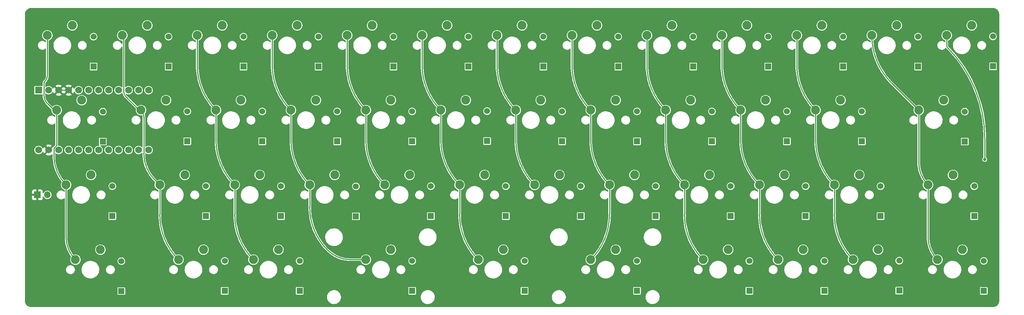
<source format=gbr>
%TF.GenerationSoftware,KiCad,Pcbnew,(6.0.7)*%
%TF.CreationDate,2022-12-15T16:20:59+01:00*%
%TF.ProjectId,Kestrel47,4b657374-7265-46c3-9437-2e6b69636164,rev?*%
%TF.SameCoordinates,Original*%
%TF.FileFunction,Copper,L1,Top*%
%TF.FilePolarity,Positive*%
%FSLAX46Y46*%
G04 Gerber Fmt 4.6, Leading zero omitted, Abs format (unit mm)*
G04 Created by KiCad (PCBNEW (6.0.7)) date 2022-12-15 16:20:59*
%MOMM*%
%LPD*%
G01*
G04 APERTURE LIST*
%TA.AperFunction,ComponentPad*%
%ADD10R,1.524000X1.524000*%
%TD*%
%TA.AperFunction,ComponentPad*%
%ADD11C,1.524000*%
%TD*%
%TA.AperFunction,ComponentPad*%
%ADD12C,2.250000*%
%TD*%
%TA.AperFunction,ComponentPad*%
%ADD13R,1.700000X1.700000*%
%TD*%
%TA.AperFunction,ComponentPad*%
%ADD14O,1.700000X1.700000*%
%TD*%
%TA.AperFunction,ComponentPad*%
%ADD15R,1.752600X1.752600*%
%TD*%
%TA.AperFunction,ComponentPad*%
%ADD16C,1.752600*%
%TD*%
%TA.AperFunction,ViaPad*%
%ADD17C,0.800000*%
%TD*%
%TA.AperFunction,Conductor*%
%ADD18C,0.250000*%
%TD*%
G04 APERTURE END LIST*
D10*
%TO.P,D29,1,K*%
%TO.N,ROW2*%
X176212500Y-68897500D03*
D11*
%TO.P,D29,2,A*%
%TO.N,Net-(D29-Pad2)*%
X176212500Y-61277500D03*
%TD*%
D10*
%TO.P,D7,1,K*%
%TO.N,ROW2*%
X61912500Y-68897500D03*
D11*
%TO.P,D7,2,A*%
%TO.N,Net-(D7-Pad2)*%
X61912500Y-61277500D03*
%TD*%
D12*
%TO.P,MX27,1,COL*%
%TO.N,COL7*%
X154940000Y-22860000D03*
%TO.P,MX27,2,ROW*%
%TO.N,Net-(D27-Pad2)*%
X161290000Y-20320000D03*
%TD*%
D10*
%TO.P,D43,1,K*%
%TO.N,ROW0*%
X242887500Y-30797500D03*
D11*
%TO.P,D43,2,A*%
%TO.N,Net-(D43-Pad2)*%
X242887500Y-23177500D03*
%TD*%
D10*
%TO.P,D47,1,K*%
%TO.N,ROW0*%
X261937500Y-30735000D03*
D11*
%TO.P,D47,2,A*%
%TO.N,Net-(D47-Pad2)*%
X261937500Y-23115000D03*
%TD*%
D12*
%TO.P,MX45,1,COL*%
%TO.N,COL11*%
X245427500Y-60960000D03*
%TO.P,MX45,2,ROW*%
%TO.N,Net-(D45-Pad2)*%
X251777500Y-58420000D03*
%TD*%
D10*
%TO.P,D17,1,K*%
%TO.N,ROW0*%
X109537500Y-30797500D03*
D11*
%TO.P,D17,2,A*%
%TO.N,Net-(D17-Pad2)*%
X109537500Y-23177500D03*
%TD*%
D12*
%TO.P,MX32,1,COL*%
%TO.N,COL8*%
X178752500Y-41910000D03*
%TO.P,MX32,2,ROW*%
%TO.N,Net-(D32-Pad2)*%
X185102500Y-39370000D03*
%TD*%
D10*
%TO.P,D38,1,K*%
%TO.N, ROW3*%
X219075000Y-87947500D03*
D11*
%TO.P,D38,2,A*%
%TO.N,Net-(D38-Pad2)*%
X219075000Y-80327500D03*
%TD*%
D10*
%TO.P,D2,1,K*%
%TO.N,ROW1*%
X35687000Y-49911000D03*
D11*
%TO.P,D2,2,A*%
%TO.N,Net-(D2-Pad2)*%
X35687000Y-42291000D03*
%TD*%
D12*
%TO.P,MX37,1,COL*%
%TO.N,COL9*%
X202565000Y-60960000D03*
%TO.P,MX37,2,ROW*%
%TO.N,Net-(D37-Pad2)*%
X208915000Y-58420000D03*
%TD*%
D10*
%TO.P,D18,1,K*%
%TO.N,ROW1*%
X114300000Y-49847500D03*
D11*
%TO.P,D18,2,A*%
%TO.N,Net-(D18-Pad2)*%
X114300000Y-42227500D03*
%TD*%
D12*
%TO.P,MX13,1,COL*%
%TO.N,COL3*%
X78740000Y-22860000D03*
%TO.P,MX13,2,ROW*%
%TO.N,Net-(D13-Pad2)*%
X85090000Y-20320000D03*
%TD*%
D10*
%TO.P,D46,1,K*%
%TO.N, ROW3*%
X259588000Y-87947500D03*
D11*
%TO.P,D46,2,A*%
%TO.N,Net-(D46-Pad2)*%
X259588000Y-80327500D03*
%TD*%
D12*
%TO.P,MX10,1,COL*%
%TO.N,COL2*%
X64452500Y-41910000D03*
%TO.P,MX10,2,ROW*%
%TO.N,Net-(D10-Pad2)*%
X70802500Y-39370000D03*
%TD*%
D10*
%TO.P,D31,1,K*%
%TO.N,ROW0*%
X185737500Y-30797500D03*
D11*
%TO.P,D31,2,A*%
%TO.N,Net-(D31-Pad2)*%
X185737500Y-23177500D03*
%TD*%
D12*
%TO.P,MX23,1,COL*%
%TO.N,COL5*%
X131127500Y-80010000D03*
%TO.P,MX23,2,ROW*%
%TO.N,Net-(D23-Pad2)*%
X137477500Y-77470000D03*
%TD*%
%TO.P,MX33,1,COL*%
%TO.N,COL8*%
X183515000Y-60960000D03*
%TO.P,MX33,2,ROW*%
%TO.N,Net-(D33-Pad2)*%
X189865000Y-58420000D03*
%TD*%
D10*
%TO.P,D8,1,K*%
%TO.N, ROW3*%
X66675000Y-87947500D03*
D11*
%TO.P,D8,2,A*%
%TO.N,Net-(D8-Pad2)*%
X66675000Y-80327500D03*
%TD*%
D12*
%TO.P,MX22,1,COL*%
%TO.N,COL5*%
X126365000Y-60960000D03*
%TO.P,MX22,2,ROW*%
%TO.N,Net-(D22-Pad2)*%
X132715000Y-58420000D03*
%TD*%
D10*
%TO.P,D22,1,K*%
%TO.N,ROW2*%
X138112500Y-68897500D03*
D11*
%TO.P,D22,2,A*%
%TO.N,Net-(D22-Pad2)*%
X138112500Y-61277500D03*
%TD*%
D10*
%TO.P,D37,1,K*%
%TO.N,ROW2*%
X214312500Y-68897500D03*
D11*
%TO.P,D37,2,A*%
%TO.N,Net-(D37-Pad2)*%
X214312500Y-61277500D03*
%TD*%
D12*
%TO.P,MX17,1,COL*%
%TO.N,COL4*%
X97790000Y-22860000D03*
%TO.P,MX17,2,ROW*%
%TO.N,Net-(D17-Pad2)*%
X104140000Y-20320000D03*
%TD*%
D10*
%TO.P,D16,1,K*%
%TO.N, ROW3*%
X114300000Y-87947500D03*
D11*
%TO.P,D16,2,A*%
%TO.N,Net-(D16-Pad2)*%
X114300000Y-80327500D03*
%TD*%
D12*
%TO.P,MX24,1,COL*%
%TO.N,COL6*%
X135890000Y-22860000D03*
%TO.P,MX24,2,ROW*%
%TO.N,Net-(D24-Pad2)*%
X142240000Y-20320000D03*
%TD*%
%TO.P,MX40,1,COL*%
%TO.N,COL10*%
X216852500Y-41910000D03*
%TO.P,MX40,2,ROW*%
%TO.N,Net-(D40-Pad2)*%
X223202500Y-39370000D03*
%TD*%
D10*
%TO.P,D15,1,K*%
%TO.N,ROW2*%
X100012500Y-68960000D03*
D11*
%TO.P,D15,2,A*%
%TO.N,Net-(D15-Pad2)*%
X100012500Y-61340000D03*
%TD*%
D12*
%TO.P,MX20,1,COL*%
%TO.N,COL5*%
X116840000Y-22860000D03*
%TO.P,MX20,2,ROW*%
%TO.N,Net-(D20-Pad2)*%
X123190000Y-20320000D03*
%TD*%
D10*
%TO.P,D6,1,K*%
%TO.N,ROW1*%
X57150000Y-49847500D03*
D11*
%TO.P,D6,2,A*%
%TO.N,Net-(D6-Pad2)*%
X57150000Y-42227500D03*
%TD*%
D12*
%TO.P,MX16,1,COL*%
%TO.N,COL3*%
X102552500Y-80010000D03*
%TO.P,MX16,2,ROW*%
%TO.N,Net-(D16-Pad2)*%
X108902500Y-77470000D03*
%TD*%
%TO.P,MX2,1,COL*%
%TO.N,COL0*%
X23962544Y-41911161D03*
%TO.P,MX2,2,ROW*%
%TO.N,Net-(D2-Pad2)*%
X30312544Y-39371161D03*
%TD*%
%TO.P,MX36,1,COL*%
%TO.N,COL9*%
X197802500Y-41910000D03*
%TO.P,MX36,2,ROW*%
%TO.N,Net-(D36-Pad2)*%
X204152500Y-39370000D03*
%TD*%
D10*
%TO.P,D24,1,K*%
%TO.N,ROW0*%
X147637500Y-30797500D03*
D11*
%TO.P,D24,2,A*%
%TO.N,Net-(D24-Pad2)*%
X147637500Y-23177500D03*
%TD*%
D12*
%TO.P,MX38,1,COL*%
%TO.N,COL9*%
X207327500Y-80010000D03*
%TO.P,MX38,2,ROW*%
%TO.N,Net-(D38-Pad2)*%
X213677500Y-77470000D03*
%TD*%
D10*
%TO.P,D19,1,K*%
%TO.N,ROW2*%
X119062500Y-68897500D03*
D11*
%TO.P,D19,2,A*%
%TO.N,Net-(D19-Pad2)*%
X119062500Y-61277500D03*
%TD*%
D12*
%TO.P,MX8,1,COL*%
%TO.N,COL1*%
X54927500Y-80010000D03*
%TO.P,MX8,2,ROW*%
%TO.N,Net-(D8-Pad2)*%
X61277500Y-77470000D03*
%TD*%
%TO.P,MX3,1,COL*%
%TO.N,COL0*%
X26352500Y-60960000D03*
%TO.P,MX3,2,ROW*%
%TO.N,Net-(D3-Pad2)*%
X32702500Y-58420000D03*
%TD*%
D10*
%TO.P,D9,1,K*%
%TO.N,ROW0*%
X71437500Y-30797500D03*
D11*
%TO.P,D9,2,A*%
%TO.N,Net-(D9-Pad2)*%
X71437500Y-23177500D03*
%TD*%
D10*
%TO.P,D1,1,K*%
%TO.N,ROW0*%
X33337500Y-30797500D03*
D11*
%TO.P,D1,2,A*%
%TO.N,Net-(D1-Pad2)*%
X33337500Y-23177500D03*
%TD*%
D10*
%TO.P,D32,1,K*%
%TO.N,ROW1*%
X190500000Y-49847500D03*
D11*
%TO.P,D32,2,A*%
%TO.N,Net-(D32-Pad2)*%
X190500000Y-42227500D03*
%TD*%
D12*
%TO.P,MX1,1,COL*%
%TO.N,COL0*%
X21590000Y-22860000D03*
%TO.P,MX1,2,ROW*%
%TO.N,Net-(D1-Pad2)*%
X27940000Y-20320000D03*
%TD*%
%TO.P,MX34,1,COL*%
%TO.N,COL8*%
X188277500Y-80010000D03*
%TO.P,MX34,2,ROW*%
%TO.N,Net-(D34-Pad2)*%
X194627500Y-77470000D03*
%TD*%
%TO.P,MX28,1,COL*%
%TO.N,COL7*%
X159702500Y-41910000D03*
%TO.P,MX28,2,ROW*%
%TO.N,Net-(D28-Pad2)*%
X166052500Y-39370000D03*
%TD*%
%TO.P,MX26,1,COL*%
%TO.N,COL6*%
X145415000Y-60960000D03*
%TO.P,MX26,2,ROW*%
%TO.N,Net-(D26-Pad2)*%
X151765000Y-58420000D03*
%TD*%
D10*
%TO.P,D3,1,K*%
%TO.N,ROW2*%
X38100000Y-68897500D03*
D11*
%TO.P,D3,2,A*%
%TO.N,Net-(D3-Pad2)*%
X38100000Y-61277500D03*
%TD*%
D12*
%TO.P,MX4,1,COL*%
%TO.N,COL0*%
X28727923Y-80010000D03*
%TO.P,MX4,2,ROW*%
%TO.N,Net-(D4-Pad2)*%
X35077923Y-77470000D03*
%TD*%
%TO.P,MX46,1,COL*%
%TO.N,COL11*%
X247824806Y-80010000D03*
%TO.P,MX46,2,ROW*%
%TO.N,Net-(D46-Pad2)*%
X254174806Y-77470000D03*
%TD*%
%TO.P,MX18,1,COL*%
%TO.N,COL4*%
X102552500Y-41910000D03*
%TO.P,MX18,2,ROW*%
%TO.N,Net-(D18-Pad2)*%
X108902500Y-39370000D03*
%TD*%
D10*
%TO.P,D42,1,K*%
%TO.N, ROW3*%
X238125000Y-87885000D03*
D11*
%TO.P,D42,2,A*%
%TO.N,Net-(D42-Pad2)*%
X238125000Y-80265000D03*
%TD*%
D12*
%TO.P,MX15,1,COL*%
%TO.N,COL3*%
X88265000Y-60960000D03*
%TO.P,MX15,2,ROW*%
%TO.N,Net-(D15-Pad2)*%
X94615000Y-58420000D03*
%TD*%
D10*
%TO.P,D21,1,K*%
%TO.N,ROW1*%
X133350000Y-49785000D03*
D11*
%TO.P,D21,2,A*%
%TO.N,Net-(D21-Pad2)*%
X133350000Y-42165000D03*
%TD*%
D10*
%TO.P,D28,1,K*%
%TO.N,ROW1*%
X171450000Y-49847500D03*
D11*
%TO.P,D28,2,A*%
%TO.N,Net-(D28-Pad2)*%
X171450000Y-42227500D03*
%TD*%
D12*
%TO.P,MX29,1,COL*%
%TO.N,COL7*%
X164465000Y-60960000D03*
%TO.P,MX29,2,ROW*%
%TO.N,Net-(D29-Pad2)*%
X170815000Y-58420000D03*
%TD*%
D10*
%TO.P,D40,1,K*%
%TO.N,ROW1*%
X228600000Y-49847500D03*
D11*
%TO.P,D40,2,A*%
%TO.N,Net-(D40-Pad2)*%
X228600000Y-42227500D03*
%TD*%
D12*
%TO.P,MX25,1,COL*%
%TO.N,COL6*%
X140652500Y-41910000D03*
%TO.P,MX25,2,ROW*%
%TO.N,Net-(D25-Pad2)*%
X147002500Y-39370000D03*
%TD*%
%TO.P,MX39,1,COL*%
%TO.N,COL10*%
X212090000Y-22860000D03*
%TO.P,MX39,2,ROW*%
%TO.N,Net-(D39-Pad2)*%
X218440000Y-20320000D03*
%TD*%
D10*
%TO.P,D45,1,K*%
%TO.N,ROW2*%
X257175000Y-68897500D03*
D11*
%TO.P,D45,2,A*%
%TO.N,Net-(D45-Pad2)*%
X257175000Y-61277500D03*
%TD*%
D10*
%TO.P,D4,1,K*%
%TO.N, ROW3*%
X40386000Y-88011000D03*
D11*
%TO.P,D4,2,A*%
%TO.N,Net-(D4-Pad2)*%
X40386000Y-80391000D03*
%TD*%
D12*
%TO.P,MX5,1,COL*%
%TO.N,COL1*%
X40640000Y-22860000D03*
%TO.P,MX5,2,ROW*%
%TO.N,Net-(D5-Pad2)*%
X46990000Y-20320000D03*
%TD*%
D10*
%TO.P,D34,1,K*%
%TO.N, ROW3*%
X200025000Y-87947500D03*
D11*
%TO.P,D34,2,A*%
%TO.N,Net-(D34-Pad2)*%
X200025000Y-80327500D03*
%TD*%
D12*
%TO.P,MX6,1,COL*%
%TO.N,COL1*%
X45402500Y-41910000D03*
%TO.P,MX6,2,ROW*%
%TO.N,Net-(D6-Pad2)*%
X51752500Y-39370000D03*
%TD*%
%TO.P,MX44,1,COL*%
%TO.N,COL11*%
X243062306Y-41910000D03*
%TO.P,MX44,2,ROW*%
%TO.N,Net-(D44-Pad2)*%
X249412306Y-39370000D03*
%TD*%
%TO.P,MX12,1,COL*%
%TO.N,COL2*%
X73977500Y-80010000D03*
%TO.P,MX12,2,ROW*%
%TO.N,Net-(D12-Pad2)*%
X80327500Y-77470000D03*
%TD*%
D10*
%TO.P,D14,1,K*%
%TO.N,ROW1*%
X95250000Y-49847500D03*
D11*
%TO.P,D14,2,A*%
%TO.N,Net-(D14-Pad2)*%
X95250000Y-42227500D03*
%TD*%
D10*
%TO.P,D10,1,K*%
%TO.N,ROW1*%
X76200000Y-49847500D03*
D11*
%TO.P,D10,2,A*%
%TO.N,Net-(D10-Pad2)*%
X76200000Y-42227500D03*
%TD*%
D10*
%TO.P,D26,1,K*%
%TO.N,ROW2*%
X157162500Y-68897500D03*
D11*
%TO.P,D26,2,A*%
%TO.N,Net-(D26-Pad2)*%
X157162500Y-61277500D03*
%TD*%
D10*
%TO.P,D5,1,K*%
%TO.N,ROW0*%
X52387500Y-30797500D03*
D11*
%TO.P,D5,2,A*%
%TO.N,Net-(D5-Pad2)*%
X52387500Y-23177500D03*
%TD*%
D10*
%TO.P,D25,1,K*%
%TO.N,ROW1*%
X152400000Y-49847500D03*
D11*
%TO.P,D25,2,A*%
%TO.N,Net-(D25-Pad2)*%
X152400000Y-42227500D03*
%TD*%
D12*
%TO.P,MX31,1,COL*%
%TO.N,COL8*%
X173990000Y-22860000D03*
%TO.P,MX31,2,ROW*%
%TO.N,Net-(D31-Pad2)*%
X180340000Y-20320000D03*
%TD*%
%TO.P,MX19,1,COL*%
%TO.N,COL4*%
X107315000Y-60960000D03*
%TO.P,MX19,2,ROW*%
%TO.N,Net-(D19-Pad2)*%
X113665000Y-58420000D03*
%TD*%
%TO.P,MX7,1,COL*%
%TO.N,COL1*%
X50165000Y-60960000D03*
%TO.P,MX7,2,ROW*%
%TO.N,Net-(D7-Pad2)*%
X56515000Y-58420000D03*
%TD*%
D10*
%TO.P,D33,1,K*%
%TO.N,ROW2*%
X195262500Y-68897500D03*
D11*
%TO.P,D33,2,A*%
%TO.N,Net-(D33-Pad2)*%
X195262500Y-61277500D03*
%TD*%
D10*
%TO.P,D35,1,K*%
%TO.N,ROW0*%
X204787500Y-30797500D03*
D11*
%TO.P,D35,2,A*%
%TO.N,Net-(D35-Pad2)*%
X204787500Y-23177500D03*
%TD*%
D10*
%TO.P,D20,1,K*%
%TO.N,ROW0*%
X128587500Y-30797500D03*
D11*
%TO.P,D20,2,A*%
%TO.N,Net-(D20-Pad2)*%
X128587500Y-23177500D03*
%TD*%
D10*
%TO.P,D23,1,K*%
%TO.N, ROW3*%
X142875000Y-87947500D03*
D11*
%TO.P,D23,2,A*%
%TO.N,Net-(D23-Pad2)*%
X142875000Y-80327500D03*
%TD*%
D12*
%TO.P,MX42,1,COL*%
%TO.N,COL10*%
X226377500Y-80010000D03*
%TO.P,MX42,2,ROW*%
%TO.N,Net-(D42-Pad2)*%
X232727500Y-77470000D03*
%TD*%
%TO.P,MX11,1,COL*%
%TO.N,COL2*%
X69215000Y-60960000D03*
%TO.P,MX11,2,ROW*%
%TO.N,Net-(D11-Pad2)*%
X75565000Y-58420000D03*
%TD*%
D10*
%TO.P,D27,1,K*%
%TO.N,ROW0*%
X166687500Y-30797500D03*
D11*
%TO.P,D27,2,A*%
%TO.N,Net-(D27-Pad2)*%
X166687500Y-23177500D03*
%TD*%
D10*
%TO.P,D12,1,K*%
%TO.N, ROW3*%
X85725000Y-87947500D03*
D11*
%TO.P,D12,2,A*%
%TO.N,Net-(D12-Pad2)*%
X85725000Y-80327500D03*
%TD*%
D12*
%TO.P,MX47,1,COL*%
%TO.N,COL12*%
X250190000Y-22860000D03*
%TO.P,MX47,2,ROW*%
%TO.N,Net-(D47-Pad2)*%
X256540000Y-20320000D03*
%TD*%
%TO.P,MX43,1,COL*%
%TO.N,COL11*%
X231140000Y-22860000D03*
%TO.P,MX43,2,ROW*%
%TO.N,Net-(D43-Pad2)*%
X237490000Y-20320000D03*
%TD*%
%TO.P,MX14,1,COL*%
%TO.N,COL3*%
X83502500Y-41910000D03*
%TO.P,MX14,2,ROW*%
%TO.N,Net-(D14-Pad2)*%
X89852500Y-39370000D03*
%TD*%
D10*
%TO.P,D41,1,K*%
%TO.N,ROW2*%
X233362500Y-68897500D03*
D11*
%TO.P,D41,2,A*%
%TO.N,Net-(D41-Pad2)*%
X233362500Y-61277500D03*
%TD*%
D10*
%TO.P,D44,1,K*%
%TO.N,ROW1*%
X254762000Y-49911000D03*
D11*
%TO.P,D44,2,A*%
%TO.N,Net-(D44-Pad2)*%
X254762000Y-42291000D03*
%TD*%
D10*
%TO.P,D39,1,K*%
%TO.N,ROW0*%
X223837500Y-30797500D03*
D11*
%TO.P,D39,2,A*%
%TO.N,Net-(D39-Pad2)*%
X223837500Y-23177500D03*
%TD*%
D10*
%TO.P,D30,1,K*%
%TO.N, ROW3*%
X171450000Y-87947500D03*
D11*
%TO.P,D30,2,A*%
%TO.N,Net-(D30-Pad2)*%
X171450000Y-80327500D03*
%TD*%
D12*
%TO.P,MX9,1,COL*%
%TO.N,COL2*%
X59690000Y-22860000D03*
%TO.P,MX9,2,ROW*%
%TO.N,Net-(D9-Pad2)*%
X66040000Y-20320000D03*
%TD*%
D10*
%TO.P,D36,1,K*%
%TO.N,ROW1*%
X209550000Y-49847500D03*
D11*
%TO.P,D36,2,A*%
%TO.N,Net-(D36-Pad2)*%
X209550000Y-42227500D03*
%TD*%
D10*
%TO.P,D13,1,K*%
%TO.N,ROW0*%
X90487500Y-30797500D03*
D11*
%TO.P,D13,2,A*%
%TO.N,Net-(D13-Pad2)*%
X90487500Y-23177500D03*
%TD*%
D12*
%TO.P,MX30,1,COL*%
%TO.N,COL7*%
X159702500Y-80010000D03*
%TO.P,MX30,2,ROW*%
%TO.N,Net-(D30-Pad2)*%
X166052500Y-77470000D03*
%TD*%
%TO.P,MX35,1,COL*%
%TO.N,COL9*%
X193040000Y-22860000D03*
%TO.P,MX35,2,ROW*%
%TO.N,Net-(D35-Pad2)*%
X199390000Y-20320000D03*
%TD*%
%TO.P,MX21,1,COL*%
%TO.N,COL5*%
X121602500Y-41910000D03*
%TO.P,MX21,2,ROW*%
%TO.N,Net-(D21-Pad2)*%
X127952500Y-39370000D03*
%TD*%
D10*
%TO.P,D11,1,K*%
%TO.N,ROW2*%
X80962500Y-68897500D03*
D11*
%TO.P,D11,2,A*%
%TO.N,Net-(D11-Pad2)*%
X80962500Y-61277500D03*
%TD*%
D12*
%TO.P,MX41,1,COL*%
%TO.N,COL10*%
X221615000Y-60960000D03*
%TO.P,MX41,2,ROW*%
%TO.N,Net-(D41-Pad2)*%
X227965000Y-58420000D03*
%TD*%
D13*
%TO.P,SW1,1,1*%
%TO.N,GND*%
X19050000Y-63500000D03*
D14*
%TO.P,SW1,2,2*%
%TO.N,Net-(SW1-Pad2)*%
X21590000Y-63500000D03*
%TD*%
D15*
%TO.P,U1,1,TX0/PD3*%
%TO.N,ROW0*%
X19367500Y-36830000D03*
D16*
%TO.P,U1,2,RX1/PD2*%
%TO.N,ROW1*%
X21907500Y-36830000D03*
%TO.P,U1,3,GND*%
%TO.N,GND*%
X24447500Y-36830000D03*
%TO.P,U1,4,GND*%
X26987500Y-36830000D03*
%TO.P,U1,5,2/PD1*%
%TO.N,unconnected-(U1-Pad5)*%
X29527500Y-36830000D03*
%TO.P,U1,6,3/PD0*%
%TO.N,COL1*%
X32067500Y-36830000D03*
%TO.P,U1,7,4/PD4*%
%TO.N,COL11*%
X34607500Y-36830000D03*
%TO.P,U1,8,5/PC6*%
%TO.N,COL9*%
X37147500Y-36830000D03*
%TO.P,U1,9,6/PD7*%
%TO.N,COL7*%
X39687500Y-36830000D03*
%TO.P,U1,10,7/PE6*%
%TO.N,COL5*%
X42227500Y-36830000D03*
%TO.P,U1,11,8/PB4*%
%TO.N,COL3*%
X44767500Y-36830000D03*
%TO.P,U1,12,9/PB5*%
%TO.N,unconnected-(U1-Pad12)*%
X47307500Y-36830000D03*
%TO.P,U1,13,10/PB6*%
%TO.N,COL12*%
X47307500Y-52070000D03*
%TO.P,U1,14,16/PB2*%
%TO.N,COL10*%
X44767500Y-52070000D03*
%TO.P,U1,15,14/PB3*%
%TO.N,COL8*%
X42227500Y-52070000D03*
%TO.P,U1,16,15/PB1*%
%TO.N,COL6*%
X39687500Y-52070000D03*
%TO.P,U1,17,A0/PF7*%
%TO.N,COL4*%
X37147500Y-52070000D03*
%TO.P,U1,18,A1/PF6*%
%TO.N,COL2*%
X34607500Y-52070000D03*
%TO.P,U1,19,A2/PF5*%
%TO.N,COL0*%
X32067500Y-52070000D03*
%TO.P,U1,20,A3/PF4*%
%TO.N,ROW2*%
X29527500Y-52070000D03*
%TO.P,U1,21,VCC*%
%TO.N,VCC*%
X26987500Y-52070000D03*
%TO.P,U1,22,RST*%
%TO.N,Net-(SW1-Pad2)*%
X24447500Y-52070000D03*
%TO.P,U1,23,GND*%
%TO.N,GND*%
X21907500Y-52070000D03*
%TO.P,U1,24,RAW*%
%TO.N, ROW3*%
X19367500Y-52070000D03*
%TD*%
D17*
%TO.N,COL12*%
X259842000Y-54483000D03*
%TO.N,GND*%
X22098000Y-39116000D03*
X21082000Y-44323000D03*
%TD*%
D18*
%TO.N,COL0*%
X26352500Y-60960000D02*
X26352500Y-74275222D01*
X23962544Y-41911161D02*
X23962544Y-50856061D01*
X23246200Y-51572405D02*
X23246200Y-53460729D01*
X23962544Y-50856061D02*
X23246200Y-51572405D01*
X21590000Y-22860000D02*
X21590000Y-33190580D01*
X21717000Y-40386000D02*
X22732773Y-41401773D01*
X20701000Y-35336815D02*
X20701000Y-37933160D01*
X20701007Y-35336815D02*
G75*
G02*
X21082000Y-34417000I1300793J15D01*
G01*
X28727922Y-80010001D02*
G75*
G02*
X26352500Y-74275222I5734788J5734781D01*
G01*
X23962544Y-41911129D02*
G75*
G02*
X22732773Y-41401773I-44J1739129D01*
G01*
X21717000Y-40386000D02*
G75*
G02*
X20701000Y-37933160I2452840J2452840D01*
G01*
X26352500Y-60960000D02*
G75*
G02*
X23246200Y-53460729I7499270J7499270D01*
G01*
X21082006Y-34417006D02*
G75*
G03*
X21590000Y-33190580I-1226406J1226406D01*
G01*
%TO.N,COL1*%
X40640000Y-22860000D02*
X40998741Y-23218741D01*
X46101000Y-43596328D02*
X46101000Y-52959000D01*
X50165000Y-60960000D02*
X50165000Y-68512308D01*
X48884879Y-59679880D02*
X50165000Y-60960000D01*
X40998741Y-23218741D02*
X40998741Y-37200842D01*
X41529000Y-38481000D02*
X44643691Y-41595691D01*
X48884871Y-59679888D02*
G75*
G02*
X46101000Y-52959000I6720929J6720888D01*
G01*
X45402500Y-41910005D02*
G75*
G02*
X44643691Y-41595691I0J1073105D01*
G01*
X54927502Y-80009998D02*
G75*
G02*
X50165000Y-68512308I11497698J11497698D01*
G01*
X45402500Y-41910003D02*
G75*
G02*
X44860495Y-41685493I0J766503D01*
G01*
X41529012Y-38480988D02*
G75*
G02*
X40998741Y-37200842I1280188J1280188D01*
G01*
X46100988Y-43596328D02*
G75*
G03*
X45402500Y-41910000I-2384788J28D01*
G01*
%TO.N,COL2*%
X69215000Y-60960000D02*
X69215000Y-68512308D01*
X64452500Y-41910000D02*
X64452500Y-49462308D01*
X59690000Y-22860000D02*
X59690000Y-30412308D01*
X64452502Y-41909998D02*
G75*
G02*
X59690000Y-30412308I11497698J11497698D01*
G01*
X73977502Y-80009998D02*
G75*
G02*
X69215000Y-68512308I11497698J11497698D01*
G01*
X69215002Y-60959998D02*
G75*
G02*
X64452500Y-49462308I11497698J11497698D01*
G01*
%TO.N,COL3*%
X98662497Y-80010000D02*
X102552500Y-80010000D01*
X78740000Y-22860000D02*
X78740000Y-30412308D01*
X83502500Y-41910000D02*
X83502500Y-49462308D01*
X88265000Y-60960000D02*
X88265000Y-66559216D01*
X88265002Y-60959998D02*
G75*
G02*
X83502500Y-49462308I11497698J11497698D01*
G01*
X98662497Y-80010001D02*
G75*
G02*
X92837000Y-77597000I3J8238501D01*
G01*
X92837005Y-77596995D02*
G75*
G02*
X88265000Y-66559216I11037795J11037795D01*
G01*
X83502502Y-41909998D02*
G75*
G02*
X78740000Y-30412308I11497698J11497698D01*
G01*
%TO.N,COL4*%
X102552500Y-41910000D02*
X102552500Y-49462308D01*
X97790000Y-22860000D02*
X97790000Y-30412308D01*
X102552502Y-41909998D02*
G75*
G02*
X97790000Y-30412308I11497698J11497698D01*
G01*
X107315002Y-60959998D02*
G75*
G02*
X102552500Y-49462308I11497698J11497698D01*
G01*
%TO.N,COL5*%
X116840000Y-22860000D02*
X116840000Y-30412308D01*
X126365000Y-60960000D02*
X126365000Y-68512308D01*
X121602500Y-41910000D02*
X121602500Y-49462308D01*
X126365002Y-60959998D02*
G75*
G02*
X121602500Y-49462308I11497698J11497698D01*
G01*
X121602502Y-41909998D02*
G75*
G02*
X116840000Y-30412308I11497698J11497698D01*
G01*
X131127502Y-80009998D02*
G75*
G02*
X126365000Y-68512308I11497698J11497698D01*
G01*
%TO.N,COL6*%
X135890000Y-22860000D02*
X135890000Y-30412308D01*
X140652500Y-41910000D02*
X140652500Y-49462308D01*
X140652502Y-41909998D02*
G75*
G02*
X135890000Y-30412308I11497698J11497698D01*
G01*
X145415002Y-60959998D02*
G75*
G02*
X140652500Y-49462308I11497698J11497698D01*
G01*
%TO.N,COL7*%
X164465000Y-60960000D02*
X164465000Y-68512308D01*
X159702500Y-41910000D02*
X159702500Y-49462308D01*
X154940000Y-22860000D02*
X154940000Y-30412308D01*
X159702502Y-41909998D02*
G75*
G02*
X154940000Y-30412308I11497698J11497698D01*
G01*
X159702498Y-80009998D02*
G75*
G03*
X164465000Y-68512308I-11497698J11497698D01*
G01*
X164465002Y-60959998D02*
G75*
G02*
X159702500Y-49462308I11497698J11497698D01*
G01*
%TO.N,COL8*%
X173990000Y-22860000D02*
X173990000Y-30412308D01*
X183515000Y-60960000D02*
X183515000Y-68512308D01*
X178752500Y-41910000D02*
X178752500Y-49462308D01*
X183515002Y-60959998D02*
G75*
G02*
X178752500Y-49462308I11497698J11497698D01*
G01*
X188277502Y-80009998D02*
G75*
G02*
X183515000Y-68512308I11497698J11497698D01*
G01*
X178752502Y-41909998D02*
G75*
G02*
X173990000Y-30412308I11497698J11497698D01*
G01*
%TO.N,COL9*%
X197802500Y-41910000D02*
X197802500Y-49462308D01*
X193040000Y-22860000D02*
X193040000Y-30412308D01*
X202565000Y-60960000D02*
X202565000Y-68512308D01*
X197802502Y-41909998D02*
G75*
G02*
X193040000Y-30412308I11497698J11497698D01*
G01*
X202565002Y-60959998D02*
G75*
G02*
X197802500Y-49462308I11497698J11497698D01*
G01*
X207327502Y-80009998D02*
G75*
G02*
X202565000Y-68512308I11497698J11497698D01*
G01*
%TO.N,COL10*%
X221615000Y-60960000D02*
X221615000Y-68512308D01*
X216852500Y-41910000D02*
X216852500Y-49462308D01*
X212090000Y-22860000D02*
X212090000Y-30412308D01*
X226377502Y-80009998D02*
G75*
G02*
X221615000Y-68512308I11497698J11497698D01*
G01*
X216852502Y-41909998D02*
G75*
G02*
X212090000Y-30412308I11497698J11497698D01*
G01*
X221615002Y-60959998D02*
G75*
G02*
X216852500Y-49462308I11497698J11497698D01*
G01*
%TO.N,COL11*%
X236180041Y-35027735D02*
X243062306Y-41910000D01*
X245427500Y-60960000D02*
X245427500Y-74222392D01*
X243062306Y-41910000D02*
X243062306Y-55249917D01*
X245427505Y-60959995D02*
G75*
G02*
X243062306Y-55249917I5710095J5710095D01*
G01*
X247824805Y-80010001D02*
G75*
G02*
X245427500Y-74222392I5787595J5787601D01*
G01*
X236180036Y-35027740D02*
G75*
G02*
X231140000Y-22860000I12167764J12167740D01*
G01*
%TO.N,COL12*%
X259842000Y-49067847D02*
X259842000Y-54483000D01*
X250190000Y-22860000D02*
X250190000Y-25765858D01*
X259841963Y-49067847D02*
G75*
G03*
X250190000Y-25765858I-32953963J47D01*
G01*
%TO.N,GND*%
X21082000Y-44323000D02*
X21082000Y-50077067D01*
X24447500Y-36830000D02*
X26987500Y-36830000D01*
X22098000Y-39116000D02*
X24339099Y-36874901D01*
X19050000Y-58968615D02*
X19050000Y-63500000D01*
X24447500Y-36830000D02*
G75*
G03*
X24339100Y-36874902I0J-153300D01*
G01*
X21907502Y-52069998D02*
G75*
G02*
X21082000Y-50077067I1992938J1992938D01*
G01*
X19050007Y-58968615D02*
G75*
G02*
X21907500Y-52070000I9756093J15D01*
G01*
%TD*%
%TA.AperFunction,Conductor*%
%TO.N,GND*%
G36*
X261941989Y-15876321D02*
G01*
X262076237Y-15885923D01*
X262077133Y-15885990D01*
X262159231Y-15892451D01*
X262176129Y-15894943D01*
X262295846Y-15920986D01*
X262298477Y-15921587D01*
X262346668Y-15933156D01*
X262391837Y-15944001D01*
X262406454Y-15948464D01*
X262518750Y-15990349D01*
X262522934Y-15991995D01*
X262613984Y-16029708D01*
X262626153Y-16035530D01*
X262730443Y-16092477D01*
X262735892Y-16095631D01*
X262820730Y-16147620D01*
X262830405Y-16154185D01*
X262925150Y-16225111D01*
X262931470Y-16230167D01*
X263007415Y-16295029D01*
X263014680Y-16301746D01*
X263098254Y-16385320D01*
X263104971Y-16392585D01*
X263169833Y-16468530D01*
X263174889Y-16474850D01*
X263245815Y-16569595D01*
X263252380Y-16579270D01*
X263304369Y-16664108D01*
X263307523Y-16669557D01*
X263364470Y-16773847D01*
X263370292Y-16786016D01*
X263408005Y-16877066D01*
X263409651Y-16881250D01*
X263451536Y-16993546D01*
X263456000Y-17008165D01*
X263478413Y-17101523D01*
X263479014Y-17104154D01*
X263505057Y-17223871D01*
X263507549Y-17240769D01*
X263514010Y-17322867D01*
X263514077Y-17323763D01*
X263523679Y-17458011D01*
X263524000Y-17467000D01*
X263524000Y-90483000D01*
X263523679Y-90491989D01*
X263514077Y-90626237D01*
X263514010Y-90627133D01*
X263507549Y-90709231D01*
X263505057Y-90726129D01*
X263479014Y-90845846D01*
X263478413Y-90848477D01*
X263456000Y-90941835D01*
X263451536Y-90956454D01*
X263409651Y-91068750D01*
X263408005Y-91072934D01*
X263370292Y-91163984D01*
X263364470Y-91176153D01*
X263307523Y-91280443D01*
X263304369Y-91285892D01*
X263252380Y-91370730D01*
X263245815Y-91380405D01*
X263174889Y-91475150D01*
X263169833Y-91481470D01*
X263104971Y-91557415D01*
X263098254Y-91564680D01*
X263014680Y-91648254D01*
X263007415Y-91654971D01*
X262931470Y-91719833D01*
X262925150Y-91724889D01*
X262830405Y-91795815D01*
X262820730Y-91802380D01*
X262735892Y-91854369D01*
X262730443Y-91857523D01*
X262626153Y-91914470D01*
X262613984Y-91920292D01*
X262522934Y-91958005D01*
X262518750Y-91959651D01*
X262406454Y-92001536D01*
X262391837Y-92005999D01*
X262346668Y-92016844D01*
X262298477Y-92028413D01*
X262295846Y-92029014D01*
X262176129Y-92055057D01*
X262159231Y-92057549D01*
X262077133Y-92064010D01*
X262076237Y-92064077D01*
X261941989Y-92073679D01*
X261933000Y-92074000D01*
X17467000Y-92074000D01*
X17458011Y-92073679D01*
X17323763Y-92064077D01*
X17322867Y-92064010D01*
X17240769Y-92057549D01*
X17223871Y-92055057D01*
X17104154Y-92029014D01*
X17101523Y-92028413D01*
X17053332Y-92016844D01*
X17008163Y-92005999D01*
X16993546Y-92001536D01*
X16881250Y-91959651D01*
X16877066Y-91958005D01*
X16786016Y-91920292D01*
X16773847Y-91914470D01*
X16669557Y-91857523D01*
X16664108Y-91854369D01*
X16579270Y-91802380D01*
X16569595Y-91795815D01*
X16474850Y-91724889D01*
X16468530Y-91719833D01*
X16392585Y-91654971D01*
X16385320Y-91648254D01*
X16301746Y-91564680D01*
X16295029Y-91557415D01*
X16230167Y-91481470D01*
X16225111Y-91475150D01*
X16154185Y-91380405D01*
X16147620Y-91370730D01*
X16095631Y-91285892D01*
X16092477Y-91280443D01*
X16035530Y-91176153D01*
X16029708Y-91163984D01*
X15991995Y-91072934D01*
X15990349Y-91068750D01*
X15948464Y-90956454D01*
X15944000Y-90941835D01*
X15921587Y-90848477D01*
X15920986Y-90845846D01*
X15894943Y-90726129D01*
X15892451Y-90709231D01*
X15885990Y-90627133D01*
X15885923Y-90626237D01*
X15876321Y-90491989D01*
X15876000Y-90483000D01*
X15876000Y-89643634D01*
X92680093Y-89643634D01*
X92715660Y-89904974D01*
X92789464Y-90158186D01*
X92899885Y-90397707D01*
X92902448Y-90401616D01*
X93041931Y-90614363D01*
X93041935Y-90614368D01*
X93044497Y-90618276D01*
X93220122Y-90815048D01*
X93422903Y-90983699D01*
X93535644Y-91052112D01*
X93644388Y-91118100D01*
X93644393Y-91118102D01*
X93648385Y-91120525D01*
X93891614Y-91222519D01*
X94147247Y-91287442D01*
X94331326Y-91305977D01*
X94363170Y-91309184D01*
X94363171Y-91309184D01*
X94366309Y-91309500D01*
X94523210Y-91309500D01*
X94525535Y-91309327D01*
X94525541Y-91309327D01*
X94714621Y-91295276D01*
X94714625Y-91295275D01*
X94719273Y-91294930D01*
X94723821Y-91293901D01*
X94723827Y-91293900D01*
X94911856Y-91251353D01*
X94976518Y-91236721D01*
X95013039Y-91222519D01*
X95217976Y-91142824D01*
X95217979Y-91142822D01*
X95222334Y-91141129D01*
X95226388Y-91138812D01*
X95226392Y-91138810D01*
X95348970Y-91068750D01*
X95451320Y-91010252D01*
X95658447Y-90846967D01*
X95839163Y-90654861D01*
X95841829Y-90651018D01*
X95986836Y-90441990D01*
X95986839Y-90441985D01*
X95989498Y-90438152D01*
X96106151Y-90201603D01*
X96186559Y-89950410D01*
X96228955Y-89690092D01*
X96229563Y-89643634D01*
X116492593Y-89643634D01*
X116528160Y-89904974D01*
X116601964Y-90158186D01*
X116712385Y-90397707D01*
X116714948Y-90401616D01*
X116854431Y-90614363D01*
X116854435Y-90614368D01*
X116856997Y-90618276D01*
X117032622Y-90815048D01*
X117235403Y-90983699D01*
X117348144Y-91052112D01*
X117456888Y-91118100D01*
X117456893Y-91118102D01*
X117460885Y-91120525D01*
X117704114Y-91222519D01*
X117959747Y-91287442D01*
X118143826Y-91305977D01*
X118175670Y-91309184D01*
X118175671Y-91309184D01*
X118178809Y-91309500D01*
X118335710Y-91309500D01*
X118338035Y-91309327D01*
X118338041Y-91309327D01*
X118527121Y-91295276D01*
X118527125Y-91295275D01*
X118531773Y-91294930D01*
X118536321Y-91293901D01*
X118536327Y-91293900D01*
X118724356Y-91251353D01*
X118789018Y-91236721D01*
X118825539Y-91222519D01*
X119030476Y-91142824D01*
X119030479Y-91142822D01*
X119034834Y-91141129D01*
X119038888Y-91138812D01*
X119038892Y-91138810D01*
X119161470Y-91068750D01*
X119263820Y-91010252D01*
X119470947Y-90846967D01*
X119651663Y-90654861D01*
X119654329Y-90651018D01*
X119799336Y-90441990D01*
X119799339Y-90441985D01*
X119801998Y-90438152D01*
X119918651Y-90201603D01*
X119999059Y-89950410D01*
X120041455Y-89690092D01*
X120042063Y-89643634D01*
X149830093Y-89643634D01*
X149865660Y-89904974D01*
X149939464Y-90158186D01*
X150049885Y-90397707D01*
X150052448Y-90401616D01*
X150191931Y-90614363D01*
X150191935Y-90614368D01*
X150194497Y-90618276D01*
X150370122Y-90815048D01*
X150572903Y-90983699D01*
X150685644Y-91052112D01*
X150794388Y-91118100D01*
X150794393Y-91118102D01*
X150798385Y-91120525D01*
X151041614Y-91222519D01*
X151297247Y-91287442D01*
X151481326Y-91305977D01*
X151513170Y-91309184D01*
X151513171Y-91309184D01*
X151516309Y-91309500D01*
X151673210Y-91309500D01*
X151675535Y-91309327D01*
X151675541Y-91309327D01*
X151864621Y-91295276D01*
X151864625Y-91295275D01*
X151869273Y-91294930D01*
X151873821Y-91293901D01*
X151873827Y-91293900D01*
X152061856Y-91251353D01*
X152126518Y-91236721D01*
X152163039Y-91222519D01*
X152367976Y-91142824D01*
X152367979Y-91142822D01*
X152372334Y-91141129D01*
X152376388Y-91138812D01*
X152376392Y-91138810D01*
X152498970Y-91068750D01*
X152601320Y-91010252D01*
X152808447Y-90846967D01*
X152989163Y-90654861D01*
X152991829Y-90651018D01*
X153136836Y-90441990D01*
X153136839Y-90441985D01*
X153139498Y-90438152D01*
X153256151Y-90201603D01*
X153336559Y-89950410D01*
X153378955Y-89690092D01*
X153379563Y-89643634D01*
X173642593Y-89643634D01*
X173678160Y-89904974D01*
X173751964Y-90158186D01*
X173862385Y-90397707D01*
X173864948Y-90401616D01*
X174004431Y-90614363D01*
X174004435Y-90614368D01*
X174006997Y-90618276D01*
X174182622Y-90815048D01*
X174385403Y-90983699D01*
X174498144Y-91052112D01*
X174606888Y-91118100D01*
X174606893Y-91118102D01*
X174610885Y-91120525D01*
X174854114Y-91222519D01*
X175109747Y-91287442D01*
X175293826Y-91305977D01*
X175325670Y-91309184D01*
X175325671Y-91309184D01*
X175328809Y-91309500D01*
X175485710Y-91309500D01*
X175488035Y-91309327D01*
X175488041Y-91309327D01*
X175677121Y-91295276D01*
X175677125Y-91295275D01*
X175681773Y-91294930D01*
X175686321Y-91293901D01*
X175686327Y-91293900D01*
X175874356Y-91251353D01*
X175939018Y-91236721D01*
X175975539Y-91222519D01*
X176180476Y-91142824D01*
X176180479Y-91142822D01*
X176184834Y-91141129D01*
X176188888Y-91138812D01*
X176188892Y-91138810D01*
X176311470Y-91068750D01*
X176413820Y-91010252D01*
X176620947Y-90846967D01*
X176801663Y-90654861D01*
X176804329Y-90651018D01*
X176949336Y-90441990D01*
X176949339Y-90441985D01*
X176951998Y-90438152D01*
X177068651Y-90201603D01*
X177149059Y-89950410D01*
X177191455Y-89690092D01*
X177194907Y-89426366D01*
X177159340Y-89165026D01*
X177085536Y-88911814D01*
X177001372Y-88729248D01*
X199062500Y-88729248D01*
X199074133Y-88787731D01*
X199118448Y-88854052D01*
X199184769Y-88898367D01*
X199196938Y-88900788D01*
X199196939Y-88900788D01*
X199230985Y-88907560D01*
X199243252Y-88910000D01*
X200806748Y-88910000D01*
X200819015Y-88907560D01*
X200853061Y-88900788D01*
X200853062Y-88900788D01*
X200865231Y-88898367D01*
X200931552Y-88854052D01*
X200975867Y-88787731D01*
X200987500Y-88729248D01*
X218112500Y-88729248D01*
X218124133Y-88787731D01*
X218168448Y-88854052D01*
X218234769Y-88898367D01*
X218246938Y-88900788D01*
X218246939Y-88900788D01*
X218280985Y-88907560D01*
X218293252Y-88910000D01*
X219856748Y-88910000D01*
X219869015Y-88907560D01*
X219903061Y-88900788D01*
X219903062Y-88900788D01*
X219915231Y-88898367D01*
X219981552Y-88854052D01*
X220025867Y-88787731D01*
X220037500Y-88729248D01*
X220037500Y-88666748D01*
X237162500Y-88666748D01*
X237174133Y-88725231D01*
X237218448Y-88791552D01*
X237284769Y-88835867D01*
X237296938Y-88838288D01*
X237296939Y-88838288D01*
X237324344Y-88843739D01*
X237343252Y-88847500D01*
X238906748Y-88847500D01*
X238925656Y-88843739D01*
X238953061Y-88838288D01*
X238953062Y-88838288D01*
X238965231Y-88835867D01*
X239031552Y-88791552D01*
X239073183Y-88729248D01*
X258625500Y-88729248D01*
X258637133Y-88787731D01*
X258681448Y-88854052D01*
X258747769Y-88898367D01*
X258759938Y-88900788D01*
X258759939Y-88900788D01*
X258793985Y-88907560D01*
X258806252Y-88910000D01*
X260369748Y-88910000D01*
X260382015Y-88907560D01*
X260416061Y-88900788D01*
X260416062Y-88900788D01*
X260428231Y-88898367D01*
X260494552Y-88854052D01*
X260538867Y-88787731D01*
X260550500Y-88729248D01*
X260550500Y-87165752D01*
X260538867Y-87107269D01*
X260494552Y-87040948D01*
X260428231Y-86996633D01*
X260416062Y-86994212D01*
X260416061Y-86994212D01*
X260375816Y-86986207D01*
X260369748Y-86985000D01*
X258806252Y-86985000D01*
X258800184Y-86986207D01*
X258759939Y-86994212D01*
X258759938Y-86994212D01*
X258747769Y-86996633D01*
X258681448Y-87040948D01*
X258637133Y-87107269D01*
X258625500Y-87165752D01*
X258625500Y-88729248D01*
X239073183Y-88729248D01*
X239075867Y-88725231D01*
X239087500Y-88666748D01*
X239087500Y-87103252D01*
X239075867Y-87044769D01*
X239031552Y-86978448D01*
X238965231Y-86934133D01*
X238953062Y-86931712D01*
X238953061Y-86931712D01*
X238912816Y-86923707D01*
X238906748Y-86922500D01*
X237343252Y-86922500D01*
X237337184Y-86923707D01*
X237296939Y-86931712D01*
X237296938Y-86931712D01*
X237284769Y-86934133D01*
X237218448Y-86978448D01*
X237174133Y-87044769D01*
X237162500Y-87103252D01*
X237162500Y-88666748D01*
X220037500Y-88666748D01*
X220037500Y-87165752D01*
X220025867Y-87107269D01*
X219981552Y-87040948D01*
X219915231Y-86996633D01*
X219903062Y-86994212D01*
X219903061Y-86994212D01*
X219862816Y-86986207D01*
X219856748Y-86985000D01*
X218293252Y-86985000D01*
X218287184Y-86986207D01*
X218246939Y-86994212D01*
X218246938Y-86994212D01*
X218234769Y-86996633D01*
X218168448Y-87040948D01*
X218124133Y-87107269D01*
X218112500Y-87165752D01*
X218112500Y-88729248D01*
X200987500Y-88729248D01*
X200987500Y-87165752D01*
X200975867Y-87107269D01*
X200931552Y-87040948D01*
X200865231Y-86996633D01*
X200853062Y-86994212D01*
X200853061Y-86994212D01*
X200812816Y-86986207D01*
X200806748Y-86985000D01*
X199243252Y-86985000D01*
X199237184Y-86986207D01*
X199196939Y-86994212D01*
X199196938Y-86994212D01*
X199184769Y-86996633D01*
X199118448Y-87040948D01*
X199074133Y-87107269D01*
X199062500Y-87165752D01*
X199062500Y-88729248D01*
X177001372Y-88729248D01*
X176975115Y-88672293D01*
X176943321Y-88623799D01*
X176833069Y-88455637D01*
X176833065Y-88455632D01*
X176830503Y-88451724D01*
X176654878Y-88254952D01*
X176452097Y-88086301D01*
X176339356Y-88017888D01*
X176230612Y-87951900D01*
X176230607Y-87951898D01*
X176226615Y-87949475D01*
X175983386Y-87847481D01*
X175727753Y-87782558D01*
X175543674Y-87764023D01*
X175511830Y-87760816D01*
X175511829Y-87760816D01*
X175508691Y-87760500D01*
X175351790Y-87760500D01*
X175349465Y-87760673D01*
X175349459Y-87760673D01*
X175160379Y-87774724D01*
X175160375Y-87774725D01*
X175155727Y-87775070D01*
X175151179Y-87776099D01*
X175151173Y-87776100D01*
X174963144Y-87818647D01*
X174898482Y-87833279D01*
X174894130Y-87834971D01*
X174894128Y-87834972D01*
X174657024Y-87927176D01*
X174657021Y-87927178D01*
X174652666Y-87928871D01*
X174648612Y-87931188D01*
X174648608Y-87931190D01*
X174556882Y-87983616D01*
X174423680Y-88059748D01*
X174216553Y-88223033D01*
X174035837Y-88415139D01*
X173885502Y-88631848D01*
X173883436Y-88636037D01*
X173883435Y-88636039D01*
X173803163Y-88798816D01*
X173768849Y-88868397D01*
X173767427Y-88872840D01*
X173767426Y-88872842D01*
X173756313Y-88907560D01*
X173688441Y-89119590D01*
X173646045Y-89379908D01*
X173642593Y-89643634D01*
X153379563Y-89643634D01*
X153382407Y-89426366D01*
X153346840Y-89165026D01*
X153273036Y-88911814D01*
X153188872Y-88729248D01*
X170487500Y-88729248D01*
X170499133Y-88787731D01*
X170543448Y-88854052D01*
X170609769Y-88898367D01*
X170621938Y-88900788D01*
X170621939Y-88900788D01*
X170655985Y-88907560D01*
X170668252Y-88910000D01*
X172231748Y-88910000D01*
X172244015Y-88907560D01*
X172278061Y-88900788D01*
X172278062Y-88900788D01*
X172290231Y-88898367D01*
X172356552Y-88854052D01*
X172400867Y-88787731D01*
X172412500Y-88729248D01*
X172412500Y-87165752D01*
X172400867Y-87107269D01*
X172356552Y-87040948D01*
X172290231Y-86996633D01*
X172278062Y-86994212D01*
X172278061Y-86994212D01*
X172237816Y-86986207D01*
X172231748Y-86985000D01*
X170668252Y-86985000D01*
X170662184Y-86986207D01*
X170621939Y-86994212D01*
X170621938Y-86994212D01*
X170609769Y-86996633D01*
X170543448Y-87040948D01*
X170499133Y-87107269D01*
X170487500Y-87165752D01*
X170487500Y-88729248D01*
X153188872Y-88729248D01*
X153162615Y-88672293D01*
X153130821Y-88623799D01*
X153020569Y-88455637D01*
X153020565Y-88455632D01*
X153018003Y-88451724D01*
X152842378Y-88254952D01*
X152639597Y-88086301D01*
X152526856Y-88017888D01*
X152418112Y-87951900D01*
X152418107Y-87951898D01*
X152414115Y-87949475D01*
X152170886Y-87847481D01*
X151915253Y-87782558D01*
X151731174Y-87764023D01*
X151699330Y-87760816D01*
X151699329Y-87760816D01*
X151696191Y-87760500D01*
X151539290Y-87760500D01*
X151536965Y-87760673D01*
X151536959Y-87760673D01*
X151347879Y-87774724D01*
X151347875Y-87774725D01*
X151343227Y-87775070D01*
X151338679Y-87776099D01*
X151338673Y-87776100D01*
X151150644Y-87818647D01*
X151085982Y-87833279D01*
X151081630Y-87834971D01*
X151081628Y-87834972D01*
X150844524Y-87927176D01*
X150844521Y-87927178D01*
X150840166Y-87928871D01*
X150836112Y-87931188D01*
X150836108Y-87931190D01*
X150744382Y-87983616D01*
X150611180Y-88059748D01*
X150404053Y-88223033D01*
X150223337Y-88415139D01*
X150073002Y-88631848D01*
X150070936Y-88636037D01*
X150070935Y-88636039D01*
X149990663Y-88798816D01*
X149956349Y-88868397D01*
X149954927Y-88872840D01*
X149954926Y-88872842D01*
X149943813Y-88907560D01*
X149875941Y-89119590D01*
X149833545Y-89379908D01*
X149830093Y-89643634D01*
X120042063Y-89643634D01*
X120044907Y-89426366D01*
X120009340Y-89165026D01*
X119935536Y-88911814D01*
X119851372Y-88729248D01*
X141912500Y-88729248D01*
X141924133Y-88787731D01*
X141968448Y-88854052D01*
X142034769Y-88898367D01*
X142046938Y-88900788D01*
X142046939Y-88900788D01*
X142080985Y-88907560D01*
X142093252Y-88910000D01*
X143656748Y-88910000D01*
X143669015Y-88907560D01*
X143703061Y-88900788D01*
X143703062Y-88900788D01*
X143715231Y-88898367D01*
X143781552Y-88854052D01*
X143825867Y-88787731D01*
X143837500Y-88729248D01*
X143837500Y-87165752D01*
X143825867Y-87107269D01*
X143781552Y-87040948D01*
X143715231Y-86996633D01*
X143703062Y-86994212D01*
X143703061Y-86994212D01*
X143662816Y-86986207D01*
X143656748Y-86985000D01*
X142093252Y-86985000D01*
X142087184Y-86986207D01*
X142046939Y-86994212D01*
X142046938Y-86994212D01*
X142034769Y-86996633D01*
X141968448Y-87040948D01*
X141924133Y-87107269D01*
X141912500Y-87165752D01*
X141912500Y-88729248D01*
X119851372Y-88729248D01*
X119825115Y-88672293D01*
X119793321Y-88623799D01*
X119683069Y-88455637D01*
X119683065Y-88455632D01*
X119680503Y-88451724D01*
X119504878Y-88254952D01*
X119302097Y-88086301D01*
X119189356Y-88017888D01*
X119080612Y-87951900D01*
X119080607Y-87951898D01*
X119076615Y-87949475D01*
X118833386Y-87847481D01*
X118577753Y-87782558D01*
X118393674Y-87764023D01*
X118361830Y-87760816D01*
X118361829Y-87760816D01*
X118358691Y-87760500D01*
X118201790Y-87760500D01*
X118199465Y-87760673D01*
X118199459Y-87760673D01*
X118010379Y-87774724D01*
X118010375Y-87774725D01*
X118005727Y-87775070D01*
X118001179Y-87776099D01*
X118001173Y-87776100D01*
X117813144Y-87818647D01*
X117748482Y-87833279D01*
X117744130Y-87834971D01*
X117744128Y-87834972D01*
X117507024Y-87927176D01*
X117507021Y-87927178D01*
X117502666Y-87928871D01*
X117498612Y-87931188D01*
X117498608Y-87931190D01*
X117406882Y-87983616D01*
X117273680Y-88059748D01*
X117066553Y-88223033D01*
X116885837Y-88415139D01*
X116735502Y-88631848D01*
X116733436Y-88636037D01*
X116733435Y-88636039D01*
X116653163Y-88798816D01*
X116618849Y-88868397D01*
X116617427Y-88872840D01*
X116617426Y-88872842D01*
X116606313Y-88907560D01*
X116538441Y-89119590D01*
X116496045Y-89379908D01*
X116492593Y-89643634D01*
X96229563Y-89643634D01*
X96232407Y-89426366D01*
X96196840Y-89165026D01*
X96123036Y-88911814D01*
X96038872Y-88729248D01*
X113337500Y-88729248D01*
X113349133Y-88787731D01*
X113393448Y-88854052D01*
X113459769Y-88898367D01*
X113471938Y-88900788D01*
X113471939Y-88900788D01*
X113505985Y-88907560D01*
X113518252Y-88910000D01*
X115081748Y-88910000D01*
X115094015Y-88907560D01*
X115128061Y-88900788D01*
X115128062Y-88900788D01*
X115140231Y-88898367D01*
X115206552Y-88854052D01*
X115250867Y-88787731D01*
X115262500Y-88729248D01*
X115262500Y-87165752D01*
X115250867Y-87107269D01*
X115206552Y-87040948D01*
X115140231Y-86996633D01*
X115128062Y-86994212D01*
X115128061Y-86994212D01*
X115087816Y-86986207D01*
X115081748Y-86985000D01*
X113518252Y-86985000D01*
X113512184Y-86986207D01*
X113471939Y-86994212D01*
X113471938Y-86994212D01*
X113459769Y-86996633D01*
X113393448Y-87040948D01*
X113349133Y-87107269D01*
X113337500Y-87165752D01*
X113337500Y-88729248D01*
X96038872Y-88729248D01*
X96012615Y-88672293D01*
X95980821Y-88623799D01*
X95870569Y-88455637D01*
X95870565Y-88455632D01*
X95868003Y-88451724D01*
X95692378Y-88254952D01*
X95489597Y-88086301D01*
X95376856Y-88017888D01*
X95268112Y-87951900D01*
X95268107Y-87951898D01*
X95264115Y-87949475D01*
X95020886Y-87847481D01*
X94765253Y-87782558D01*
X94581174Y-87764023D01*
X94549330Y-87760816D01*
X94549329Y-87760816D01*
X94546191Y-87760500D01*
X94389290Y-87760500D01*
X94386965Y-87760673D01*
X94386959Y-87760673D01*
X94197879Y-87774724D01*
X94197875Y-87774725D01*
X94193227Y-87775070D01*
X94188679Y-87776099D01*
X94188673Y-87776100D01*
X94000644Y-87818647D01*
X93935982Y-87833279D01*
X93931630Y-87834971D01*
X93931628Y-87834972D01*
X93694524Y-87927176D01*
X93694521Y-87927178D01*
X93690166Y-87928871D01*
X93686112Y-87931188D01*
X93686108Y-87931190D01*
X93594382Y-87983616D01*
X93461180Y-88059748D01*
X93254053Y-88223033D01*
X93073337Y-88415139D01*
X92923002Y-88631848D01*
X92920936Y-88636037D01*
X92920935Y-88636039D01*
X92840663Y-88798816D01*
X92806349Y-88868397D01*
X92804927Y-88872840D01*
X92804926Y-88872842D01*
X92793813Y-88907560D01*
X92725941Y-89119590D01*
X92683545Y-89379908D01*
X92680093Y-89643634D01*
X15876000Y-89643634D01*
X15876000Y-88792748D01*
X39423500Y-88792748D01*
X39435133Y-88851231D01*
X39479448Y-88917552D01*
X39545769Y-88961867D01*
X39557938Y-88964288D01*
X39557939Y-88964288D01*
X39598184Y-88972293D01*
X39604252Y-88973500D01*
X41167748Y-88973500D01*
X41173816Y-88972293D01*
X41214061Y-88964288D01*
X41214062Y-88964288D01*
X41226231Y-88961867D01*
X41292552Y-88917552D01*
X41336867Y-88851231D01*
X41348500Y-88792748D01*
X41348500Y-88729248D01*
X65712500Y-88729248D01*
X65724133Y-88787731D01*
X65768448Y-88854052D01*
X65834769Y-88898367D01*
X65846938Y-88900788D01*
X65846939Y-88900788D01*
X65880985Y-88907560D01*
X65893252Y-88910000D01*
X67456748Y-88910000D01*
X67469015Y-88907560D01*
X67503061Y-88900788D01*
X67503062Y-88900788D01*
X67515231Y-88898367D01*
X67581552Y-88854052D01*
X67625867Y-88787731D01*
X67637500Y-88729248D01*
X84762500Y-88729248D01*
X84774133Y-88787731D01*
X84818448Y-88854052D01*
X84884769Y-88898367D01*
X84896938Y-88900788D01*
X84896939Y-88900788D01*
X84930985Y-88907560D01*
X84943252Y-88910000D01*
X86506748Y-88910000D01*
X86519015Y-88907560D01*
X86553061Y-88900788D01*
X86553062Y-88900788D01*
X86565231Y-88898367D01*
X86631552Y-88854052D01*
X86675867Y-88787731D01*
X86687500Y-88729248D01*
X86687500Y-87165752D01*
X86675867Y-87107269D01*
X86631552Y-87040948D01*
X86565231Y-86996633D01*
X86553062Y-86994212D01*
X86553061Y-86994212D01*
X86512816Y-86986207D01*
X86506748Y-86985000D01*
X84943252Y-86985000D01*
X84937184Y-86986207D01*
X84896939Y-86994212D01*
X84896938Y-86994212D01*
X84884769Y-86996633D01*
X84818448Y-87040948D01*
X84774133Y-87107269D01*
X84762500Y-87165752D01*
X84762500Y-88729248D01*
X67637500Y-88729248D01*
X67637500Y-87165752D01*
X67625867Y-87107269D01*
X67581552Y-87040948D01*
X67515231Y-86996633D01*
X67503062Y-86994212D01*
X67503061Y-86994212D01*
X67462816Y-86986207D01*
X67456748Y-86985000D01*
X65893252Y-86985000D01*
X65887184Y-86986207D01*
X65846939Y-86994212D01*
X65846938Y-86994212D01*
X65834769Y-86996633D01*
X65768448Y-87040948D01*
X65724133Y-87107269D01*
X65712500Y-87165752D01*
X65712500Y-88729248D01*
X41348500Y-88729248D01*
X41348500Y-87229252D01*
X41336867Y-87170769D01*
X41292552Y-87104448D01*
X41226231Y-87060133D01*
X41214062Y-87057712D01*
X41214061Y-87057712D01*
X41173816Y-87049707D01*
X41167748Y-87048500D01*
X39604252Y-87048500D01*
X39598184Y-87049707D01*
X39557939Y-87057712D01*
X39557938Y-87057712D01*
X39545769Y-87060133D01*
X39479448Y-87104448D01*
X39435133Y-87170769D01*
X39423500Y-87229252D01*
X39423500Y-88792748D01*
X15876000Y-88792748D01*
X15876000Y-82494769D01*
X26328653Y-82494769D01*
X26338582Y-82709306D01*
X26388901Y-82918094D01*
X26391383Y-82923552D01*
X26391384Y-82923556D01*
X26437894Y-83025849D01*
X26477792Y-83113600D01*
X26602049Y-83288770D01*
X26606372Y-83292909D01*
X26606376Y-83292913D01*
X26695330Y-83378068D01*
X26757188Y-83437284D01*
X26937612Y-83553782D01*
X27136810Y-83634061D01*
X27241181Y-83654443D01*
X27343148Y-83674356D01*
X27343151Y-83674356D01*
X27347594Y-83675224D01*
X27353237Y-83675500D01*
X27511587Y-83675500D01*
X27671718Y-83660222D01*
X27677474Y-83658533D01*
X27677476Y-83658533D01*
X27768543Y-83631817D01*
X27877799Y-83599765D01*
X27883127Y-83597021D01*
X28063399Y-83504175D01*
X28063402Y-83504173D01*
X28068730Y-83501429D01*
X28237621Y-83368763D01*
X28378378Y-83206554D01*
X28485924Y-83020655D01*
X28556376Y-82817774D01*
X28571259Y-82715131D01*
X28586332Y-82611171D01*
X28586332Y-82611168D01*
X28587193Y-82605231D01*
X28586817Y-82597108D01*
X30288993Y-82597108D01*
X30289356Y-82601256D01*
X30289356Y-82601260D01*
X30314614Y-82889964D01*
X30314615Y-82889972D01*
X30314979Y-82894130D01*
X30315893Y-82898219D01*
X30364037Y-83113600D01*
X30380020Y-83185105D01*
X30482973Y-83464923D01*
X30484920Y-83468616D01*
X30484921Y-83468618D01*
X30502220Y-83501429D01*
X30622029Y-83728666D01*
X30794745Y-83971701D01*
X30797589Y-83974751D01*
X30797594Y-83974757D01*
X30995237Y-84186703D01*
X30998087Y-84189759D01*
X31228482Y-84379008D01*
X31481883Y-84536123D01*
X31485695Y-84537836D01*
X31750020Y-84656629D01*
X31750026Y-84656631D01*
X31753837Y-84658344D01*
X31757843Y-84659538D01*
X31757845Y-84659539D01*
X31896702Y-84700933D01*
X32039567Y-84743523D01*
X32334052Y-84790165D01*
X32379324Y-84792221D01*
X32425892Y-84794336D01*
X32425911Y-84794336D01*
X32427311Y-84794400D01*
X32613548Y-84794400D01*
X32835424Y-84779663D01*
X33127697Y-84720730D01*
X33409609Y-84623660D01*
X33413342Y-84621791D01*
X33413346Y-84621789D01*
X33672463Y-84492033D01*
X33672465Y-84492032D01*
X33676207Y-84490158D01*
X33922806Y-84322570D01*
X34145074Y-84123839D01*
X34339107Y-83897457D01*
X34341381Y-83893955D01*
X34341385Y-83893950D01*
X34499215Y-83650913D01*
X34499218Y-83650908D01*
X34501494Y-83647403D01*
X34629384Y-83378068D01*
X34656725Y-83292913D01*
X34719249Y-83098172D01*
X34719249Y-83098171D01*
X34720529Y-83094185D01*
X34734820Y-83014759D01*
X34772588Y-82804850D01*
X34772589Y-82804845D01*
X34773327Y-82800741D01*
X34777480Y-82709306D01*
X34786664Y-82507062D01*
X34786664Y-82507056D01*
X34786853Y-82502892D01*
X34786490Y-82498740D01*
X34786143Y-82494769D01*
X36488653Y-82494769D01*
X36498582Y-82709306D01*
X36548901Y-82918094D01*
X36551383Y-82923552D01*
X36551384Y-82923556D01*
X36597894Y-83025849D01*
X36637792Y-83113600D01*
X36762049Y-83288770D01*
X36766372Y-83292909D01*
X36766376Y-83292913D01*
X36855330Y-83378068D01*
X36917188Y-83437284D01*
X37097612Y-83553782D01*
X37296810Y-83634061D01*
X37401181Y-83654443D01*
X37503148Y-83674356D01*
X37503151Y-83674356D01*
X37507594Y-83675224D01*
X37513237Y-83675500D01*
X37671587Y-83675500D01*
X37831718Y-83660222D01*
X37837474Y-83658533D01*
X37837476Y-83658533D01*
X37928543Y-83631817D01*
X38037799Y-83599765D01*
X38043127Y-83597021D01*
X38223399Y-83504175D01*
X38223402Y-83504173D01*
X38228730Y-83501429D01*
X38397621Y-83368763D01*
X38538378Y-83206554D01*
X38645924Y-83020655D01*
X38716376Y-82817774D01*
X38731259Y-82715131D01*
X38746332Y-82611171D01*
X38746332Y-82611168D01*
X38747193Y-82605231D01*
X38742081Y-82494769D01*
X52528230Y-82494769D01*
X52538159Y-82709306D01*
X52588478Y-82918094D01*
X52590960Y-82923552D01*
X52590961Y-82923556D01*
X52637471Y-83025849D01*
X52677369Y-83113600D01*
X52801626Y-83288770D01*
X52805949Y-83292909D01*
X52805953Y-83292913D01*
X52894907Y-83378068D01*
X52956765Y-83437284D01*
X53137189Y-83553782D01*
X53336387Y-83634061D01*
X53440758Y-83654443D01*
X53542725Y-83674356D01*
X53542728Y-83674356D01*
X53547171Y-83675224D01*
X53552814Y-83675500D01*
X53711164Y-83675500D01*
X53871295Y-83660222D01*
X53877051Y-83658533D01*
X53877053Y-83658533D01*
X53968120Y-83631817D01*
X54077376Y-83599765D01*
X54082704Y-83597021D01*
X54262976Y-83504175D01*
X54262979Y-83504173D01*
X54268307Y-83501429D01*
X54437198Y-83368763D01*
X54577955Y-83206554D01*
X54685501Y-83020655D01*
X54755953Y-82817774D01*
X54770836Y-82715131D01*
X54785909Y-82611171D01*
X54785909Y-82611168D01*
X54786770Y-82605231D01*
X54786394Y-82597108D01*
X56488570Y-82597108D01*
X56488933Y-82601256D01*
X56488933Y-82601260D01*
X56514191Y-82889964D01*
X56514192Y-82889972D01*
X56514556Y-82894130D01*
X56515470Y-82898219D01*
X56563614Y-83113600D01*
X56579597Y-83185105D01*
X56682550Y-83464923D01*
X56684497Y-83468616D01*
X56684498Y-83468618D01*
X56701797Y-83501429D01*
X56821606Y-83728666D01*
X56994322Y-83971701D01*
X56997166Y-83974751D01*
X56997171Y-83974757D01*
X57194814Y-84186703D01*
X57197664Y-84189759D01*
X57428059Y-84379008D01*
X57681460Y-84536123D01*
X57685272Y-84537836D01*
X57949597Y-84656629D01*
X57949603Y-84656631D01*
X57953414Y-84658344D01*
X57957420Y-84659538D01*
X57957422Y-84659539D01*
X58096279Y-84700933D01*
X58239144Y-84743523D01*
X58533629Y-84790165D01*
X58578901Y-84792221D01*
X58625469Y-84794336D01*
X58625488Y-84794336D01*
X58626888Y-84794400D01*
X58813125Y-84794400D01*
X59035001Y-84779663D01*
X59327274Y-84720730D01*
X59609186Y-84623660D01*
X59612919Y-84621791D01*
X59612923Y-84621789D01*
X59872040Y-84492033D01*
X59872042Y-84492032D01*
X59875784Y-84490158D01*
X60122383Y-84322570D01*
X60344651Y-84123839D01*
X60538684Y-83897457D01*
X60540958Y-83893955D01*
X60540962Y-83893950D01*
X60698792Y-83650913D01*
X60698795Y-83650908D01*
X60701071Y-83647403D01*
X60828961Y-83378068D01*
X60856302Y-83292913D01*
X60918826Y-83098172D01*
X60918826Y-83098171D01*
X60920106Y-83094185D01*
X60934397Y-83014759D01*
X60972165Y-82804850D01*
X60972166Y-82804845D01*
X60972904Y-82800741D01*
X60977057Y-82709306D01*
X60986241Y-82507062D01*
X60986241Y-82507056D01*
X60986430Y-82502892D01*
X60986067Y-82498740D01*
X60985720Y-82494769D01*
X62688230Y-82494769D01*
X62698159Y-82709306D01*
X62748478Y-82918094D01*
X62750960Y-82923552D01*
X62750961Y-82923556D01*
X62797471Y-83025849D01*
X62837369Y-83113600D01*
X62961626Y-83288770D01*
X62965949Y-83292909D01*
X62965953Y-83292913D01*
X63054907Y-83378068D01*
X63116765Y-83437284D01*
X63297189Y-83553782D01*
X63496387Y-83634061D01*
X63600758Y-83654443D01*
X63702725Y-83674356D01*
X63702728Y-83674356D01*
X63707171Y-83675224D01*
X63712814Y-83675500D01*
X63871164Y-83675500D01*
X64031295Y-83660222D01*
X64037051Y-83658533D01*
X64037053Y-83658533D01*
X64128120Y-83631817D01*
X64237376Y-83599765D01*
X64242704Y-83597021D01*
X64422976Y-83504175D01*
X64422979Y-83504173D01*
X64428307Y-83501429D01*
X64597198Y-83368763D01*
X64737955Y-83206554D01*
X64845501Y-83020655D01*
X64915953Y-82817774D01*
X64930836Y-82715131D01*
X64945909Y-82611171D01*
X64945909Y-82611168D01*
X64946770Y-82605231D01*
X64941658Y-82494769D01*
X71578230Y-82494769D01*
X71588159Y-82709306D01*
X71638478Y-82918094D01*
X71640960Y-82923552D01*
X71640961Y-82923556D01*
X71687471Y-83025849D01*
X71727369Y-83113600D01*
X71851626Y-83288770D01*
X71855949Y-83292909D01*
X71855953Y-83292913D01*
X71944907Y-83378068D01*
X72006765Y-83437284D01*
X72187189Y-83553782D01*
X72386387Y-83634061D01*
X72490758Y-83654443D01*
X72592725Y-83674356D01*
X72592728Y-83674356D01*
X72597171Y-83675224D01*
X72602814Y-83675500D01*
X72761164Y-83675500D01*
X72921295Y-83660222D01*
X72927051Y-83658533D01*
X72927053Y-83658533D01*
X73018120Y-83631817D01*
X73127376Y-83599765D01*
X73132704Y-83597021D01*
X73312976Y-83504175D01*
X73312979Y-83504173D01*
X73318307Y-83501429D01*
X73487198Y-83368763D01*
X73627955Y-83206554D01*
X73735501Y-83020655D01*
X73805953Y-82817774D01*
X73820836Y-82715131D01*
X73835909Y-82611171D01*
X73835909Y-82611168D01*
X73836770Y-82605231D01*
X73836394Y-82597108D01*
X75538570Y-82597108D01*
X75538933Y-82601256D01*
X75538933Y-82601260D01*
X75564191Y-82889964D01*
X75564192Y-82889972D01*
X75564556Y-82894130D01*
X75565470Y-82898219D01*
X75613614Y-83113600D01*
X75629597Y-83185105D01*
X75732550Y-83464923D01*
X75734497Y-83468616D01*
X75734498Y-83468618D01*
X75751797Y-83501429D01*
X75871606Y-83728666D01*
X76044322Y-83971701D01*
X76047166Y-83974751D01*
X76047171Y-83974757D01*
X76244814Y-84186703D01*
X76247664Y-84189759D01*
X76478059Y-84379008D01*
X76731460Y-84536123D01*
X76735272Y-84537836D01*
X76999597Y-84656629D01*
X76999603Y-84656631D01*
X77003414Y-84658344D01*
X77007420Y-84659538D01*
X77007422Y-84659539D01*
X77146279Y-84700933D01*
X77289144Y-84743523D01*
X77583629Y-84790165D01*
X77628901Y-84792221D01*
X77675469Y-84794336D01*
X77675488Y-84794336D01*
X77676888Y-84794400D01*
X77863125Y-84794400D01*
X78085001Y-84779663D01*
X78377274Y-84720730D01*
X78659186Y-84623660D01*
X78662919Y-84621791D01*
X78662923Y-84621789D01*
X78922040Y-84492033D01*
X78922042Y-84492032D01*
X78925784Y-84490158D01*
X79172383Y-84322570D01*
X79394651Y-84123839D01*
X79588684Y-83897457D01*
X79590958Y-83893955D01*
X79590962Y-83893950D01*
X79748792Y-83650913D01*
X79748795Y-83650908D01*
X79751071Y-83647403D01*
X79878961Y-83378068D01*
X79906302Y-83292913D01*
X79968826Y-83098172D01*
X79968826Y-83098171D01*
X79970106Y-83094185D01*
X79984397Y-83014759D01*
X80022165Y-82804850D01*
X80022166Y-82804845D01*
X80022904Y-82800741D01*
X80027057Y-82709306D01*
X80036241Y-82507062D01*
X80036241Y-82507056D01*
X80036430Y-82502892D01*
X80036067Y-82498740D01*
X80035720Y-82494769D01*
X81738230Y-82494769D01*
X81748159Y-82709306D01*
X81798478Y-82918094D01*
X81800960Y-82923552D01*
X81800961Y-82923556D01*
X81847471Y-83025849D01*
X81887369Y-83113600D01*
X82011626Y-83288770D01*
X82015949Y-83292909D01*
X82015953Y-83292913D01*
X82104907Y-83378068D01*
X82166765Y-83437284D01*
X82347189Y-83553782D01*
X82546387Y-83634061D01*
X82650758Y-83654443D01*
X82752725Y-83674356D01*
X82752728Y-83674356D01*
X82757171Y-83675224D01*
X82762814Y-83675500D01*
X82921164Y-83675500D01*
X83081295Y-83660222D01*
X83087051Y-83658533D01*
X83087053Y-83658533D01*
X83178120Y-83631817D01*
X83287376Y-83599765D01*
X83292704Y-83597021D01*
X83472976Y-83504175D01*
X83472979Y-83504173D01*
X83478307Y-83501429D01*
X83647198Y-83368763D01*
X83787955Y-83206554D01*
X83895501Y-83020655D01*
X83965953Y-82817774D01*
X83980836Y-82715131D01*
X83995909Y-82611171D01*
X83995909Y-82611168D01*
X83996770Y-82605231D01*
X83991658Y-82494769D01*
X100153230Y-82494769D01*
X100163159Y-82709306D01*
X100213478Y-82918094D01*
X100215960Y-82923552D01*
X100215961Y-82923556D01*
X100262471Y-83025849D01*
X100302369Y-83113600D01*
X100426626Y-83288770D01*
X100430949Y-83292909D01*
X100430953Y-83292913D01*
X100519907Y-83378068D01*
X100581765Y-83437284D01*
X100762189Y-83553782D01*
X100961387Y-83634061D01*
X101065758Y-83654443D01*
X101167725Y-83674356D01*
X101167728Y-83674356D01*
X101172171Y-83675224D01*
X101177814Y-83675500D01*
X101336164Y-83675500D01*
X101496295Y-83660222D01*
X101502051Y-83658533D01*
X101502053Y-83658533D01*
X101593120Y-83631817D01*
X101702376Y-83599765D01*
X101707704Y-83597021D01*
X101887976Y-83504175D01*
X101887979Y-83504173D01*
X101893307Y-83501429D01*
X102062198Y-83368763D01*
X102202955Y-83206554D01*
X102310501Y-83020655D01*
X102380953Y-82817774D01*
X102395836Y-82715131D01*
X102410909Y-82611171D01*
X102410909Y-82611168D01*
X102411770Y-82605231D01*
X102411394Y-82597108D01*
X104113570Y-82597108D01*
X104113933Y-82601256D01*
X104113933Y-82601260D01*
X104139191Y-82889964D01*
X104139192Y-82889972D01*
X104139556Y-82894130D01*
X104140470Y-82898219D01*
X104188614Y-83113600D01*
X104204597Y-83185105D01*
X104307550Y-83464923D01*
X104309497Y-83468616D01*
X104309498Y-83468618D01*
X104326797Y-83501429D01*
X104446606Y-83728666D01*
X104619322Y-83971701D01*
X104622166Y-83974751D01*
X104622171Y-83974757D01*
X104819814Y-84186703D01*
X104822664Y-84189759D01*
X105053059Y-84379008D01*
X105306460Y-84536123D01*
X105310272Y-84537836D01*
X105574597Y-84656629D01*
X105574603Y-84656631D01*
X105578414Y-84658344D01*
X105582420Y-84659538D01*
X105582422Y-84659539D01*
X105721279Y-84700933D01*
X105864144Y-84743523D01*
X106158629Y-84790165D01*
X106203901Y-84792221D01*
X106250469Y-84794336D01*
X106250488Y-84794336D01*
X106251888Y-84794400D01*
X106438125Y-84794400D01*
X106660001Y-84779663D01*
X106952274Y-84720730D01*
X107234186Y-84623660D01*
X107237919Y-84621791D01*
X107237923Y-84621789D01*
X107497040Y-84492033D01*
X107497042Y-84492032D01*
X107500784Y-84490158D01*
X107747383Y-84322570D01*
X107969651Y-84123839D01*
X108163684Y-83897457D01*
X108165958Y-83893955D01*
X108165962Y-83893950D01*
X108323792Y-83650913D01*
X108323795Y-83650908D01*
X108326071Y-83647403D01*
X108453961Y-83378068D01*
X108481302Y-83292913D01*
X108543826Y-83098172D01*
X108543826Y-83098171D01*
X108545106Y-83094185D01*
X108559397Y-83014759D01*
X108597165Y-82804850D01*
X108597166Y-82804845D01*
X108597904Y-82800741D01*
X108602057Y-82709306D01*
X108611241Y-82507062D01*
X108611241Y-82507056D01*
X108611430Y-82502892D01*
X108611067Y-82498740D01*
X108610720Y-82494769D01*
X110313230Y-82494769D01*
X110323159Y-82709306D01*
X110373478Y-82918094D01*
X110375960Y-82923552D01*
X110375961Y-82923556D01*
X110422471Y-83025849D01*
X110462369Y-83113600D01*
X110586626Y-83288770D01*
X110590949Y-83292909D01*
X110590953Y-83292913D01*
X110679907Y-83378068D01*
X110741765Y-83437284D01*
X110922189Y-83553782D01*
X111121387Y-83634061D01*
X111225758Y-83654443D01*
X111327725Y-83674356D01*
X111327728Y-83674356D01*
X111332171Y-83675224D01*
X111337814Y-83675500D01*
X111496164Y-83675500D01*
X111656295Y-83660222D01*
X111662051Y-83658533D01*
X111662053Y-83658533D01*
X111753120Y-83631817D01*
X111862376Y-83599765D01*
X111867704Y-83597021D01*
X112047976Y-83504175D01*
X112047979Y-83504173D01*
X112053307Y-83501429D01*
X112222198Y-83368763D01*
X112362955Y-83206554D01*
X112470501Y-83020655D01*
X112540953Y-82817774D01*
X112555836Y-82715131D01*
X112570909Y-82611171D01*
X112570909Y-82611168D01*
X112571770Y-82605231D01*
X112566658Y-82494769D01*
X128728230Y-82494769D01*
X128738159Y-82709306D01*
X128788478Y-82918094D01*
X128790960Y-82923552D01*
X128790961Y-82923556D01*
X128837471Y-83025849D01*
X128877369Y-83113600D01*
X129001626Y-83288770D01*
X129005949Y-83292909D01*
X129005953Y-83292913D01*
X129094907Y-83378068D01*
X129156765Y-83437284D01*
X129337189Y-83553782D01*
X129536387Y-83634061D01*
X129640758Y-83654443D01*
X129742725Y-83674356D01*
X129742728Y-83674356D01*
X129747171Y-83675224D01*
X129752814Y-83675500D01*
X129911164Y-83675500D01*
X130071295Y-83660222D01*
X130077051Y-83658533D01*
X130077053Y-83658533D01*
X130168120Y-83631817D01*
X130277376Y-83599765D01*
X130282704Y-83597021D01*
X130462976Y-83504175D01*
X130462979Y-83504173D01*
X130468307Y-83501429D01*
X130637198Y-83368763D01*
X130777955Y-83206554D01*
X130885501Y-83020655D01*
X130955953Y-82817774D01*
X130970836Y-82715131D01*
X130985909Y-82611171D01*
X130985909Y-82611168D01*
X130986770Y-82605231D01*
X130986394Y-82597108D01*
X132688570Y-82597108D01*
X132688933Y-82601256D01*
X132688933Y-82601260D01*
X132714191Y-82889964D01*
X132714192Y-82889972D01*
X132714556Y-82894130D01*
X132715470Y-82898219D01*
X132763614Y-83113600D01*
X132779597Y-83185105D01*
X132882550Y-83464923D01*
X132884497Y-83468616D01*
X132884498Y-83468618D01*
X132901797Y-83501429D01*
X133021606Y-83728666D01*
X133194322Y-83971701D01*
X133197166Y-83974751D01*
X133197171Y-83974757D01*
X133394814Y-84186703D01*
X133397664Y-84189759D01*
X133628059Y-84379008D01*
X133881460Y-84536123D01*
X133885272Y-84537836D01*
X134149597Y-84656629D01*
X134149603Y-84656631D01*
X134153414Y-84658344D01*
X134157420Y-84659538D01*
X134157422Y-84659539D01*
X134296279Y-84700933D01*
X134439144Y-84743523D01*
X134733629Y-84790165D01*
X134778901Y-84792221D01*
X134825469Y-84794336D01*
X134825488Y-84794336D01*
X134826888Y-84794400D01*
X135013125Y-84794400D01*
X135235001Y-84779663D01*
X135527274Y-84720730D01*
X135809186Y-84623660D01*
X135812919Y-84621791D01*
X135812923Y-84621789D01*
X136072040Y-84492033D01*
X136072042Y-84492032D01*
X136075784Y-84490158D01*
X136322383Y-84322570D01*
X136544651Y-84123839D01*
X136738684Y-83897457D01*
X136740958Y-83893955D01*
X136740962Y-83893950D01*
X136898792Y-83650913D01*
X136898795Y-83650908D01*
X136901071Y-83647403D01*
X137028961Y-83378068D01*
X137056302Y-83292913D01*
X137118826Y-83098172D01*
X137118826Y-83098171D01*
X137120106Y-83094185D01*
X137134397Y-83014759D01*
X137172165Y-82804850D01*
X137172166Y-82804845D01*
X137172904Y-82800741D01*
X137177057Y-82709306D01*
X137186241Y-82507062D01*
X137186241Y-82507056D01*
X137186430Y-82502892D01*
X137186067Y-82498740D01*
X137185720Y-82494769D01*
X138888230Y-82494769D01*
X138898159Y-82709306D01*
X138948478Y-82918094D01*
X138950960Y-82923552D01*
X138950961Y-82923556D01*
X138997471Y-83025849D01*
X139037369Y-83113600D01*
X139161626Y-83288770D01*
X139165949Y-83292909D01*
X139165953Y-83292913D01*
X139254907Y-83378068D01*
X139316765Y-83437284D01*
X139497189Y-83553782D01*
X139696387Y-83634061D01*
X139800758Y-83654443D01*
X139902725Y-83674356D01*
X139902728Y-83674356D01*
X139907171Y-83675224D01*
X139912814Y-83675500D01*
X140071164Y-83675500D01*
X140231295Y-83660222D01*
X140237051Y-83658533D01*
X140237053Y-83658533D01*
X140328120Y-83631817D01*
X140437376Y-83599765D01*
X140442704Y-83597021D01*
X140622976Y-83504175D01*
X140622979Y-83504173D01*
X140628307Y-83501429D01*
X140797198Y-83368763D01*
X140937955Y-83206554D01*
X141045501Y-83020655D01*
X141115953Y-82817774D01*
X141130836Y-82715131D01*
X141145909Y-82611171D01*
X141145909Y-82611168D01*
X141146770Y-82605231D01*
X141141658Y-82494769D01*
X157303230Y-82494769D01*
X157313159Y-82709306D01*
X157363478Y-82918094D01*
X157365960Y-82923552D01*
X157365961Y-82923556D01*
X157412471Y-83025849D01*
X157452369Y-83113600D01*
X157576626Y-83288770D01*
X157580949Y-83292909D01*
X157580953Y-83292913D01*
X157669907Y-83378068D01*
X157731765Y-83437284D01*
X157912189Y-83553782D01*
X158111387Y-83634061D01*
X158215758Y-83654443D01*
X158317725Y-83674356D01*
X158317728Y-83674356D01*
X158322171Y-83675224D01*
X158327814Y-83675500D01*
X158486164Y-83675500D01*
X158646295Y-83660222D01*
X158652051Y-83658533D01*
X158652053Y-83658533D01*
X158743120Y-83631817D01*
X158852376Y-83599765D01*
X158857704Y-83597021D01*
X159037976Y-83504175D01*
X159037979Y-83504173D01*
X159043307Y-83501429D01*
X159212198Y-83368763D01*
X159352955Y-83206554D01*
X159460501Y-83020655D01*
X159530953Y-82817774D01*
X159545836Y-82715131D01*
X159560909Y-82611171D01*
X159560909Y-82611168D01*
X159561770Y-82605231D01*
X159561394Y-82597108D01*
X161263570Y-82597108D01*
X161263933Y-82601256D01*
X161263933Y-82601260D01*
X161289191Y-82889964D01*
X161289192Y-82889972D01*
X161289556Y-82894130D01*
X161290470Y-82898219D01*
X161338614Y-83113600D01*
X161354597Y-83185105D01*
X161457550Y-83464923D01*
X161459497Y-83468616D01*
X161459498Y-83468618D01*
X161476797Y-83501429D01*
X161596606Y-83728666D01*
X161769322Y-83971701D01*
X161772166Y-83974751D01*
X161772171Y-83974757D01*
X161969814Y-84186703D01*
X161972664Y-84189759D01*
X162203059Y-84379008D01*
X162456460Y-84536123D01*
X162460272Y-84537836D01*
X162724597Y-84656629D01*
X162724603Y-84656631D01*
X162728414Y-84658344D01*
X162732420Y-84659538D01*
X162732422Y-84659539D01*
X162871279Y-84700933D01*
X163014144Y-84743523D01*
X163308629Y-84790165D01*
X163353901Y-84792221D01*
X163400469Y-84794336D01*
X163400488Y-84794336D01*
X163401888Y-84794400D01*
X163588125Y-84794400D01*
X163810001Y-84779663D01*
X164102274Y-84720730D01*
X164384186Y-84623660D01*
X164387919Y-84621791D01*
X164387923Y-84621789D01*
X164647040Y-84492033D01*
X164647042Y-84492032D01*
X164650784Y-84490158D01*
X164897383Y-84322570D01*
X165119651Y-84123839D01*
X165313684Y-83897457D01*
X165315958Y-83893955D01*
X165315962Y-83893950D01*
X165473792Y-83650913D01*
X165473795Y-83650908D01*
X165476071Y-83647403D01*
X165603961Y-83378068D01*
X165631302Y-83292913D01*
X165693826Y-83098172D01*
X165693826Y-83098171D01*
X165695106Y-83094185D01*
X165709397Y-83014759D01*
X165747165Y-82804850D01*
X165747166Y-82804845D01*
X165747904Y-82800741D01*
X165752057Y-82709306D01*
X165761241Y-82507062D01*
X165761241Y-82507056D01*
X165761430Y-82502892D01*
X165761067Y-82498740D01*
X165760720Y-82494769D01*
X167463230Y-82494769D01*
X167473159Y-82709306D01*
X167523478Y-82918094D01*
X167525960Y-82923552D01*
X167525961Y-82923556D01*
X167572471Y-83025849D01*
X167612369Y-83113600D01*
X167736626Y-83288770D01*
X167740949Y-83292909D01*
X167740953Y-83292913D01*
X167829907Y-83378068D01*
X167891765Y-83437284D01*
X168072189Y-83553782D01*
X168271387Y-83634061D01*
X168375758Y-83654443D01*
X168477725Y-83674356D01*
X168477728Y-83674356D01*
X168482171Y-83675224D01*
X168487814Y-83675500D01*
X168646164Y-83675500D01*
X168806295Y-83660222D01*
X168812051Y-83658533D01*
X168812053Y-83658533D01*
X168903120Y-83631817D01*
X169012376Y-83599765D01*
X169017704Y-83597021D01*
X169197976Y-83504175D01*
X169197979Y-83504173D01*
X169203307Y-83501429D01*
X169372198Y-83368763D01*
X169512955Y-83206554D01*
X169620501Y-83020655D01*
X169690953Y-82817774D01*
X169705836Y-82715131D01*
X169720909Y-82611171D01*
X169720909Y-82611168D01*
X169721770Y-82605231D01*
X169716658Y-82494769D01*
X185878230Y-82494769D01*
X185888159Y-82709306D01*
X185938478Y-82918094D01*
X185940960Y-82923552D01*
X185940961Y-82923556D01*
X185987471Y-83025849D01*
X186027369Y-83113600D01*
X186151626Y-83288770D01*
X186155949Y-83292909D01*
X186155953Y-83292913D01*
X186244907Y-83378068D01*
X186306765Y-83437284D01*
X186487189Y-83553782D01*
X186686387Y-83634061D01*
X186790758Y-83654443D01*
X186892725Y-83674356D01*
X186892728Y-83674356D01*
X186897171Y-83675224D01*
X186902814Y-83675500D01*
X187061164Y-83675500D01*
X187221295Y-83660222D01*
X187227051Y-83658533D01*
X187227053Y-83658533D01*
X187318120Y-83631817D01*
X187427376Y-83599765D01*
X187432704Y-83597021D01*
X187612976Y-83504175D01*
X187612979Y-83504173D01*
X187618307Y-83501429D01*
X187787198Y-83368763D01*
X187927955Y-83206554D01*
X188035501Y-83020655D01*
X188105953Y-82817774D01*
X188120836Y-82715131D01*
X188135909Y-82611171D01*
X188135909Y-82611168D01*
X188136770Y-82605231D01*
X188136394Y-82597108D01*
X189838570Y-82597108D01*
X189838933Y-82601256D01*
X189838933Y-82601260D01*
X189864191Y-82889964D01*
X189864192Y-82889972D01*
X189864556Y-82894130D01*
X189865470Y-82898219D01*
X189913614Y-83113600D01*
X189929597Y-83185105D01*
X190032550Y-83464923D01*
X190034497Y-83468616D01*
X190034498Y-83468618D01*
X190051797Y-83501429D01*
X190171606Y-83728666D01*
X190344322Y-83971701D01*
X190347166Y-83974751D01*
X190347171Y-83974757D01*
X190544814Y-84186703D01*
X190547664Y-84189759D01*
X190778059Y-84379008D01*
X191031460Y-84536123D01*
X191035272Y-84537836D01*
X191299597Y-84656629D01*
X191299603Y-84656631D01*
X191303414Y-84658344D01*
X191307420Y-84659538D01*
X191307422Y-84659539D01*
X191446279Y-84700933D01*
X191589144Y-84743523D01*
X191883629Y-84790165D01*
X191928901Y-84792221D01*
X191975469Y-84794336D01*
X191975488Y-84794336D01*
X191976888Y-84794400D01*
X192163125Y-84794400D01*
X192385001Y-84779663D01*
X192677274Y-84720730D01*
X192959186Y-84623660D01*
X192962919Y-84621791D01*
X192962923Y-84621789D01*
X193222040Y-84492033D01*
X193222042Y-84492032D01*
X193225784Y-84490158D01*
X193472383Y-84322570D01*
X193694651Y-84123839D01*
X193888684Y-83897457D01*
X193890958Y-83893955D01*
X193890962Y-83893950D01*
X194048792Y-83650913D01*
X194048795Y-83650908D01*
X194051071Y-83647403D01*
X194178961Y-83378068D01*
X194206302Y-83292913D01*
X194268826Y-83098172D01*
X194268826Y-83098171D01*
X194270106Y-83094185D01*
X194284397Y-83014759D01*
X194322165Y-82804850D01*
X194322166Y-82804845D01*
X194322904Y-82800741D01*
X194327057Y-82709306D01*
X194336241Y-82507062D01*
X194336241Y-82507056D01*
X194336430Y-82502892D01*
X194336067Y-82498740D01*
X194335720Y-82494769D01*
X196038230Y-82494769D01*
X196048159Y-82709306D01*
X196098478Y-82918094D01*
X196100960Y-82923552D01*
X196100961Y-82923556D01*
X196147471Y-83025849D01*
X196187369Y-83113600D01*
X196311626Y-83288770D01*
X196315949Y-83292909D01*
X196315953Y-83292913D01*
X196404907Y-83378068D01*
X196466765Y-83437284D01*
X196647189Y-83553782D01*
X196846387Y-83634061D01*
X196950758Y-83654443D01*
X197052725Y-83674356D01*
X197052728Y-83674356D01*
X197057171Y-83675224D01*
X197062814Y-83675500D01*
X197221164Y-83675500D01*
X197381295Y-83660222D01*
X197387051Y-83658533D01*
X197387053Y-83658533D01*
X197478120Y-83631817D01*
X197587376Y-83599765D01*
X197592704Y-83597021D01*
X197772976Y-83504175D01*
X197772979Y-83504173D01*
X197778307Y-83501429D01*
X197947198Y-83368763D01*
X198087955Y-83206554D01*
X198195501Y-83020655D01*
X198265953Y-82817774D01*
X198280836Y-82715131D01*
X198295909Y-82611171D01*
X198295909Y-82611168D01*
X198296770Y-82605231D01*
X198291658Y-82494769D01*
X204928230Y-82494769D01*
X204938159Y-82709306D01*
X204988478Y-82918094D01*
X204990960Y-82923552D01*
X204990961Y-82923556D01*
X205037471Y-83025849D01*
X205077369Y-83113600D01*
X205201626Y-83288770D01*
X205205949Y-83292909D01*
X205205953Y-83292913D01*
X205294907Y-83378068D01*
X205356765Y-83437284D01*
X205537189Y-83553782D01*
X205736387Y-83634061D01*
X205840758Y-83654443D01*
X205942725Y-83674356D01*
X205942728Y-83674356D01*
X205947171Y-83675224D01*
X205952814Y-83675500D01*
X206111164Y-83675500D01*
X206271295Y-83660222D01*
X206277051Y-83658533D01*
X206277053Y-83658533D01*
X206368120Y-83631817D01*
X206477376Y-83599765D01*
X206482704Y-83597021D01*
X206662976Y-83504175D01*
X206662979Y-83504173D01*
X206668307Y-83501429D01*
X206837198Y-83368763D01*
X206977955Y-83206554D01*
X207085501Y-83020655D01*
X207155953Y-82817774D01*
X207170836Y-82715131D01*
X207185909Y-82611171D01*
X207185909Y-82611168D01*
X207186770Y-82605231D01*
X207186394Y-82597108D01*
X208888570Y-82597108D01*
X208888933Y-82601256D01*
X208888933Y-82601260D01*
X208914191Y-82889964D01*
X208914192Y-82889972D01*
X208914556Y-82894130D01*
X208915470Y-82898219D01*
X208963614Y-83113600D01*
X208979597Y-83185105D01*
X209082550Y-83464923D01*
X209084497Y-83468616D01*
X209084498Y-83468618D01*
X209101797Y-83501429D01*
X209221606Y-83728666D01*
X209394322Y-83971701D01*
X209397166Y-83974751D01*
X209397171Y-83974757D01*
X209594814Y-84186703D01*
X209597664Y-84189759D01*
X209828059Y-84379008D01*
X210081460Y-84536123D01*
X210085272Y-84537836D01*
X210349597Y-84656629D01*
X210349603Y-84656631D01*
X210353414Y-84658344D01*
X210357420Y-84659538D01*
X210357422Y-84659539D01*
X210496279Y-84700933D01*
X210639144Y-84743523D01*
X210933629Y-84790165D01*
X210978901Y-84792221D01*
X211025469Y-84794336D01*
X211025488Y-84794336D01*
X211026888Y-84794400D01*
X211213125Y-84794400D01*
X211435001Y-84779663D01*
X211727274Y-84720730D01*
X212009186Y-84623660D01*
X212012919Y-84621791D01*
X212012923Y-84621789D01*
X212272040Y-84492033D01*
X212272042Y-84492032D01*
X212275784Y-84490158D01*
X212522383Y-84322570D01*
X212744651Y-84123839D01*
X212938684Y-83897457D01*
X212940958Y-83893955D01*
X212940962Y-83893950D01*
X213098792Y-83650913D01*
X213098795Y-83650908D01*
X213101071Y-83647403D01*
X213228961Y-83378068D01*
X213256302Y-83292913D01*
X213318826Y-83098172D01*
X213318826Y-83098171D01*
X213320106Y-83094185D01*
X213334397Y-83014759D01*
X213372165Y-82804850D01*
X213372166Y-82804845D01*
X213372904Y-82800741D01*
X213377057Y-82709306D01*
X213386241Y-82507062D01*
X213386241Y-82507056D01*
X213386430Y-82502892D01*
X213386067Y-82498740D01*
X213385720Y-82494769D01*
X215088230Y-82494769D01*
X215098159Y-82709306D01*
X215148478Y-82918094D01*
X215150960Y-82923552D01*
X215150961Y-82923556D01*
X215197471Y-83025849D01*
X215237369Y-83113600D01*
X215361626Y-83288770D01*
X215365949Y-83292909D01*
X215365953Y-83292913D01*
X215454907Y-83378068D01*
X215516765Y-83437284D01*
X215697189Y-83553782D01*
X215896387Y-83634061D01*
X216000758Y-83654443D01*
X216102725Y-83674356D01*
X216102728Y-83674356D01*
X216107171Y-83675224D01*
X216112814Y-83675500D01*
X216271164Y-83675500D01*
X216431295Y-83660222D01*
X216437051Y-83658533D01*
X216437053Y-83658533D01*
X216528120Y-83631817D01*
X216637376Y-83599765D01*
X216642704Y-83597021D01*
X216822976Y-83504175D01*
X216822979Y-83504173D01*
X216828307Y-83501429D01*
X216997198Y-83368763D01*
X217137955Y-83206554D01*
X217245501Y-83020655D01*
X217315953Y-82817774D01*
X217330836Y-82715131D01*
X217345909Y-82611171D01*
X217345909Y-82611168D01*
X217346770Y-82605231D01*
X217341658Y-82494769D01*
X223978230Y-82494769D01*
X223988159Y-82709306D01*
X224038478Y-82918094D01*
X224040960Y-82923552D01*
X224040961Y-82923556D01*
X224087471Y-83025849D01*
X224127369Y-83113600D01*
X224251626Y-83288770D01*
X224255949Y-83292909D01*
X224255953Y-83292913D01*
X224344907Y-83378068D01*
X224406765Y-83437284D01*
X224587189Y-83553782D01*
X224786387Y-83634061D01*
X224890758Y-83654443D01*
X224992725Y-83674356D01*
X224992728Y-83674356D01*
X224997171Y-83675224D01*
X225002814Y-83675500D01*
X225161164Y-83675500D01*
X225321295Y-83660222D01*
X225327051Y-83658533D01*
X225327053Y-83658533D01*
X225418120Y-83631817D01*
X225527376Y-83599765D01*
X225532704Y-83597021D01*
X225712976Y-83504175D01*
X225712979Y-83504173D01*
X225718307Y-83501429D01*
X225887198Y-83368763D01*
X226027955Y-83206554D01*
X226135501Y-83020655D01*
X226205953Y-82817774D01*
X226220836Y-82715131D01*
X226235909Y-82611171D01*
X226235909Y-82611168D01*
X226236770Y-82605231D01*
X226236394Y-82597108D01*
X227938570Y-82597108D01*
X227938933Y-82601256D01*
X227938933Y-82601260D01*
X227964191Y-82889964D01*
X227964192Y-82889972D01*
X227964556Y-82894130D01*
X227965470Y-82898219D01*
X228013614Y-83113600D01*
X228029597Y-83185105D01*
X228132550Y-83464923D01*
X228134497Y-83468616D01*
X228134498Y-83468618D01*
X228151797Y-83501429D01*
X228271606Y-83728666D01*
X228444322Y-83971701D01*
X228447166Y-83974751D01*
X228447171Y-83974757D01*
X228644814Y-84186703D01*
X228647664Y-84189759D01*
X228878059Y-84379008D01*
X229131460Y-84536123D01*
X229135272Y-84537836D01*
X229399597Y-84656629D01*
X229399603Y-84656631D01*
X229403414Y-84658344D01*
X229407420Y-84659538D01*
X229407422Y-84659539D01*
X229546279Y-84700933D01*
X229689144Y-84743523D01*
X229983629Y-84790165D01*
X230028901Y-84792221D01*
X230075469Y-84794336D01*
X230075488Y-84794336D01*
X230076888Y-84794400D01*
X230263125Y-84794400D01*
X230485001Y-84779663D01*
X230777274Y-84720730D01*
X231059186Y-84623660D01*
X231062919Y-84621791D01*
X231062923Y-84621789D01*
X231322040Y-84492033D01*
X231322042Y-84492032D01*
X231325784Y-84490158D01*
X231572383Y-84322570D01*
X231794651Y-84123839D01*
X231988684Y-83897457D01*
X231990958Y-83893955D01*
X231990962Y-83893950D01*
X232148792Y-83650913D01*
X232148795Y-83650908D01*
X232151071Y-83647403D01*
X232278961Y-83378068D01*
X232306302Y-83292913D01*
X232368826Y-83098172D01*
X232368826Y-83098171D01*
X232370106Y-83094185D01*
X232384397Y-83014759D01*
X232422165Y-82804850D01*
X232422166Y-82804845D01*
X232422904Y-82800741D01*
X232427057Y-82709306D01*
X232436241Y-82507062D01*
X232436241Y-82507056D01*
X232436430Y-82502892D01*
X232436067Y-82498740D01*
X232435720Y-82494769D01*
X234138230Y-82494769D01*
X234148159Y-82709306D01*
X234198478Y-82918094D01*
X234200960Y-82923552D01*
X234200961Y-82923556D01*
X234247471Y-83025849D01*
X234287369Y-83113600D01*
X234411626Y-83288770D01*
X234415949Y-83292909D01*
X234415953Y-83292913D01*
X234504907Y-83378068D01*
X234566765Y-83437284D01*
X234747189Y-83553782D01*
X234946387Y-83634061D01*
X235050758Y-83654443D01*
X235152725Y-83674356D01*
X235152728Y-83674356D01*
X235157171Y-83675224D01*
X235162814Y-83675500D01*
X235321164Y-83675500D01*
X235481295Y-83660222D01*
X235487051Y-83658533D01*
X235487053Y-83658533D01*
X235578120Y-83631817D01*
X235687376Y-83599765D01*
X235692704Y-83597021D01*
X235872976Y-83504175D01*
X235872979Y-83504173D01*
X235878307Y-83501429D01*
X236047198Y-83368763D01*
X236187955Y-83206554D01*
X236295501Y-83020655D01*
X236365953Y-82817774D01*
X236380836Y-82715131D01*
X236395909Y-82611171D01*
X236395909Y-82611168D01*
X236396770Y-82605231D01*
X236391658Y-82494769D01*
X245425536Y-82494769D01*
X245435465Y-82709306D01*
X245485784Y-82918094D01*
X245488266Y-82923552D01*
X245488267Y-82923556D01*
X245534777Y-83025849D01*
X245574675Y-83113600D01*
X245698932Y-83288770D01*
X245703255Y-83292909D01*
X245703259Y-83292913D01*
X245792213Y-83378068D01*
X245854071Y-83437284D01*
X246034495Y-83553782D01*
X246233693Y-83634061D01*
X246338064Y-83654443D01*
X246440031Y-83674356D01*
X246440034Y-83674356D01*
X246444477Y-83675224D01*
X246450120Y-83675500D01*
X246608470Y-83675500D01*
X246768601Y-83660222D01*
X246774357Y-83658533D01*
X246774359Y-83658533D01*
X246865426Y-83631817D01*
X246974682Y-83599765D01*
X246980010Y-83597021D01*
X247160282Y-83504175D01*
X247160285Y-83504173D01*
X247165613Y-83501429D01*
X247334504Y-83368763D01*
X247475261Y-83206554D01*
X247582807Y-83020655D01*
X247653259Y-82817774D01*
X247668142Y-82715131D01*
X247683215Y-82611171D01*
X247683215Y-82611168D01*
X247684076Y-82605231D01*
X247683700Y-82597108D01*
X249385876Y-82597108D01*
X249386239Y-82601256D01*
X249386239Y-82601260D01*
X249411497Y-82889964D01*
X249411498Y-82889972D01*
X249411862Y-82894130D01*
X249412776Y-82898219D01*
X249460920Y-83113600D01*
X249476903Y-83185105D01*
X249579856Y-83464923D01*
X249581803Y-83468616D01*
X249581804Y-83468618D01*
X249599103Y-83501429D01*
X249718912Y-83728666D01*
X249891628Y-83971701D01*
X249894472Y-83974751D01*
X249894477Y-83974757D01*
X250092120Y-84186703D01*
X250094970Y-84189759D01*
X250325365Y-84379008D01*
X250578766Y-84536123D01*
X250582578Y-84537836D01*
X250846903Y-84656629D01*
X250846909Y-84656631D01*
X250850720Y-84658344D01*
X250854726Y-84659538D01*
X250854728Y-84659539D01*
X250993585Y-84700933D01*
X251136450Y-84743523D01*
X251430935Y-84790165D01*
X251476207Y-84792221D01*
X251522775Y-84794336D01*
X251522794Y-84794336D01*
X251524194Y-84794400D01*
X251710431Y-84794400D01*
X251932307Y-84779663D01*
X252224580Y-84720730D01*
X252506492Y-84623660D01*
X252510225Y-84621791D01*
X252510229Y-84621789D01*
X252769346Y-84492033D01*
X252769348Y-84492032D01*
X252773090Y-84490158D01*
X253019689Y-84322570D01*
X253241957Y-84123839D01*
X253435990Y-83897457D01*
X253438264Y-83893955D01*
X253438268Y-83893950D01*
X253596098Y-83650913D01*
X253596101Y-83650908D01*
X253598377Y-83647403D01*
X253726267Y-83378068D01*
X253753608Y-83292913D01*
X253816132Y-83098172D01*
X253816132Y-83098171D01*
X253817412Y-83094185D01*
X253831703Y-83014759D01*
X253869471Y-82804850D01*
X253869472Y-82804845D01*
X253870210Y-82800741D01*
X253874363Y-82709306D01*
X253883547Y-82507062D01*
X253883547Y-82507056D01*
X253883736Y-82502892D01*
X253883373Y-82498740D01*
X253883026Y-82494769D01*
X255585536Y-82494769D01*
X255595465Y-82709306D01*
X255645784Y-82918094D01*
X255648266Y-82923552D01*
X255648267Y-82923556D01*
X255694777Y-83025849D01*
X255734675Y-83113600D01*
X255858932Y-83288770D01*
X255863255Y-83292909D01*
X255863259Y-83292913D01*
X255952213Y-83378068D01*
X256014071Y-83437284D01*
X256194495Y-83553782D01*
X256393693Y-83634061D01*
X256498064Y-83654443D01*
X256600031Y-83674356D01*
X256600034Y-83674356D01*
X256604477Y-83675224D01*
X256610120Y-83675500D01*
X256768470Y-83675500D01*
X256928601Y-83660222D01*
X256934357Y-83658533D01*
X256934359Y-83658533D01*
X257025426Y-83631817D01*
X257134682Y-83599765D01*
X257140010Y-83597021D01*
X257320282Y-83504175D01*
X257320285Y-83504173D01*
X257325613Y-83501429D01*
X257494504Y-83368763D01*
X257635261Y-83206554D01*
X257742807Y-83020655D01*
X257813259Y-82817774D01*
X257828142Y-82715131D01*
X257843215Y-82611171D01*
X257843215Y-82611168D01*
X257844076Y-82605231D01*
X257834147Y-82390694D01*
X257811121Y-82295150D01*
X257785234Y-82187740D01*
X257783828Y-82181906D01*
X257737197Y-82079345D01*
X257703764Y-82005815D01*
X257694937Y-81986400D01*
X257570680Y-81811230D01*
X257566357Y-81807091D01*
X257566353Y-81807087D01*
X257419871Y-81666861D01*
X257419870Y-81666861D01*
X257415541Y-81662716D01*
X257235117Y-81546218D01*
X257035919Y-81465939D01*
X256901956Y-81439778D01*
X256829581Y-81425644D01*
X256829578Y-81425644D01*
X256825135Y-81424776D01*
X256819492Y-81424500D01*
X256661142Y-81424500D01*
X256501011Y-81439778D01*
X256495255Y-81441467D01*
X256495253Y-81441467D01*
X256415755Y-81464789D01*
X256294930Y-81500235D01*
X256289603Y-81502979D01*
X256289602Y-81502979D01*
X256109330Y-81595825D01*
X256109327Y-81595827D01*
X256103999Y-81598571D01*
X255935108Y-81731237D01*
X255794351Y-81893446D01*
X255686805Y-82079345D01*
X255616353Y-82282226D01*
X255615493Y-82288159D01*
X255615492Y-82288162D01*
X255586397Y-82488829D01*
X255585536Y-82494769D01*
X253883026Y-82494769D01*
X253858115Y-82210036D01*
X253858114Y-82210028D01*
X253857750Y-82205870D01*
X253809912Y-81991855D01*
X253793623Y-81918983D01*
X253793622Y-81918980D01*
X253792709Y-81914895D01*
X253689756Y-81635077D01*
X253672462Y-81602275D01*
X253579334Y-81425644D01*
X253550700Y-81371334D01*
X253377984Y-81128299D01*
X253375140Y-81125249D01*
X253375135Y-81125243D01*
X253177492Y-80913297D01*
X253177490Y-80913295D01*
X253174642Y-80910241D01*
X252944247Y-80720992D01*
X252690846Y-80563877D01*
X252608469Y-80526855D01*
X252422709Y-80443371D01*
X252422703Y-80443369D01*
X252418892Y-80441656D01*
X252414886Y-80440462D01*
X252414884Y-80440461D01*
X252206846Y-80378443D01*
X252133162Y-80356477D01*
X251864948Y-80313996D01*
X258620937Y-80313996D01*
X258624043Y-80350980D01*
X258634570Y-80476340D01*
X258636732Y-80502090D01*
X258638431Y-80508015D01*
X258686394Y-80675281D01*
X258688760Y-80683534D01*
X258691576Y-80689013D01*
X258757425Y-80817141D01*
X258775040Y-80851417D01*
X258778865Y-80856243D01*
X258778867Y-80856246D01*
X258888456Y-80994514D01*
X258888460Y-80994519D01*
X258892285Y-80999344D01*
X259036030Y-81121680D01*
X259041408Y-81124686D01*
X259041410Y-81124687D01*
X259092376Y-81153171D01*
X259200800Y-81213767D01*
X259380317Y-81272095D01*
X259567745Y-81294445D01*
X259573880Y-81293973D01*
X259573882Y-81293973D01*
X259749803Y-81280437D01*
X259749807Y-81280436D01*
X259755945Y-81279964D01*
X259761877Y-81278308D01*
X259761881Y-81278307D01*
X259931804Y-81230863D01*
X259931808Y-81230862D01*
X259937748Y-81229203D01*
X260024900Y-81185180D01*
X260100728Y-81146877D01*
X260100730Y-81146876D01*
X260106229Y-81144098D01*
X260254970Y-81027888D01*
X260258996Y-81023224D01*
X260258999Y-81023221D01*
X260374278Y-80889669D01*
X260374279Y-80889667D01*
X260378307Y-80885001D01*
X260471542Y-80720878D01*
X260531123Y-80541772D01*
X260554780Y-80354505D01*
X260555157Y-80327500D01*
X260536738Y-80139645D01*
X260482181Y-79958945D01*
X260393566Y-79792283D01*
X260274266Y-79646008D01*
X260268475Y-79641217D01*
X260133577Y-79529620D01*
X260133574Y-79529618D01*
X260128827Y-79525691D01*
X259962788Y-79435914D01*
X259782474Y-79380097D01*
X259776356Y-79379454D01*
X259776351Y-79379453D01*
X259600881Y-79361011D01*
X259600879Y-79361011D01*
X259594752Y-79360367D01*
X259479125Y-79370890D01*
X259412914Y-79376915D01*
X259412913Y-79376915D01*
X259406773Y-79377474D01*
X259225697Y-79430768D01*
X259220232Y-79433625D01*
X259170585Y-79459580D01*
X259058420Y-79518218D01*
X258911316Y-79636493D01*
X258789986Y-79781088D01*
X258787016Y-79786491D01*
X258787015Y-79786492D01*
X258752106Y-79849992D01*
X258699052Y-79946496D01*
X258641978Y-80126417D01*
X258641292Y-80132536D01*
X258641291Y-80132539D01*
X258635514Y-80184042D01*
X258620937Y-80313996D01*
X251864948Y-80313996D01*
X251838677Y-80309835D01*
X251793405Y-80307779D01*
X251746837Y-80305664D01*
X251746818Y-80305664D01*
X251745418Y-80305600D01*
X251559181Y-80305600D01*
X251337305Y-80320337D01*
X251045032Y-80379270D01*
X250763120Y-80476340D01*
X250759387Y-80478209D01*
X250759383Y-80478211D01*
X250573059Y-80571515D01*
X250496522Y-80609842D01*
X250433716Y-80652525D01*
X250325246Y-80726241D01*
X250249923Y-80777430D01*
X250246807Y-80780216D01*
X250236154Y-80789741D01*
X250027655Y-80976161D01*
X250024938Y-80979331D01*
X250024937Y-80979332D01*
X249845927Y-81188187D01*
X249833622Y-81202543D01*
X249831348Y-81206045D01*
X249831344Y-81206050D01*
X249673514Y-81449087D01*
X249671235Y-81452597D01*
X249543345Y-81721932D01*
X249542066Y-81725915D01*
X249542065Y-81725918D01*
X249458433Y-81986400D01*
X249452200Y-82005815D01*
X249451459Y-82009934D01*
X249401399Y-82288162D01*
X249399402Y-82299259D01*
X249399213Y-82303426D01*
X249399212Y-82303433D01*
X249389965Y-82507062D01*
X249385876Y-82597108D01*
X247683700Y-82597108D01*
X247674147Y-82390694D01*
X247651121Y-82295150D01*
X247625234Y-82187740D01*
X247623828Y-82181906D01*
X247577197Y-82079345D01*
X247543764Y-82005815D01*
X247534937Y-81986400D01*
X247410680Y-81811230D01*
X247406357Y-81807091D01*
X247406353Y-81807087D01*
X247259871Y-81666861D01*
X247259870Y-81666861D01*
X247255541Y-81662716D01*
X247075117Y-81546218D01*
X246875919Y-81465939D01*
X246741956Y-81439778D01*
X246669581Y-81425644D01*
X246669578Y-81425644D01*
X246665135Y-81424776D01*
X246659492Y-81424500D01*
X246501142Y-81424500D01*
X246341011Y-81439778D01*
X246335255Y-81441467D01*
X246335253Y-81441467D01*
X246255755Y-81464789D01*
X246134930Y-81500235D01*
X246129603Y-81502979D01*
X246129602Y-81502979D01*
X245949330Y-81595825D01*
X245949327Y-81595827D01*
X245943999Y-81598571D01*
X245775108Y-81731237D01*
X245634351Y-81893446D01*
X245526805Y-82079345D01*
X245456353Y-82282226D01*
X245455493Y-82288159D01*
X245455492Y-82288162D01*
X245426397Y-82488829D01*
X245425536Y-82494769D01*
X236391658Y-82494769D01*
X236386841Y-82390694D01*
X236363815Y-82295150D01*
X236337928Y-82187740D01*
X236336522Y-82181906D01*
X236289891Y-82079345D01*
X236256458Y-82005815D01*
X236247631Y-81986400D01*
X236123374Y-81811230D01*
X236119051Y-81807091D01*
X236119047Y-81807087D01*
X235972565Y-81666861D01*
X235972564Y-81666861D01*
X235968235Y-81662716D01*
X235787811Y-81546218D01*
X235588613Y-81465939D01*
X235454650Y-81439778D01*
X235382275Y-81425644D01*
X235382272Y-81425644D01*
X235377829Y-81424776D01*
X235372186Y-81424500D01*
X235213836Y-81424500D01*
X235053705Y-81439778D01*
X235047949Y-81441467D01*
X235047947Y-81441467D01*
X234968449Y-81464789D01*
X234847624Y-81500235D01*
X234842297Y-81502979D01*
X234842296Y-81502979D01*
X234662024Y-81595825D01*
X234662021Y-81595827D01*
X234656693Y-81598571D01*
X234487802Y-81731237D01*
X234347045Y-81893446D01*
X234239499Y-82079345D01*
X234169047Y-82282226D01*
X234168187Y-82288159D01*
X234168186Y-82288162D01*
X234139091Y-82488829D01*
X234138230Y-82494769D01*
X232435720Y-82494769D01*
X232410809Y-82210036D01*
X232410808Y-82210028D01*
X232410444Y-82205870D01*
X232362606Y-81991855D01*
X232346317Y-81918983D01*
X232346316Y-81918980D01*
X232345403Y-81914895D01*
X232242450Y-81635077D01*
X232225156Y-81602275D01*
X232132028Y-81425644D01*
X232103394Y-81371334D01*
X231930678Y-81128299D01*
X231927834Y-81125249D01*
X231927829Y-81125243D01*
X231730186Y-80913297D01*
X231730184Y-80913295D01*
X231727336Y-80910241D01*
X231496941Y-80720992D01*
X231243540Y-80563877D01*
X231161163Y-80526855D01*
X230975403Y-80443371D01*
X230975397Y-80443369D01*
X230971586Y-80441656D01*
X230967580Y-80440462D01*
X230967578Y-80440461D01*
X230759540Y-80378443D01*
X230685856Y-80356477D01*
X230391371Y-80309835D01*
X230346099Y-80307779D01*
X230299531Y-80305664D01*
X230299512Y-80305664D01*
X230298112Y-80305600D01*
X230111875Y-80305600D01*
X229889999Y-80320337D01*
X229597726Y-80379270D01*
X229315814Y-80476340D01*
X229312081Y-80478209D01*
X229312077Y-80478211D01*
X229125753Y-80571515D01*
X229049216Y-80609842D01*
X228986410Y-80652525D01*
X228877940Y-80726241D01*
X228802617Y-80777430D01*
X228799501Y-80780216D01*
X228788848Y-80789741D01*
X228580349Y-80976161D01*
X228577632Y-80979331D01*
X228577631Y-80979332D01*
X228398621Y-81188187D01*
X228386316Y-81202543D01*
X228384042Y-81206045D01*
X228384038Y-81206050D01*
X228226208Y-81449087D01*
X228223929Y-81452597D01*
X228096039Y-81721932D01*
X228094760Y-81725915D01*
X228094759Y-81725918D01*
X228011127Y-81986400D01*
X228004894Y-82005815D01*
X228004153Y-82009934D01*
X227954093Y-82288162D01*
X227952096Y-82299259D01*
X227951907Y-82303426D01*
X227951906Y-82303433D01*
X227942659Y-82507062D01*
X227938570Y-82597108D01*
X226236394Y-82597108D01*
X226226841Y-82390694D01*
X226203815Y-82295150D01*
X226177928Y-82187740D01*
X226176522Y-82181906D01*
X226129891Y-82079345D01*
X226096458Y-82005815D01*
X226087631Y-81986400D01*
X225963374Y-81811230D01*
X225959051Y-81807091D01*
X225959047Y-81807087D01*
X225812565Y-81666861D01*
X225812564Y-81666861D01*
X225808235Y-81662716D01*
X225627811Y-81546218D01*
X225428613Y-81465939D01*
X225294650Y-81439778D01*
X225222275Y-81425644D01*
X225222272Y-81425644D01*
X225217829Y-81424776D01*
X225212186Y-81424500D01*
X225053836Y-81424500D01*
X224893705Y-81439778D01*
X224887949Y-81441467D01*
X224887947Y-81441467D01*
X224808449Y-81464789D01*
X224687624Y-81500235D01*
X224682297Y-81502979D01*
X224682296Y-81502979D01*
X224502024Y-81595825D01*
X224502021Y-81595827D01*
X224496693Y-81598571D01*
X224327802Y-81731237D01*
X224187045Y-81893446D01*
X224079499Y-82079345D01*
X224009047Y-82282226D01*
X224008187Y-82288159D01*
X224008186Y-82288162D01*
X223979091Y-82488829D01*
X223978230Y-82494769D01*
X217341658Y-82494769D01*
X217336841Y-82390694D01*
X217313815Y-82295150D01*
X217287928Y-82187740D01*
X217286522Y-82181906D01*
X217239891Y-82079345D01*
X217206458Y-82005815D01*
X217197631Y-81986400D01*
X217073374Y-81811230D01*
X217069051Y-81807091D01*
X217069047Y-81807087D01*
X216922565Y-81666861D01*
X216922564Y-81666861D01*
X216918235Y-81662716D01*
X216737811Y-81546218D01*
X216538613Y-81465939D01*
X216404650Y-81439778D01*
X216332275Y-81425644D01*
X216332272Y-81425644D01*
X216327829Y-81424776D01*
X216322186Y-81424500D01*
X216163836Y-81424500D01*
X216003705Y-81439778D01*
X215997949Y-81441467D01*
X215997947Y-81441467D01*
X215918449Y-81464789D01*
X215797624Y-81500235D01*
X215792297Y-81502979D01*
X215792296Y-81502979D01*
X215612024Y-81595825D01*
X215612021Y-81595827D01*
X215606693Y-81598571D01*
X215437802Y-81731237D01*
X215297045Y-81893446D01*
X215189499Y-82079345D01*
X215119047Y-82282226D01*
X215118187Y-82288159D01*
X215118186Y-82288162D01*
X215089091Y-82488829D01*
X215088230Y-82494769D01*
X213385720Y-82494769D01*
X213360809Y-82210036D01*
X213360808Y-82210028D01*
X213360444Y-82205870D01*
X213312606Y-81991855D01*
X213296317Y-81918983D01*
X213296316Y-81918980D01*
X213295403Y-81914895D01*
X213192450Y-81635077D01*
X213175156Y-81602275D01*
X213082028Y-81425644D01*
X213053394Y-81371334D01*
X212880678Y-81128299D01*
X212877834Y-81125249D01*
X212877829Y-81125243D01*
X212680186Y-80913297D01*
X212680184Y-80913295D01*
X212677336Y-80910241D01*
X212446941Y-80720992D01*
X212193540Y-80563877D01*
X212111163Y-80526855D01*
X211925403Y-80443371D01*
X211925397Y-80443369D01*
X211921586Y-80441656D01*
X211917580Y-80440462D01*
X211917578Y-80440461D01*
X211709540Y-80378443D01*
X211635856Y-80356477D01*
X211367642Y-80313996D01*
X218107937Y-80313996D01*
X218111043Y-80350980D01*
X218121570Y-80476340D01*
X218123732Y-80502090D01*
X218125431Y-80508015D01*
X218173394Y-80675281D01*
X218175760Y-80683534D01*
X218178576Y-80689013D01*
X218244425Y-80817141D01*
X218262040Y-80851417D01*
X218265865Y-80856243D01*
X218265867Y-80856246D01*
X218375456Y-80994514D01*
X218375460Y-80994519D01*
X218379285Y-80999344D01*
X218523030Y-81121680D01*
X218528408Y-81124686D01*
X218528410Y-81124687D01*
X218579376Y-81153171D01*
X218687800Y-81213767D01*
X218867317Y-81272095D01*
X219054745Y-81294445D01*
X219060880Y-81293973D01*
X219060882Y-81293973D01*
X219236803Y-81280437D01*
X219236807Y-81280436D01*
X219242945Y-81279964D01*
X219248877Y-81278308D01*
X219248881Y-81278307D01*
X219418804Y-81230863D01*
X219418808Y-81230862D01*
X219424748Y-81229203D01*
X219511900Y-81185180D01*
X219587728Y-81146877D01*
X219587730Y-81146876D01*
X219593229Y-81144098D01*
X219741970Y-81027888D01*
X219745996Y-81023224D01*
X219745999Y-81023221D01*
X219861278Y-80889669D01*
X219861279Y-80889667D01*
X219865307Y-80885001D01*
X219958542Y-80720878D01*
X220018123Y-80541772D01*
X220041780Y-80354505D01*
X220042157Y-80327500D01*
X220023738Y-80139645D01*
X219969181Y-79958945D01*
X219880566Y-79792283D01*
X219761266Y-79646008D01*
X219755475Y-79641217D01*
X219620577Y-79529620D01*
X219620574Y-79529618D01*
X219615827Y-79525691D01*
X219449788Y-79435914D01*
X219269474Y-79380097D01*
X219263356Y-79379454D01*
X219263351Y-79379453D01*
X219087881Y-79361011D01*
X219087879Y-79361011D01*
X219081752Y-79360367D01*
X218966125Y-79370890D01*
X218899914Y-79376915D01*
X218899913Y-79376915D01*
X218893773Y-79377474D01*
X218712697Y-79430768D01*
X218707232Y-79433625D01*
X218657585Y-79459580D01*
X218545420Y-79518218D01*
X218398316Y-79636493D01*
X218276986Y-79781088D01*
X218274016Y-79786491D01*
X218274015Y-79786492D01*
X218239106Y-79849992D01*
X218186052Y-79946496D01*
X218128978Y-80126417D01*
X218128292Y-80132536D01*
X218128291Y-80132539D01*
X218122514Y-80184042D01*
X218107937Y-80313996D01*
X211367642Y-80313996D01*
X211341371Y-80309835D01*
X211296099Y-80307779D01*
X211249531Y-80305664D01*
X211249512Y-80305664D01*
X211248112Y-80305600D01*
X211061875Y-80305600D01*
X210839999Y-80320337D01*
X210547726Y-80379270D01*
X210265814Y-80476340D01*
X210262081Y-80478209D01*
X210262077Y-80478211D01*
X210075753Y-80571515D01*
X209999216Y-80609842D01*
X209936410Y-80652525D01*
X209827940Y-80726241D01*
X209752617Y-80777430D01*
X209749501Y-80780216D01*
X209738848Y-80789741D01*
X209530349Y-80976161D01*
X209527632Y-80979331D01*
X209527631Y-80979332D01*
X209348621Y-81188187D01*
X209336316Y-81202543D01*
X209334042Y-81206045D01*
X209334038Y-81206050D01*
X209176208Y-81449087D01*
X209173929Y-81452597D01*
X209046039Y-81721932D01*
X209044760Y-81725915D01*
X209044759Y-81725918D01*
X208961127Y-81986400D01*
X208954894Y-82005815D01*
X208954153Y-82009934D01*
X208904093Y-82288162D01*
X208902096Y-82299259D01*
X208901907Y-82303426D01*
X208901906Y-82303433D01*
X208892659Y-82507062D01*
X208888570Y-82597108D01*
X207186394Y-82597108D01*
X207176841Y-82390694D01*
X207153815Y-82295150D01*
X207127928Y-82187740D01*
X207126522Y-82181906D01*
X207079891Y-82079345D01*
X207046458Y-82005815D01*
X207037631Y-81986400D01*
X206913374Y-81811230D01*
X206909051Y-81807091D01*
X206909047Y-81807087D01*
X206762565Y-81666861D01*
X206762564Y-81666861D01*
X206758235Y-81662716D01*
X206577811Y-81546218D01*
X206378613Y-81465939D01*
X206244650Y-81439778D01*
X206172275Y-81425644D01*
X206172272Y-81425644D01*
X206167829Y-81424776D01*
X206162186Y-81424500D01*
X206003836Y-81424500D01*
X205843705Y-81439778D01*
X205837949Y-81441467D01*
X205837947Y-81441467D01*
X205758449Y-81464789D01*
X205637624Y-81500235D01*
X205632297Y-81502979D01*
X205632296Y-81502979D01*
X205452024Y-81595825D01*
X205452021Y-81595827D01*
X205446693Y-81598571D01*
X205277802Y-81731237D01*
X205137045Y-81893446D01*
X205029499Y-82079345D01*
X204959047Y-82282226D01*
X204958187Y-82288159D01*
X204958186Y-82288162D01*
X204929091Y-82488829D01*
X204928230Y-82494769D01*
X198291658Y-82494769D01*
X198286841Y-82390694D01*
X198263815Y-82295150D01*
X198237928Y-82187740D01*
X198236522Y-82181906D01*
X198189891Y-82079345D01*
X198156458Y-82005815D01*
X198147631Y-81986400D01*
X198023374Y-81811230D01*
X198019051Y-81807091D01*
X198019047Y-81807087D01*
X197872565Y-81666861D01*
X197872564Y-81666861D01*
X197868235Y-81662716D01*
X197687811Y-81546218D01*
X197488613Y-81465939D01*
X197354650Y-81439778D01*
X197282275Y-81425644D01*
X197282272Y-81425644D01*
X197277829Y-81424776D01*
X197272186Y-81424500D01*
X197113836Y-81424500D01*
X196953705Y-81439778D01*
X196947949Y-81441467D01*
X196947947Y-81441467D01*
X196868449Y-81464789D01*
X196747624Y-81500235D01*
X196742297Y-81502979D01*
X196742296Y-81502979D01*
X196562024Y-81595825D01*
X196562021Y-81595827D01*
X196556693Y-81598571D01*
X196387802Y-81731237D01*
X196247045Y-81893446D01*
X196139499Y-82079345D01*
X196069047Y-82282226D01*
X196068187Y-82288159D01*
X196068186Y-82288162D01*
X196039091Y-82488829D01*
X196038230Y-82494769D01*
X194335720Y-82494769D01*
X194310809Y-82210036D01*
X194310808Y-82210028D01*
X194310444Y-82205870D01*
X194262606Y-81991855D01*
X194246317Y-81918983D01*
X194246316Y-81918980D01*
X194245403Y-81914895D01*
X194142450Y-81635077D01*
X194125156Y-81602275D01*
X194032028Y-81425644D01*
X194003394Y-81371334D01*
X193830678Y-81128299D01*
X193827834Y-81125249D01*
X193827829Y-81125243D01*
X193630186Y-80913297D01*
X193630184Y-80913295D01*
X193627336Y-80910241D01*
X193396941Y-80720992D01*
X193143540Y-80563877D01*
X193061163Y-80526855D01*
X192875403Y-80443371D01*
X192875397Y-80443369D01*
X192871586Y-80441656D01*
X192867580Y-80440462D01*
X192867578Y-80440461D01*
X192659540Y-80378443D01*
X192585856Y-80356477D01*
X192317642Y-80313996D01*
X199057937Y-80313996D01*
X199061043Y-80350980D01*
X199071570Y-80476340D01*
X199073732Y-80502090D01*
X199075431Y-80508015D01*
X199123394Y-80675281D01*
X199125760Y-80683534D01*
X199128576Y-80689013D01*
X199194425Y-80817141D01*
X199212040Y-80851417D01*
X199215865Y-80856243D01*
X199215867Y-80856246D01*
X199325456Y-80994514D01*
X199325460Y-80994519D01*
X199329285Y-80999344D01*
X199473030Y-81121680D01*
X199478408Y-81124686D01*
X199478410Y-81124687D01*
X199529376Y-81153171D01*
X199637800Y-81213767D01*
X199817317Y-81272095D01*
X200004745Y-81294445D01*
X200010880Y-81293973D01*
X200010882Y-81293973D01*
X200186803Y-81280437D01*
X200186807Y-81280436D01*
X200192945Y-81279964D01*
X200198877Y-81278308D01*
X200198881Y-81278307D01*
X200368804Y-81230863D01*
X200368808Y-81230862D01*
X200374748Y-81229203D01*
X200461900Y-81185180D01*
X200537728Y-81146877D01*
X200537730Y-81146876D01*
X200543229Y-81144098D01*
X200691970Y-81027888D01*
X200695996Y-81023224D01*
X200695999Y-81023221D01*
X200811278Y-80889669D01*
X200811279Y-80889667D01*
X200815307Y-80885001D01*
X200908542Y-80720878D01*
X200968123Y-80541772D01*
X200991780Y-80354505D01*
X200992157Y-80327500D01*
X200973738Y-80139645D01*
X200919181Y-79958945D01*
X200830566Y-79792283D01*
X200711266Y-79646008D01*
X200705475Y-79641217D01*
X200570577Y-79529620D01*
X200570574Y-79529618D01*
X200565827Y-79525691D01*
X200399788Y-79435914D01*
X200219474Y-79380097D01*
X200213356Y-79379454D01*
X200213351Y-79379453D01*
X200037881Y-79361011D01*
X200037879Y-79361011D01*
X200031752Y-79360367D01*
X199916125Y-79370890D01*
X199849914Y-79376915D01*
X199849913Y-79376915D01*
X199843773Y-79377474D01*
X199662697Y-79430768D01*
X199657232Y-79433625D01*
X199607585Y-79459580D01*
X199495420Y-79518218D01*
X199348316Y-79636493D01*
X199226986Y-79781088D01*
X199224016Y-79786491D01*
X199224015Y-79786492D01*
X199189106Y-79849992D01*
X199136052Y-79946496D01*
X199078978Y-80126417D01*
X199078292Y-80132536D01*
X199078291Y-80132539D01*
X199072514Y-80184042D01*
X199057937Y-80313996D01*
X192317642Y-80313996D01*
X192291371Y-80309835D01*
X192246099Y-80307779D01*
X192199531Y-80305664D01*
X192199512Y-80305664D01*
X192198112Y-80305600D01*
X192011875Y-80305600D01*
X191789999Y-80320337D01*
X191497726Y-80379270D01*
X191215814Y-80476340D01*
X191212081Y-80478209D01*
X191212077Y-80478211D01*
X191025753Y-80571515D01*
X190949216Y-80609842D01*
X190886410Y-80652525D01*
X190777940Y-80726241D01*
X190702617Y-80777430D01*
X190699501Y-80780216D01*
X190688848Y-80789741D01*
X190480349Y-80976161D01*
X190477632Y-80979331D01*
X190477631Y-80979332D01*
X190298621Y-81188187D01*
X190286316Y-81202543D01*
X190284042Y-81206045D01*
X190284038Y-81206050D01*
X190126208Y-81449087D01*
X190123929Y-81452597D01*
X189996039Y-81721932D01*
X189994760Y-81725915D01*
X189994759Y-81725918D01*
X189911127Y-81986400D01*
X189904894Y-82005815D01*
X189904153Y-82009934D01*
X189854093Y-82288162D01*
X189852096Y-82299259D01*
X189851907Y-82303426D01*
X189851906Y-82303433D01*
X189842659Y-82507062D01*
X189838570Y-82597108D01*
X188136394Y-82597108D01*
X188126841Y-82390694D01*
X188103815Y-82295150D01*
X188077928Y-82187740D01*
X188076522Y-82181906D01*
X188029891Y-82079345D01*
X187996458Y-82005815D01*
X187987631Y-81986400D01*
X187863374Y-81811230D01*
X187859051Y-81807091D01*
X187859047Y-81807087D01*
X187712565Y-81666861D01*
X187712564Y-81666861D01*
X187708235Y-81662716D01*
X187527811Y-81546218D01*
X187328613Y-81465939D01*
X187194650Y-81439778D01*
X187122275Y-81425644D01*
X187122272Y-81425644D01*
X187117829Y-81424776D01*
X187112186Y-81424500D01*
X186953836Y-81424500D01*
X186793705Y-81439778D01*
X186787949Y-81441467D01*
X186787947Y-81441467D01*
X186708449Y-81464789D01*
X186587624Y-81500235D01*
X186582297Y-81502979D01*
X186582296Y-81502979D01*
X186402024Y-81595825D01*
X186402021Y-81595827D01*
X186396693Y-81598571D01*
X186227802Y-81731237D01*
X186087045Y-81893446D01*
X185979499Y-82079345D01*
X185909047Y-82282226D01*
X185908187Y-82288159D01*
X185908186Y-82288162D01*
X185879091Y-82488829D01*
X185878230Y-82494769D01*
X169716658Y-82494769D01*
X169711841Y-82390694D01*
X169688815Y-82295150D01*
X169662928Y-82187740D01*
X169661522Y-82181906D01*
X169614891Y-82079345D01*
X169581458Y-82005815D01*
X169572631Y-81986400D01*
X169448374Y-81811230D01*
X169444051Y-81807091D01*
X169444047Y-81807087D01*
X169297565Y-81666861D01*
X169297564Y-81666861D01*
X169293235Y-81662716D01*
X169112811Y-81546218D01*
X168913613Y-81465939D01*
X168779650Y-81439778D01*
X168707275Y-81425644D01*
X168707272Y-81425644D01*
X168702829Y-81424776D01*
X168697186Y-81424500D01*
X168538836Y-81424500D01*
X168378705Y-81439778D01*
X168372949Y-81441467D01*
X168372947Y-81441467D01*
X168293449Y-81464789D01*
X168172624Y-81500235D01*
X168167297Y-81502979D01*
X168167296Y-81502979D01*
X167987024Y-81595825D01*
X167987021Y-81595827D01*
X167981693Y-81598571D01*
X167812802Y-81731237D01*
X167672045Y-81893446D01*
X167564499Y-82079345D01*
X167494047Y-82282226D01*
X167493187Y-82288159D01*
X167493186Y-82288162D01*
X167464091Y-82488829D01*
X167463230Y-82494769D01*
X165760720Y-82494769D01*
X165735809Y-82210036D01*
X165735808Y-82210028D01*
X165735444Y-82205870D01*
X165687606Y-81991855D01*
X165671317Y-81918983D01*
X165671316Y-81918980D01*
X165670403Y-81914895D01*
X165567450Y-81635077D01*
X165550156Y-81602275D01*
X165457028Y-81425644D01*
X165428394Y-81371334D01*
X165255678Y-81128299D01*
X165252834Y-81125249D01*
X165252829Y-81125243D01*
X165055186Y-80913297D01*
X165055184Y-80913295D01*
X165052336Y-80910241D01*
X164821941Y-80720992D01*
X164568540Y-80563877D01*
X164486163Y-80526855D01*
X164300403Y-80443371D01*
X164300397Y-80443369D01*
X164296586Y-80441656D01*
X164292580Y-80440462D01*
X164292578Y-80440461D01*
X164084540Y-80378443D01*
X164010856Y-80356477D01*
X163742642Y-80313996D01*
X170482937Y-80313996D01*
X170486043Y-80350980D01*
X170496570Y-80476340D01*
X170498732Y-80502090D01*
X170500431Y-80508015D01*
X170548394Y-80675281D01*
X170550760Y-80683534D01*
X170553576Y-80689013D01*
X170619425Y-80817141D01*
X170637040Y-80851417D01*
X170640865Y-80856243D01*
X170640867Y-80856246D01*
X170750456Y-80994514D01*
X170750460Y-80994519D01*
X170754285Y-80999344D01*
X170898030Y-81121680D01*
X170903408Y-81124686D01*
X170903410Y-81124687D01*
X170954376Y-81153171D01*
X171062800Y-81213767D01*
X171242317Y-81272095D01*
X171429745Y-81294445D01*
X171435880Y-81293973D01*
X171435882Y-81293973D01*
X171611803Y-81280437D01*
X171611807Y-81280436D01*
X171617945Y-81279964D01*
X171623877Y-81278308D01*
X171623881Y-81278307D01*
X171793804Y-81230863D01*
X171793808Y-81230862D01*
X171799748Y-81229203D01*
X171886900Y-81185180D01*
X171962728Y-81146877D01*
X171962730Y-81146876D01*
X171968229Y-81144098D01*
X172116970Y-81027888D01*
X172120996Y-81023224D01*
X172120999Y-81023221D01*
X172236278Y-80889669D01*
X172236279Y-80889667D01*
X172240307Y-80885001D01*
X172333542Y-80720878D01*
X172393123Y-80541772D01*
X172416780Y-80354505D01*
X172417157Y-80327500D01*
X172398738Y-80139645D01*
X172344181Y-79958945D01*
X172255566Y-79792283D01*
X172136266Y-79646008D01*
X172130475Y-79641217D01*
X171995577Y-79529620D01*
X171995574Y-79529618D01*
X171990827Y-79525691D01*
X171824788Y-79435914D01*
X171644474Y-79380097D01*
X171638356Y-79379454D01*
X171638351Y-79379453D01*
X171462881Y-79361011D01*
X171462879Y-79361011D01*
X171456752Y-79360367D01*
X171341125Y-79370890D01*
X171274914Y-79376915D01*
X171274913Y-79376915D01*
X171268773Y-79377474D01*
X171087697Y-79430768D01*
X171082232Y-79433625D01*
X171032585Y-79459580D01*
X170920420Y-79518218D01*
X170773316Y-79636493D01*
X170651986Y-79781088D01*
X170649016Y-79786491D01*
X170649015Y-79786492D01*
X170614106Y-79849992D01*
X170561052Y-79946496D01*
X170503978Y-80126417D01*
X170503292Y-80132536D01*
X170503291Y-80132539D01*
X170497514Y-80184042D01*
X170482937Y-80313996D01*
X163742642Y-80313996D01*
X163716371Y-80309835D01*
X163671099Y-80307779D01*
X163624531Y-80305664D01*
X163624512Y-80305664D01*
X163623112Y-80305600D01*
X163436875Y-80305600D01*
X163214999Y-80320337D01*
X162922726Y-80379270D01*
X162640814Y-80476340D01*
X162637081Y-80478209D01*
X162637077Y-80478211D01*
X162450753Y-80571515D01*
X162374216Y-80609842D01*
X162311410Y-80652525D01*
X162202940Y-80726241D01*
X162127617Y-80777430D01*
X162124501Y-80780216D01*
X162113848Y-80789741D01*
X161905349Y-80976161D01*
X161902632Y-80979331D01*
X161902631Y-80979332D01*
X161723621Y-81188187D01*
X161711316Y-81202543D01*
X161709042Y-81206045D01*
X161709038Y-81206050D01*
X161551208Y-81449087D01*
X161548929Y-81452597D01*
X161421039Y-81721932D01*
X161419760Y-81725915D01*
X161419759Y-81725918D01*
X161336127Y-81986400D01*
X161329894Y-82005815D01*
X161329153Y-82009934D01*
X161279093Y-82288162D01*
X161277096Y-82299259D01*
X161276907Y-82303426D01*
X161276906Y-82303433D01*
X161267659Y-82507062D01*
X161263570Y-82597108D01*
X159561394Y-82597108D01*
X159551841Y-82390694D01*
X159528815Y-82295150D01*
X159502928Y-82187740D01*
X159501522Y-82181906D01*
X159454891Y-82079345D01*
X159421458Y-82005815D01*
X159412631Y-81986400D01*
X159288374Y-81811230D01*
X159284051Y-81807091D01*
X159284047Y-81807087D01*
X159137565Y-81666861D01*
X159137564Y-81666861D01*
X159133235Y-81662716D01*
X158952811Y-81546218D01*
X158753613Y-81465939D01*
X158619650Y-81439778D01*
X158547275Y-81425644D01*
X158547272Y-81425644D01*
X158542829Y-81424776D01*
X158537186Y-81424500D01*
X158378836Y-81424500D01*
X158218705Y-81439778D01*
X158212949Y-81441467D01*
X158212947Y-81441467D01*
X158133449Y-81464789D01*
X158012624Y-81500235D01*
X158007297Y-81502979D01*
X158007296Y-81502979D01*
X157827024Y-81595825D01*
X157827021Y-81595827D01*
X157821693Y-81598571D01*
X157652802Y-81731237D01*
X157512045Y-81893446D01*
X157404499Y-82079345D01*
X157334047Y-82282226D01*
X157333187Y-82288159D01*
X157333186Y-82288162D01*
X157304091Y-82488829D01*
X157303230Y-82494769D01*
X141141658Y-82494769D01*
X141136841Y-82390694D01*
X141113815Y-82295150D01*
X141087928Y-82187740D01*
X141086522Y-82181906D01*
X141039891Y-82079345D01*
X141006458Y-82005815D01*
X140997631Y-81986400D01*
X140873374Y-81811230D01*
X140869051Y-81807091D01*
X140869047Y-81807087D01*
X140722565Y-81666861D01*
X140722564Y-81666861D01*
X140718235Y-81662716D01*
X140537811Y-81546218D01*
X140338613Y-81465939D01*
X140204650Y-81439778D01*
X140132275Y-81425644D01*
X140132272Y-81425644D01*
X140127829Y-81424776D01*
X140122186Y-81424500D01*
X139963836Y-81424500D01*
X139803705Y-81439778D01*
X139797949Y-81441467D01*
X139797947Y-81441467D01*
X139718449Y-81464789D01*
X139597624Y-81500235D01*
X139592297Y-81502979D01*
X139592296Y-81502979D01*
X139412024Y-81595825D01*
X139412021Y-81595827D01*
X139406693Y-81598571D01*
X139237802Y-81731237D01*
X139097045Y-81893446D01*
X138989499Y-82079345D01*
X138919047Y-82282226D01*
X138918187Y-82288159D01*
X138918186Y-82288162D01*
X138889091Y-82488829D01*
X138888230Y-82494769D01*
X137185720Y-82494769D01*
X137160809Y-82210036D01*
X137160808Y-82210028D01*
X137160444Y-82205870D01*
X137112606Y-81991855D01*
X137096317Y-81918983D01*
X137096316Y-81918980D01*
X137095403Y-81914895D01*
X136992450Y-81635077D01*
X136975156Y-81602275D01*
X136882028Y-81425644D01*
X136853394Y-81371334D01*
X136680678Y-81128299D01*
X136677834Y-81125249D01*
X136677829Y-81125243D01*
X136480186Y-80913297D01*
X136480184Y-80913295D01*
X136477336Y-80910241D01*
X136246941Y-80720992D01*
X135993540Y-80563877D01*
X135911163Y-80526855D01*
X135725403Y-80443371D01*
X135725397Y-80443369D01*
X135721586Y-80441656D01*
X135717580Y-80440462D01*
X135717578Y-80440461D01*
X135509540Y-80378443D01*
X135435856Y-80356477D01*
X135167642Y-80313996D01*
X141907937Y-80313996D01*
X141911043Y-80350980D01*
X141921570Y-80476340D01*
X141923732Y-80502090D01*
X141925431Y-80508015D01*
X141973394Y-80675281D01*
X141975760Y-80683534D01*
X141978576Y-80689013D01*
X142044425Y-80817141D01*
X142062040Y-80851417D01*
X142065865Y-80856243D01*
X142065867Y-80856246D01*
X142175456Y-80994514D01*
X142175460Y-80994519D01*
X142179285Y-80999344D01*
X142323030Y-81121680D01*
X142328408Y-81124686D01*
X142328410Y-81124687D01*
X142379376Y-81153171D01*
X142487800Y-81213767D01*
X142667317Y-81272095D01*
X142854745Y-81294445D01*
X142860880Y-81293973D01*
X142860882Y-81293973D01*
X143036803Y-81280437D01*
X143036807Y-81280436D01*
X143042945Y-81279964D01*
X143048877Y-81278308D01*
X143048881Y-81278307D01*
X143218804Y-81230863D01*
X143218808Y-81230862D01*
X143224748Y-81229203D01*
X143311900Y-81185180D01*
X143387728Y-81146877D01*
X143387730Y-81146876D01*
X143393229Y-81144098D01*
X143541970Y-81027888D01*
X143545996Y-81023224D01*
X143545999Y-81023221D01*
X143661278Y-80889669D01*
X143661279Y-80889667D01*
X143665307Y-80885001D01*
X143758542Y-80720878D01*
X143818123Y-80541772D01*
X143841780Y-80354505D01*
X143842157Y-80327500D01*
X143823738Y-80139645D01*
X143769181Y-79958945D01*
X143680566Y-79792283D01*
X143561266Y-79646008D01*
X143555475Y-79641217D01*
X143420577Y-79529620D01*
X143420574Y-79529618D01*
X143415827Y-79525691D01*
X143249788Y-79435914D01*
X143069474Y-79380097D01*
X143063356Y-79379454D01*
X143063351Y-79379453D01*
X142887881Y-79361011D01*
X142887879Y-79361011D01*
X142881752Y-79360367D01*
X142766125Y-79370890D01*
X142699914Y-79376915D01*
X142699913Y-79376915D01*
X142693773Y-79377474D01*
X142512697Y-79430768D01*
X142507232Y-79433625D01*
X142457585Y-79459580D01*
X142345420Y-79518218D01*
X142198316Y-79636493D01*
X142076986Y-79781088D01*
X142074016Y-79786491D01*
X142074015Y-79786492D01*
X142039106Y-79849992D01*
X141986052Y-79946496D01*
X141928978Y-80126417D01*
X141928292Y-80132536D01*
X141928291Y-80132539D01*
X141922514Y-80184042D01*
X141907937Y-80313996D01*
X135167642Y-80313996D01*
X135141371Y-80309835D01*
X135096099Y-80307779D01*
X135049531Y-80305664D01*
X135049512Y-80305664D01*
X135048112Y-80305600D01*
X134861875Y-80305600D01*
X134639999Y-80320337D01*
X134347726Y-80379270D01*
X134065814Y-80476340D01*
X134062081Y-80478209D01*
X134062077Y-80478211D01*
X133875753Y-80571515D01*
X133799216Y-80609842D01*
X133736410Y-80652525D01*
X133627940Y-80726241D01*
X133552617Y-80777430D01*
X133549501Y-80780216D01*
X133538848Y-80789741D01*
X133330349Y-80976161D01*
X133327632Y-80979331D01*
X133327631Y-80979332D01*
X133148621Y-81188187D01*
X133136316Y-81202543D01*
X133134042Y-81206045D01*
X133134038Y-81206050D01*
X132976208Y-81449087D01*
X132973929Y-81452597D01*
X132846039Y-81721932D01*
X132844760Y-81725915D01*
X132844759Y-81725918D01*
X132761127Y-81986400D01*
X132754894Y-82005815D01*
X132754153Y-82009934D01*
X132704093Y-82288162D01*
X132702096Y-82299259D01*
X132701907Y-82303426D01*
X132701906Y-82303433D01*
X132692659Y-82507062D01*
X132688570Y-82597108D01*
X130986394Y-82597108D01*
X130976841Y-82390694D01*
X130953815Y-82295150D01*
X130927928Y-82187740D01*
X130926522Y-82181906D01*
X130879891Y-82079345D01*
X130846458Y-82005815D01*
X130837631Y-81986400D01*
X130713374Y-81811230D01*
X130709051Y-81807091D01*
X130709047Y-81807087D01*
X130562565Y-81666861D01*
X130562564Y-81666861D01*
X130558235Y-81662716D01*
X130377811Y-81546218D01*
X130178613Y-81465939D01*
X130044650Y-81439778D01*
X129972275Y-81425644D01*
X129972272Y-81425644D01*
X129967829Y-81424776D01*
X129962186Y-81424500D01*
X129803836Y-81424500D01*
X129643705Y-81439778D01*
X129637949Y-81441467D01*
X129637947Y-81441467D01*
X129558449Y-81464789D01*
X129437624Y-81500235D01*
X129432297Y-81502979D01*
X129432296Y-81502979D01*
X129252024Y-81595825D01*
X129252021Y-81595827D01*
X129246693Y-81598571D01*
X129077802Y-81731237D01*
X128937045Y-81893446D01*
X128829499Y-82079345D01*
X128759047Y-82282226D01*
X128758187Y-82288159D01*
X128758186Y-82288162D01*
X128729091Y-82488829D01*
X128728230Y-82494769D01*
X112566658Y-82494769D01*
X112561841Y-82390694D01*
X112538815Y-82295150D01*
X112512928Y-82187740D01*
X112511522Y-82181906D01*
X112464891Y-82079345D01*
X112431458Y-82005815D01*
X112422631Y-81986400D01*
X112298374Y-81811230D01*
X112294051Y-81807091D01*
X112294047Y-81807087D01*
X112147565Y-81666861D01*
X112147564Y-81666861D01*
X112143235Y-81662716D01*
X111962811Y-81546218D01*
X111763613Y-81465939D01*
X111629650Y-81439778D01*
X111557275Y-81425644D01*
X111557272Y-81425644D01*
X111552829Y-81424776D01*
X111547186Y-81424500D01*
X111388836Y-81424500D01*
X111228705Y-81439778D01*
X111222949Y-81441467D01*
X111222947Y-81441467D01*
X111143449Y-81464789D01*
X111022624Y-81500235D01*
X111017297Y-81502979D01*
X111017296Y-81502979D01*
X110837024Y-81595825D01*
X110837021Y-81595827D01*
X110831693Y-81598571D01*
X110662802Y-81731237D01*
X110522045Y-81893446D01*
X110414499Y-82079345D01*
X110344047Y-82282226D01*
X110343187Y-82288159D01*
X110343186Y-82288162D01*
X110314091Y-82488829D01*
X110313230Y-82494769D01*
X108610720Y-82494769D01*
X108585809Y-82210036D01*
X108585808Y-82210028D01*
X108585444Y-82205870D01*
X108537606Y-81991855D01*
X108521317Y-81918983D01*
X108521316Y-81918980D01*
X108520403Y-81914895D01*
X108417450Y-81635077D01*
X108400156Y-81602275D01*
X108307028Y-81425644D01*
X108278394Y-81371334D01*
X108105678Y-81128299D01*
X108102834Y-81125249D01*
X108102829Y-81125243D01*
X107905186Y-80913297D01*
X107905184Y-80913295D01*
X107902336Y-80910241D01*
X107671941Y-80720992D01*
X107418540Y-80563877D01*
X107336163Y-80526855D01*
X107150403Y-80443371D01*
X107150397Y-80443369D01*
X107146586Y-80441656D01*
X107142580Y-80440462D01*
X107142578Y-80440461D01*
X106934540Y-80378443D01*
X106860856Y-80356477D01*
X106592642Y-80313996D01*
X113332937Y-80313996D01*
X113336043Y-80350980D01*
X113346570Y-80476340D01*
X113348732Y-80502090D01*
X113350431Y-80508015D01*
X113398394Y-80675281D01*
X113400760Y-80683534D01*
X113403576Y-80689013D01*
X113469425Y-80817141D01*
X113487040Y-80851417D01*
X113490865Y-80856243D01*
X113490867Y-80856246D01*
X113600456Y-80994514D01*
X113600460Y-80994519D01*
X113604285Y-80999344D01*
X113748030Y-81121680D01*
X113753408Y-81124686D01*
X113753410Y-81124687D01*
X113804376Y-81153171D01*
X113912800Y-81213767D01*
X114092317Y-81272095D01*
X114279745Y-81294445D01*
X114285880Y-81293973D01*
X114285882Y-81293973D01*
X114461803Y-81280437D01*
X114461807Y-81280436D01*
X114467945Y-81279964D01*
X114473877Y-81278308D01*
X114473881Y-81278307D01*
X114643804Y-81230863D01*
X114643808Y-81230862D01*
X114649748Y-81229203D01*
X114736900Y-81185180D01*
X114812728Y-81146877D01*
X114812730Y-81146876D01*
X114818229Y-81144098D01*
X114966970Y-81027888D01*
X114970996Y-81023224D01*
X114970999Y-81023221D01*
X115086278Y-80889669D01*
X115086279Y-80889667D01*
X115090307Y-80885001D01*
X115183542Y-80720878D01*
X115243123Y-80541772D01*
X115266780Y-80354505D01*
X115267157Y-80327500D01*
X115248738Y-80139645D01*
X115194181Y-79958945D01*
X115105566Y-79792283D01*
X114986266Y-79646008D01*
X114980475Y-79641217D01*
X114845577Y-79529620D01*
X114845574Y-79529618D01*
X114840827Y-79525691D01*
X114674788Y-79435914D01*
X114494474Y-79380097D01*
X114488356Y-79379454D01*
X114488351Y-79379453D01*
X114312881Y-79361011D01*
X114312879Y-79361011D01*
X114306752Y-79360367D01*
X114191125Y-79370890D01*
X114124914Y-79376915D01*
X114124913Y-79376915D01*
X114118773Y-79377474D01*
X113937697Y-79430768D01*
X113932232Y-79433625D01*
X113882585Y-79459580D01*
X113770420Y-79518218D01*
X113623316Y-79636493D01*
X113501986Y-79781088D01*
X113499016Y-79786491D01*
X113499015Y-79786492D01*
X113464106Y-79849992D01*
X113411052Y-79946496D01*
X113353978Y-80126417D01*
X113353292Y-80132536D01*
X113353291Y-80132539D01*
X113347514Y-80184042D01*
X113332937Y-80313996D01*
X106592642Y-80313996D01*
X106566371Y-80309835D01*
X106521099Y-80307779D01*
X106474531Y-80305664D01*
X106474512Y-80305664D01*
X106473112Y-80305600D01*
X106286875Y-80305600D01*
X106064999Y-80320337D01*
X105772726Y-80379270D01*
X105490814Y-80476340D01*
X105487081Y-80478209D01*
X105487077Y-80478211D01*
X105300753Y-80571515D01*
X105224216Y-80609842D01*
X105161410Y-80652525D01*
X105052940Y-80726241D01*
X104977617Y-80777430D01*
X104974501Y-80780216D01*
X104963848Y-80789741D01*
X104755349Y-80976161D01*
X104752632Y-80979331D01*
X104752631Y-80979332D01*
X104573621Y-81188187D01*
X104561316Y-81202543D01*
X104559042Y-81206045D01*
X104559038Y-81206050D01*
X104401208Y-81449087D01*
X104398929Y-81452597D01*
X104271039Y-81721932D01*
X104269760Y-81725915D01*
X104269759Y-81725918D01*
X104186127Y-81986400D01*
X104179894Y-82005815D01*
X104179153Y-82009934D01*
X104129093Y-82288162D01*
X104127096Y-82299259D01*
X104126907Y-82303426D01*
X104126906Y-82303433D01*
X104117659Y-82507062D01*
X104113570Y-82597108D01*
X102411394Y-82597108D01*
X102401841Y-82390694D01*
X102378815Y-82295150D01*
X102352928Y-82187740D01*
X102351522Y-82181906D01*
X102304891Y-82079345D01*
X102271458Y-82005815D01*
X102262631Y-81986400D01*
X102138374Y-81811230D01*
X102134051Y-81807091D01*
X102134047Y-81807087D01*
X101987565Y-81666861D01*
X101987564Y-81666861D01*
X101983235Y-81662716D01*
X101802811Y-81546218D01*
X101603613Y-81465939D01*
X101469650Y-81439778D01*
X101397275Y-81425644D01*
X101397272Y-81425644D01*
X101392829Y-81424776D01*
X101387186Y-81424500D01*
X101228836Y-81424500D01*
X101068705Y-81439778D01*
X101062949Y-81441467D01*
X101062947Y-81441467D01*
X100983449Y-81464789D01*
X100862624Y-81500235D01*
X100857297Y-81502979D01*
X100857296Y-81502979D01*
X100677024Y-81595825D01*
X100677021Y-81595827D01*
X100671693Y-81598571D01*
X100502802Y-81731237D01*
X100362045Y-81893446D01*
X100254499Y-82079345D01*
X100184047Y-82282226D01*
X100183187Y-82288159D01*
X100183186Y-82288162D01*
X100154091Y-82488829D01*
X100153230Y-82494769D01*
X83991658Y-82494769D01*
X83986841Y-82390694D01*
X83963815Y-82295150D01*
X83937928Y-82187740D01*
X83936522Y-82181906D01*
X83889891Y-82079345D01*
X83856458Y-82005815D01*
X83847631Y-81986400D01*
X83723374Y-81811230D01*
X83719051Y-81807091D01*
X83719047Y-81807087D01*
X83572565Y-81666861D01*
X83572564Y-81666861D01*
X83568235Y-81662716D01*
X83387811Y-81546218D01*
X83188613Y-81465939D01*
X83054650Y-81439778D01*
X82982275Y-81425644D01*
X82982272Y-81425644D01*
X82977829Y-81424776D01*
X82972186Y-81424500D01*
X82813836Y-81424500D01*
X82653705Y-81439778D01*
X82647949Y-81441467D01*
X82647947Y-81441467D01*
X82568449Y-81464789D01*
X82447624Y-81500235D01*
X82442297Y-81502979D01*
X82442296Y-81502979D01*
X82262024Y-81595825D01*
X82262021Y-81595827D01*
X82256693Y-81598571D01*
X82087802Y-81731237D01*
X81947045Y-81893446D01*
X81839499Y-82079345D01*
X81769047Y-82282226D01*
X81768187Y-82288159D01*
X81768186Y-82288162D01*
X81739091Y-82488829D01*
X81738230Y-82494769D01*
X80035720Y-82494769D01*
X80010809Y-82210036D01*
X80010808Y-82210028D01*
X80010444Y-82205870D01*
X79962606Y-81991855D01*
X79946317Y-81918983D01*
X79946316Y-81918980D01*
X79945403Y-81914895D01*
X79842450Y-81635077D01*
X79825156Y-81602275D01*
X79732028Y-81425644D01*
X79703394Y-81371334D01*
X79530678Y-81128299D01*
X79527834Y-81125249D01*
X79527829Y-81125243D01*
X79330186Y-80913297D01*
X79330184Y-80913295D01*
X79327336Y-80910241D01*
X79096941Y-80720992D01*
X78843540Y-80563877D01*
X78761163Y-80526855D01*
X78575403Y-80443371D01*
X78575397Y-80443369D01*
X78571586Y-80441656D01*
X78567580Y-80440462D01*
X78567578Y-80440461D01*
X78359540Y-80378443D01*
X78285856Y-80356477D01*
X78017642Y-80313996D01*
X84757937Y-80313996D01*
X84761043Y-80350980D01*
X84771570Y-80476340D01*
X84773732Y-80502090D01*
X84775431Y-80508015D01*
X84823394Y-80675281D01*
X84825760Y-80683534D01*
X84828576Y-80689013D01*
X84894425Y-80817141D01*
X84912040Y-80851417D01*
X84915865Y-80856243D01*
X84915867Y-80856246D01*
X85025456Y-80994514D01*
X85025460Y-80994519D01*
X85029285Y-80999344D01*
X85173030Y-81121680D01*
X85178408Y-81124686D01*
X85178410Y-81124687D01*
X85229376Y-81153171D01*
X85337800Y-81213767D01*
X85517317Y-81272095D01*
X85704745Y-81294445D01*
X85710880Y-81293973D01*
X85710882Y-81293973D01*
X85886803Y-81280437D01*
X85886807Y-81280436D01*
X85892945Y-81279964D01*
X85898877Y-81278308D01*
X85898881Y-81278307D01*
X86068804Y-81230863D01*
X86068808Y-81230862D01*
X86074748Y-81229203D01*
X86161900Y-81185180D01*
X86237728Y-81146877D01*
X86237730Y-81146876D01*
X86243229Y-81144098D01*
X86391970Y-81027888D01*
X86395996Y-81023224D01*
X86395999Y-81023221D01*
X86511278Y-80889669D01*
X86511279Y-80889667D01*
X86515307Y-80885001D01*
X86608542Y-80720878D01*
X86668123Y-80541772D01*
X86691780Y-80354505D01*
X86692157Y-80327500D01*
X86673738Y-80139645D01*
X86619181Y-79958945D01*
X86530566Y-79792283D01*
X86411266Y-79646008D01*
X86405475Y-79641217D01*
X86270577Y-79529620D01*
X86270574Y-79529618D01*
X86265827Y-79525691D01*
X86099788Y-79435914D01*
X85919474Y-79380097D01*
X85913356Y-79379454D01*
X85913351Y-79379453D01*
X85737881Y-79361011D01*
X85737879Y-79361011D01*
X85731752Y-79360367D01*
X85616125Y-79370890D01*
X85549914Y-79376915D01*
X85549913Y-79376915D01*
X85543773Y-79377474D01*
X85362697Y-79430768D01*
X85357232Y-79433625D01*
X85307585Y-79459580D01*
X85195420Y-79518218D01*
X85048316Y-79636493D01*
X84926986Y-79781088D01*
X84924016Y-79786491D01*
X84924015Y-79786492D01*
X84889106Y-79849992D01*
X84836052Y-79946496D01*
X84778978Y-80126417D01*
X84778292Y-80132536D01*
X84778291Y-80132539D01*
X84772514Y-80184042D01*
X84757937Y-80313996D01*
X78017642Y-80313996D01*
X77991371Y-80309835D01*
X77946099Y-80307779D01*
X77899531Y-80305664D01*
X77899512Y-80305664D01*
X77898112Y-80305600D01*
X77711875Y-80305600D01*
X77489999Y-80320337D01*
X77197726Y-80379270D01*
X76915814Y-80476340D01*
X76912081Y-80478209D01*
X76912077Y-80478211D01*
X76725753Y-80571515D01*
X76649216Y-80609842D01*
X76586410Y-80652525D01*
X76477940Y-80726241D01*
X76402617Y-80777430D01*
X76399501Y-80780216D01*
X76388848Y-80789741D01*
X76180349Y-80976161D01*
X76177632Y-80979331D01*
X76177631Y-80979332D01*
X75998621Y-81188187D01*
X75986316Y-81202543D01*
X75984042Y-81206045D01*
X75984038Y-81206050D01*
X75826208Y-81449087D01*
X75823929Y-81452597D01*
X75696039Y-81721932D01*
X75694760Y-81725915D01*
X75694759Y-81725918D01*
X75611127Y-81986400D01*
X75604894Y-82005815D01*
X75604153Y-82009934D01*
X75554093Y-82288162D01*
X75552096Y-82299259D01*
X75551907Y-82303426D01*
X75551906Y-82303433D01*
X75542659Y-82507062D01*
X75538570Y-82597108D01*
X73836394Y-82597108D01*
X73826841Y-82390694D01*
X73803815Y-82295150D01*
X73777928Y-82187740D01*
X73776522Y-82181906D01*
X73729891Y-82079345D01*
X73696458Y-82005815D01*
X73687631Y-81986400D01*
X73563374Y-81811230D01*
X73559051Y-81807091D01*
X73559047Y-81807087D01*
X73412565Y-81666861D01*
X73412564Y-81666861D01*
X73408235Y-81662716D01*
X73227811Y-81546218D01*
X73028613Y-81465939D01*
X72894650Y-81439778D01*
X72822275Y-81425644D01*
X72822272Y-81425644D01*
X72817829Y-81424776D01*
X72812186Y-81424500D01*
X72653836Y-81424500D01*
X72493705Y-81439778D01*
X72487949Y-81441467D01*
X72487947Y-81441467D01*
X72408449Y-81464789D01*
X72287624Y-81500235D01*
X72282297Y-81502979D01*
X72282296Y-81502979D01*
X72102024Y-81595825D01*
X72102021Y-81595827D01*
X72096693Y-81598571D01*
X71927802Y-81731237D01*
X71787045Y-81893446D01*
X71679499Y-82079345D01*
X71609047Y-82282226D01*
X71608187Y-82288159D01*
X71608186Y-82288162D01*
X71579091Y-82488829D01*
X71578230Y-82494769D01*
X64941658Y-82494769D01*
X64936841Y-82390694D01*
X64913815Y-82295150D01*
X64887928Y-82187740D01*
X64886522Y-82181906D01*
X64839891Y-82079345D01*
X64806458Y-82005815D01*
X64797631Y-81986400D01*
X64673374Y-81811230D01*
X64669051Y-81807091D01*
X64669047Y-81807087D01*
X64522565Y-81666861D01*
X64522564Y-81666861D01*
X64518235Y-81662716D01*
X64337811Y-81546218D01*
X64138613Y-81465939D01*
X64004650Y-81439778D01*
X63932275Y-81425644D01*
X63932272Y-81425644D01*
X63927829Y-81424776D01*
X63922186Y-81424500D01*
X63763836Y-81424500D01*
X63603705Y-81439778D01*
X63597949Y-81441467D01*
X63597947Y-81441467D01*
X63518449Y-81464789D01*
X63397624Y-81500235D01*
X63392297Y-81502979D01*
X63392296Y-81502979D01*
X63212024Y-81595825D01*
X63212021Y-81595827D01*
X63206693Y-81598571D01*
X63037802Y-81731237D01*
X62897045Y-81893446D01*
X62789499Y-82079345D01*
X62719047Y-82282226D01*
X62718187Y-82288159D01*
X62718186Y-82288162D01*
X62689091Y-82488829D01*
X62688230Y-82494769D01*
X60985720Y-82494769D01*
X60960809Y-82210036D01*
X60960808Y-82210028D01*
X60960444Y-82205870D01*
X60912606Y-81991855D01*
X60896317Y-81918983D01*
X60896316Y-81918980D01*
X60895403Y-81914895D01*
X60792450Y-81635077D01*
X60775156Y-81602275D01*
X60682028Y-81425644D01*
X60653394Y-81371334D01*
X60480678Y-81128299D01*
X60477834Y-81125249D01*
X60477829Y-81125243D01*
X60280186Y-80913297D01*
X60280184Y-80913295D01*
X60277336Y-80910241D01*
X60046941Y-80720992D01*
X59793540Y-80563877D01*
X59711163Y-80526855D01*
X59525403Y-80443371D01*
X59525397Y-80443369D01*
X59521586Y-80441656D01*
X59517580Y-80440462D01*
X59517578Y-80440461D01*
X59309540Y-80378443D01*
X59235856Y-80356477D01*
X58967642Y-80313996D01*
X65707937Y-80313996D01*
X65711043Y-80350980D01*
X65721570Y-80476340D01*
X65723732Y-80502090D01*
X65725431Y-80508015D01*
X65773394Y-80675281D01*
X65775760Y-80683534D01*
X65778576Y-80689013D01*
X65844425Y-80817141D01*
X65862040Y-80851417D01*
X65865865Y-80856243D01*
X65865867Y-80856246D01*
X65975456Y-80994514D01*
X65975460Y-80994519D01*
X65979285Y-80999344D01*
X66123030Y-81121680D01*
X66128408Y-81124686D01*
X66128410Y-81124687D01*
X66179376Y-81153171D01*
X66287800Y-81213767D01*
X66467317Y-81272095D01*
X66654745Y-81294445D01*
X66660880Y-81293973D01*
X66660882Y-81293973D01*
X66836803Y-81280437D01*
X66836807Y-81280436D01*
X66842945Y-81279964D01*
X66848877Y-81278308D01*
X66848881Y-81278307D01*
X67018804Y-81230863D01*
X67018808Y-81230862D01*
X67024748Y-81229203D01*
X67111900Y-81185180D01*
X67187728Y-81146877D01*
X67187730Y-81146876D01*
X67193229Y-81144098D01*
X67341970Y-81027888D01*
X67345996Y-81023224D01*
X67345999Y-81023221D01*
X67461278Y-80889669D01*
X67461279Y-80889667D01*
X67465307Y-80885001D01*
X67558542Y-80720878D01*
X67618123Y-80541772D01*
X67641780Y-80354505D01*
X67642157Y-80327500D01*
X67623738Y-80139645D01*
X67569181Y-79958945D01*
X67480566Y-79792283D01*
X67361266Y-79646008D01*
X67355475Y-79641217D01*
X67220577Y-79529620D01*
X67220574Y-79529618D01*
X67215827Y-79525691D01*
X67049788Y-79435914D01*
X66869474Y-79380097D01*
X66863356Y-79379454D01*
X66863351Y-79379453D01*
X66687881Y-79361011D01*
X66687879Y-79361011D01*
X66681752Y-79360367D01*
X66566125Y-79370890D01*
X66499914Y-79376915D01*
X66499913Y-79376915D01*
X66493773Y-79377474D01*
X66312697Y-79430768D01*
X66307232Y-79433625D01*
X66257585Y-79459580D01*
X66145420Y-79518218D01*
X65998316Y-79636493D01*
X65876986Y-79781088D01*
X65874016Y-79786491D01*
X65874015Y-79786492D01*
X65839106Y-79849992D01*
X65786052Y-79946496D01*
X65728978Y-80126417D01*
X65728292Y-80132536D01*
X65728291Y-80132539D01*
X65722514Y-80184042D01*
X65707937Y-80313996D01*
X58967642Y-80313996D01*
X58941371Y-80309835D01*
X58896099Y-80307779D01*
X58849531Y-80305664D01*
X58849512Y-80305664D01*
X58848112Y-80305600D01*
X58661875Y-80305600D01*
X58439999Y-80320337D01*
X58147726Y-80379270D01*
X57865814Y-80476340D01*
X57862081Y-80478209D01*
X57862077Y-80478211D01*
X57675753Y-80571515D01*
X57599216Y-80609842D01*
X57536410Y-80652525D01*
X57427940Y-80726241D01*
X57352617Y-80777430D01*
X57349501Y-80780216D01*
X57338848Y-80789741D01*
X57130349Y-80976161D01*
X57127632Y-80979331D01*
X57127631Y-80979332D01*
X56948621Y-81188187D01*
X56936316Y-81202543D01*
X56934042Y-81206045D01*
X56934038Y-81206050D01*
X56776208Y-81449087D01*
X56773929Y-81452597D01*
X56646039Y-81721932D01*
X56644760Y-81725915D01*
X56644759Y-81725918D01*
X56561127Y-81986400D01*
X56554894Y-82005815D01*
X56554153Y-82009934D01*
X56504093Y-82288162D01*
X56502096Y-82299259D01*
X56501907Y-82303426D01*
X56501906Y-82303433D01*
X56492659Y-82507062D01*
X56488570Y-82597108D01*
X54786394Y-82597108D01*
X54776841Y-82390694D01*
X54753815Y-82295150D01*
X54727928Y-82187740D01*
X54726522Y-82181906D01*
X54679891Y-82079345D01*
X54646458Y-82005815D01*
X54637631Y-81986400D01*
X54513374Y-81811230D01*
X54509051Y-81807091D01*
X54509047Y-81807087D01*
X54362565Y-81666861D01*
X54362564Y-81666861D01*
X54358235Y-81662716D01*
X54177811Y-81546218D01*
X53978613Y-81465939D01*
X53844650Y-81439778D01*
X53772275Y-81425644D01*
X53772272Y-81425644D01*
X53767829Y-81424776D01*
X53762186Y-81424500D01*
X53603836Y-81424500D01*
X53443705Y-81439778D01*
X53437949Y-81441467D01*
X53437947Y-81441467D01*
X53358449Y-81464789D01*
X53237624Y-81500235D01*
X53232297Y-81502979D01*
X53232296Y-81502979D01*
X53052024Y-81595825D01*
X53052021Y-81595827D01*
X53046693Y-81598571D01*
X52877802Y-81731237D01*
X52737045Y-81893446D01*
X52629499Y-82079345D01*
X52559047Y-82282226D01*
X52558187Y-82288159D01*
X52558186Y-82288162D01*
X52529091Y-82488829D01*
X52528230Y-82494769D01*
X38742081Y-82494769D01*
X38737264Y-82390694D01*
X38714238Y-82295150D01*
X38688351Y-82187740D01*
X38686945Y-82181906D01*
X38640314Y-82079345D01*
X38606881Y-82005815D01*
X38598054Y-81986400D01*
X38473797Y-81811230D01*
X38469474Y-81807091D01*
X38469470Y-81807087D01*
X38322988Y-81666861D01*
X38322987Y-81666861D01*
X38318658Y-81662716D01*
X38138234Y-81546218D01*
X37939036Y-81465939D01*
X37805073Y-81439778D01*
X37732698Y-81425644D01*
X37732695Y-81425644D01*
X37728252Y-81424776D01*
X37722609Y-81424500D01*
X37564259Y-81424500D01*
X37404128Y-81439778D01*
X37398372Y-81441467D01*
X37398370Y-81441467D01*
X37318872Y-81464789D01*
X37198047Y-81500235D01*
X37192720Y-81502979D01*
X37192719Y-81502979D01*
X37012447Y-81595825D01*
X37012444Y-81595827D01*
X37007116Y-81598571D01*
X36838225Y-81731237D01*
X36697468Y-81893446D01*
X36589922Y-82079345D01*
X36519470Y-82282226D01*
X36518610Y-82288159D01*
X36518609Y-82288162D01*
X36489514Y-82488829D01*
X36488653Y-82494769D01*
X34786143Y-82494769D01*
X34761232Y-82210036D01*
X34761231Y-82210028D01*
X34760867Y-82205870D01*
X34713029Y-81991855D01*
X34696740Y-81918983D01*
X34696739Y-81918980D01*
X34695826Y-81914895D01*
X34592873Y-81635077D01*
X34575579Y-81602275D01*
X34482451Y-81425644D01*
X34453817Y-81371334D01*
X34281101Y-81128299D01*
X34278257Y-81125249D01*
X34278252Y-81125243D01*
X34080609Y-80913297D01*
X34080607Y-80913295D01*
X34077759Y-80910241D01*
X33847364Y-80720992D01*
X33593963Y-80563877D01*
X33511586Y-80526855D01*
X33325826Y-80443371D01*
X33325820Y-80443369D01*
X33322009Y-80441656D01*
X33318003Y-80440462D01*
X33318001Y-80440461D01*
X33109963Y-80378443D01*
X33106786Y-80377496D01*
X39418937Y-80377496D01*
X39419453Y-80383639D01*
X39427484Y-80479272D01*
X39434732Y-80565590D01*
X39436431Y-80571515D01*
X39480798Y-80726241D01*
X39486760Y-80747034D01*
X39573040Y-80914917D01*
X39576865Y-80919743D01*
X39576867Y-80919746D01*
X39686456Y-81058014D01*
X39686460Y-81058019D01*
X39690285Y-81062844D01*
X39834030Y-81185180D01*
X39839408Y-81188186D01*
X39839410Y-81188187D01*
X39879800Y-81210760D01*
X39998800Y-81277267D01*
X40178317Y-81335595D01*
X40365745Y-81357945D01*
X40371880Y-81357473D01*
X40371882Y-81357473D01*
X40547803Y-81343937D01*
X40547807Y-81343936D01*
X40553945Y-81343464D01*
X40559877Y-81341808D01*
X40559881Y-81341807D01*
X40729804Y-81294363D01*
X40729808Y-81294362D01*
X40735748Y-81292703D01*
X40861458Y-81229203D01*
X40898728Y-81210377D01*
X40898730Y-81210376D01*
X40904229Y-81207598D01*
X41052970Y-81091388D01*
X41056996Y-81086724D01*
X41056999Y-81086721D01*
X41172278Y-80953169D01*
X41172279Y-80953167D01*
X41176307Y-80948501D01*
X41269542Y-80784378D01*
X41329123Y-80605272D01*
X41352780Y-80418005D01*
X41353157Y-80391000D01*
X41334738Y-80203145D01*
X41280181Y-80022445D01*
X41191566Y-79855783D01*
X41072266Y-79709508D01*
X41066475Y-79704717D01*
X40931577Y-79593120D01*
X40931574Y-79593118D01*
X40926827Y-79589191D01*
X40760788Y-79499414D01*
X40580474Y-79443597D01*
X40574356Y-79442954D01*
X40574351Y-79442953D01*
X40398881Y-79424511D01*
X40398879Y-79424511D01*
X40392752Y-79423867D01*
X40285527Y-79433625D01*
X40210914Y-79440415D01*
X40210913Y-79440415D01*
X40204773Y-79440974D01*
X40023697Y-79494268D01*
X40018232Y-79497125D01*
X39871197Y-79573993D01*
X39856420Y-79581718D01*
X39709316Y-79699993D01*
X39587986Y-79844588D01*
X39585016Y-79849991D01*
X39585015Y-79849992D01*
X39531961Y-79946496D01*
X39497052Y-80009996D01*
X39439978Y-80189917D01*
X39439292Y-80196036D01*
X39439291Y-80196039D01*
X39421911Y-80350980D01*
X39418937Y-80377496D01*
X33106786Y-80377496D01*
X33036279Y-80356477D01*
X32741794Y-80309835D01*
X32696522Y-80307779D01*
X32649954Y-80305664D01*
X32649935Y-80305664D01*
X32648535Y-80305600D01*
X32462298Y-80305600D01*
X32240422Y-80320337D01*
X31948149Y-80379270D01*
X31666237Y-80476340D01*
X31662504Y-80478209D01*
X31662500Y-80478211D01*
X31476176Y-80571515D01*
X31399639Y-80609842D01*
X31336833Y-80652525D01*
X31228363Y-80726241D01*
X31153040Y-80777430D01*
X31149924Y-80780216D01*
X31139271Y-80789741D01*
X30930772Y-80976161D01*
X30928055Y-80979331D01*
X30928054Y-80979332D01*
X30749044Y-81188187D01*
X30736739Y-81202543D01*
X30734465Y-81206045D01*
X30734461Y-81206050D01*
X30576631Y-81449087D01*
X30574352Y-81452597D01*
X30446462Y-81721932D01*
X30445183Y-81725915D01*
X30445182Y-81725918D01*
X30361550Y-81986400D01*
X30355317Y-82005815D01*
X30354576Y-82009934D01*
X30304516Y-82288162D01*
X30302519Y-82299259D01*
X30302330Y-82303426D01*
X30302329Y-82303433D01*
X30293082Y-82507062D01*
X30288993Y-82597108D01*
X28586817Y-82597108D01*
X28577264Y-82390694D01*
X28554238Y-82295150D01*
X28528351Y-82187740D01*
X28526945Y-82181906D01*
X28480314Y-82079345D01*
X28446881Y-82005815D01*
X28438054Y-81986400D01*
X28313797Y-81811230D01*
X28309474Y-81807091D01*
X28309470Y-81807087D01*
X28162988Y-81666861D01*
X28162987Y-81666861D01*
X28158658Y-81662716D01*
X27978234Y-81546218D01*
X27779036Y-81465939D01*
X27645073Y-81439778D01*
X27572698Y-81425644D01*
X27572695Y-81425644D01*
X27568252Y-81424776D01*
X27562609Y-81424500D01*
X27404259Y-81424500D01*
X27244128Y-81439778D01*
X27238372Y-81441467D01*
X27238370Y-81441467D01*
X27158872Y-81464789D01*
X27038047Y-81500235D01*
X27032720Y-81502979D01*
X27032719Y-81502979D01*
X26852447Y-81595825D01*
X26852444Y-81595827D01*
X26847116Y-81598571D01*
X26678225Y-81731237D01*
X26537468Y-81893446D01*
X26429922Y-82079345D01*
X26359470Y-82282226D01*
X26358610Y-82288159D01*
X26358609Y-82288162D01*
X26329514Y-82488829D01*
X26328653Y-82494769D01*
X15876000Y-82494769D01*
X15876000Y-64394669D01*
X17692001Y-64394669D01*
X17692371Y-64401490D01*
X17697895Y-64452352D01*
X17701521Y-64467604D01*
X17746676Y-64588054D01*
X17755214Y-64603649D01*
X17831715Y-64705724D01*
X17844276Y-64718285D01*
X17946351Y-64794786D01*
X17961946Y-64803324D01*
X18082394Y-64848478D01*
X18097649Y-64852105D01*
X18148514Y-64857631D01*
X18155328Y-64858000D01*
X18777885Y-64858000D01*
X18793124Y-64853525D01*
X18794329Y-64852135D01*
X18796000Y-64844452D01*
X18796000Y-64839884D01*
X19304000Y-64839884D01*
X19308475Y-64855123D01*
X19309865Y-64856328D01*
X19317548Y-64857999D01*
X19944669Y-64857999D01*
X19951490Y-64857629D01*
X20002352Y-64852105D01*
X20017604Y-64848479D01*
X20138054Y-64803324D01*
X20153649Y-64794786D01*
X20255724Y-64718285D01*
X20268285Y-64705724D01*
X20344786Y-64603649D01*
X20353324Y-64588054D01*
X20398478Y-64467606D01*
X20402105Y-64452351D01*
X20407631Y-64401486D01*
X20408000Y-64394672D01*
X20408000Y-64019192D01*
X20428002Y-63951071D01*
X20481658Y-63904578D01*
X20551932Y-63894474D01*
X20616512Y-63923968D01*
X20646067Y-63961598D01*
X20698489Y-64063600D01*
X20702712Y-64071818D01*
X20830677Y-64233270D01*
X20835370Y-64237264D01*
X20835371Y-64237265D01*
X20942065Y-64328068D01*
X20987564Y-64366791D01*
X21167398Y-64467297D01*
X21262238Y-64498113D01*
X21357471Y-64529056D01*
X21357475Y-64529057D01*
X21363329Y-64530959D01*
X21567894Y-64555351D01*
X21574029Y-64554879D01*
X21574031Y-64554879D01*
X21640491Y-64549765D01*
X21773300Y-64539546D01*
X21779230Y-64537890D01*
X21779232Y-64537890D01*
X21965797Y-64485800D01*
X21965796Y-64485800D01*
X21971725Y-64484145D01*
X21977214Y-64481372D01*
X21977220Y-64481370D01*
X22109952Y-64414322D01*
X22155610Y-64391258D01*
X22317951Y-64264424D01*
X22344313Y-64233884D01*
X22448540Y-64113134D01*
X22448540Y-64113133D01*
X22452564Y-64108472D01*
X22473387Y-64071818D01*
X22551276Y-63934707D01*
X22554323Y-63929344D01*
X22619351Y-63733863D01*
X22645171Y-63529474D01*
X22645583Y-63500000D01*
X22625480Y-63294970D01*
X22565935Y-63097749D01*
X22469218Y-62915849D01*
X22395859Y-62825902D01*
X22342906Y-62760975D01*
X22342903Y-62760972D01*
X22339011Y-62756200D01*
X22321786Y-62741950D01*
X22185025Y-62628811D01*
X22185021Y-62628809D01*
X22180275Y-62624882D01*
X21999055Y-62526897D01*
X21802254Y-62465977D01*
X21796129Y-62465333D01*
X21796128Y-62465333D01*
X21603498Y-62445087D01*
X21603496Y-62445087D01*
X21597369Y-62444443D01*
X21533724Y-62450235D01*
X21398342Y-62462555D01*
X21398339Y-62462556D01*
X21392203Y-62463114D01*
X21194572Y-62521280D01*
X21189107Y-62524137D01*
X21137677Y-62551024D01*
X21012002Y-62616726D01*
X21007201Y-62620586D01*
X21007198Y-62620588D01*
X20856254Y-62741950D01*
X20851447Y-62745815D01*
X20719024Y-62903630D01*
X20716054Y-62909033D01*
X20716053Y-62909034D01*
X20644414Y-63039345D01*
X20594068Y-63089404D01*
X20524651Y-63104297D01*
X20458202Y-63079296D01*
X20415818Y-63022339D01*
X20407999Y-62978644D01*
X20407999Y-62605331D01*
X20407629Y-62598510D01*
X20402105Y-62547648D01*
X20398479Y-62532396D01*
X20353324Y-62411946D01*
X20344786Y-62396351D01*
X20268285Y-62294276D01*
X20255724Y-62281715D01*
X20153649Y-62205214D01*
X20138054Y-62196676D01*
X20017606Y-62151522D01*
X20002351Y-62147895D01*
X19951486Y-62142369D01*
X19944672Y-62142000D01*
X19322115Y-62142000D01*
X19306876Y-62146475D01*
X19305671Y-62147865D01*
X19304000Y-62155548D01*
X19304000Y-64839884D01*
X18796000Y-64839884D01*
X18796000Y-63772115D01*
X18791525Y-63756876D01*
X18790135Y-63755671D01*
X18782452Y-63754000D01*
X17710116Y-63754000D01*
X17694877Y-63758475D01*
X17693672Y-63759865D01*
X17692001Y-63767548D01*
X17692001Y-64394669D01*
X15876000Y-64394669D01*
X15876000Y-63227885D01*
X17692000Y-63227885D01*
X17696475Y-63243124D01*
X17697865Y-63244329D01*
X17705548Y-63246000D01*
X18777885Y-63246000D01*
X18793124Y-63241525D01*
X18794329Y-63240135D01*
X18796000Y-63232452D01*
X18796000Y-62160116D01*
X18791525Y-62144877D01*
X18790135Y-62143672D01*
X18782452Y-62142001D01*
X18155331Y-62142001D01*
X18148510Y-62142371D01*
X18097648Y-62147895D01*
X18082396Y-62151521D01*
X17961946Y-62196676D01*
X17946351Y-62205214D01*
X17844276Y-62281715D01*
X17831715Y-62294276D01*
X17755214Y-62396351D01*
X17746676Y-62411946D01*
X17701522Y-62532394D01*
X17697895Y-62547649D01*
X17692369Y-62598514D01*
X17692000Y-62605328D01*
X17692000Y-63227885D01*
X15876000Y-63227885D01*
X15876000Y-52041692D01*
X18286458Y-52041692D01*
X18299401Y-52239170D01*
X18348115Y-52430983D01*
X18430969Y-52610706D01*
X18434302Y-52615422D01*
X18488070Y-52691502D01*
X18545187Y-52772322D01*
X18686945Y-52910416D01*
X18851494Y-53020364D01*
X18856797Y-53022642D01*
X18856800Y-53022644D01*
X19028018Y-53096205D01*
X19033325Y-53098485D01*
X19086707Y-53110564D01*
X19220710Y-53140886D01*
X19220715Y-53140887D01*
X19226347Y-53142161D01*
X19232118Y-53142388D01*
X19232120Y-53142388D01*
X19290753Y-53144692D01*
X19424097Y-53149931D01*
X19522024Y-53135732D01*
X19614237Y-53122362D01*
X19614242Y-53122361D01*
X19619951Y-53121533D01*
X19625415Y-53119678D01*
X19625420Y-53119677D01*
X19801882Y-53059776D01*
X19807350Y-53057920D01*
X19964352Y-52969995D01*
X19974982Y-52964042D01*
X19974983Y-52964041D01*
X19980019Y-52961221D01*
X20037245Y-52913626D01*
X20127741Y-52838361D01*
X20132174Y-52834674D01*
X20152626Y-52810084D01*
X20255030Y-52686957D01*
X20255030Y-52686956D01*
X20258721Y-52682519D01*
X20355420Y-52509850D01*
X20357280Y-52504371D01*
X20358408Y-52501837D01*
X20404386Y-52447740D01*
X20472313Y-52427088D01*
X20540622Y-52446438D01*
X20590260Y-52505678D01*
X20665715Y-52691502D01*
X20670358Y-52700693D01*
X20754834Y-52838546D01*
X20765290Y-52848006D01*
X20774068Y-52844222D01*
X21535478Y-52082812D01*
X21543092Y-52068868D01*
X21542961Y-52067035D01*
X21538710Y-52060420D01*
X20778422Y-51300132D01*
X20766886Y-51293832D01*
X20754604Y-51303455D01*
X20702643Y-51379627D01*
X20697558Y-51388578D01*
X20606071Y-51585671D01*
X20602509Y-51595355D01*
X20594202Y-51625307D01*
X20556723Y-51685605D01*
X20492594Y-51716067D01*
X20422175Y-51707023D01*
X20367825Y-51661344D01*
X20359783Y-51647368D01*
X20289556Y-51504963D01*
X20268288Y-51476481D01*
X20182688Y-51361850D01*
X20171146Y-51346393D01*
X20025823Y-51212057D01*
X19950654Y-51164629D01*
X19863335Y-51109535D01*
X19863330Y-51109533D01*
X19858451Y-51106454D01*
X19674638Y-51033120D01*
X19668978Y-51031994D01*
X19668974Y-51031993D01*
X19486205Y-50995638D01*
X19486202Y-50995638D01*
X19480538Y-50994511D01*
X19474763Y-50994435D01*
X19474759Y-50994435D01*
X19376256Y-50993146D01*
X19282653Y-50991921D01*
X19276956Y-50992900D01*
X19276955Y-50992900D01*
X19093307Y-51024456D01*
X19093306Y-51024456D01*
X19087610Y-51025435D01*
X18901940Y-51093933D01*
X18731861Y-51195119D01*
X18583071Y-51325604D01*
X18579504Y-51330129D01*
X18579499Y-51330134D01*
X18477626Y-51459360D01*
X18460551Y-51481020D01*
X18457860Y-51486136D01*
X18457858Y-51486138D01*
X18384638Y-51625307D01*
X18368405Y-51656161D01*
X18309718Y-51845162D01*
X18286458Y-52041692D01*
X15876000Y-52041692D01*
X15876000Y-50927640D01*
X21129936Y-50927640D01*
X21136680Y-50939970D01*
X21894688Y-51697978D01*
X21908632Y-51705592D01*
X21910465Y-51705461D01*
X21917080Y-51701210D01*
X22679615Y-50938675D01*
X22686636Y-50925819D01*
X22679107Y-50915486D01*
X22671656Y-50910536D01*
X22481432Y-50805526D01*
X22472023Y-50801298D01*
X22267197Y-50728765D01*
X22257234Y-50726133D01*
X22043310Y-50688027D01*
X22033057Y-50687058D01*
X21815774Y-50684403D01*
X21805491Y-50685123D01*
X21590705Y-50717990D01*
X21580677Y-50720379D01*
X21374138Y-50787886D01*
X21364641Y-50791878D01*
X21171900Y-50892211D01*
X21163172Y-50897708D01*
X21138389Y-50916315D01*
X21129936Y-50927640D01*
X15876000Y-50927640D01*
X15876000Y-37726048D01*
X18290700Y-37726048D01*
X18291907Y-37732116D01*
X18299261Y-37769085D01*
X18302333Y-37784531D01*
X18346648Y-37850852D01*
X18412969Y-37895167D01*
X18425138Y-37897588D01*
X18425139Y-37897588D01*
X18441720Y-37900886D01*
X18471452Y-37906800D01*
X20250116Y-37906800D01*
X20318237Y-37926802D01*
X20364730Y-37980458D01*
X20375995Y-38027302D01*
X20386337Y-38264174D01*
X20398398Y-38355788D01*
X20415427Y-38485132D01*
X20429584Y-38592668D01*
X20501297Y-38916143D01*
X20502122Y-38918760D01*
X20502124Y-38918767D01*
X20574115Y-39147090D01*
X20600930Y-39232137D01*
X20727724Y-39538245D01*
X20880714Y-39832138D01*
X20882186Y-39834449D01*
X20882188Y-39834452D01*
X21013003Y-40039790D01*
X21058737Y-40111577D01*
X21060401Y-40113745D01*
X21060409Y-40113757D01*
X21258756Y-40372246D01*
X21260438Y-40374438D01*
X21262296Y-40376466D01*
X21262303Y-40376474D01*
X21471530Y-40604805D01*
X21473339Y-40607059D01*
X21476405Y-40610125D01*
X21477115Y-40610900D01*
X21483286Y-40619714D01*
X21492315Y-40626036D01*
X21492316Y-40626037D01*
X21497949Y-40629981D01*
X21514774Y-40644100D01*
X22474678Y-41604004D01*
X22488795Y-41620826D01*
X22499064Y-41635491D01*
X22508095Y-41641814D01*
X22509390Y-41643109D01*
X22516867Y-41649033D01*
X22597840Y-41721392D01*
X22635307Y-41781698D01*
X22639403Y-41826325D01*
X22632555Y-41904599D01*
X22631981Y-41911161D01*
X22652195Y-42142211D01*
X22712224Y-42366240D01*
X22718301Y-42379272D01*
X22807917Y-42571455D01*
X22807920Y-42571460D01*
X22810243Y-42576442D01*
X22813399Y-42580949D01*
X22813400Y-42580951D01*
X22932762Y-42751417D01*
X22943274Y-42766430D01*
X23107275Y-42930431D01*
X23111783Y-42933588D01*
X23111786Y-42933590D01*
X23152627Y-42962187D01*
X23297262Y-43063462D01*
X23302244Y-43065785D01*
X23302249Y-43065788D01*
X23396195Y-43109595D01*
X23507465Y-43161481D01*
X23512775Y-43162904D01*
X23512781Y-43162906D01*
X23543654Y-43171178D01*
X23604277Y-43208129D01*
X23635299Y-43271989D01*
X23637044Y-43292885D01*
X23637044Y-43502185D01*
X23617042Y-43570306D01*
X23563386Y-43616799D01*
X23493112Y-43626903D01*
X23423913Y-43593202D01*
X23397614Y-43568026D01*
X23397609Y-43568022D01*
X23393279Y-43563877D01*
X23212855Y-43447379D01*
X23013657Y-43367100D01*
X22879694Y-43340939D01*
X22807319Y-43326805D01*
X22807316Y-43326805D01*
X22802873Y-43325937D01*
X22797230Y-43325661D01*
X22638880Y-43325661D01*
X22478749Y-43340939D01*
X22472993Y-43342628D01*
X22472991Y-43342628D01*
X22397451Y-43364789D01*
X22272668Y-43401396D01*
X22267341Y-43404140D01*
X22267340Y-43404140D01*
X22087068Y-43496986D01*
X22087065Y-43496988D01*
X22081737Y-43499732D01*
X21912846Y-43632398D01*
X21772089Y-43794607D01*
X21664543Y-43980506D01*
X21594091Y-44183387D01*
X21593231Y-44189320D01*
X21593230Y-44189323D01*
X21564135Y-44389990D01*
X21563274Y-44395930D01*
X21573203Y-44610467D01*
X21623522Y-44819255D01*
X21626004Y-44824713D01*
X21626005Y-44824717D01*
X21671987Y-44925849D01*
X21712413Y-45014761D01*
X21778350Y-45107715D01*
X21832381Y-45183884D01*
X21836670Y-45189931D01*
X21840993Y-45194070D01*
X21840997Y-45194074D01*
X21951045Y-45299422D01*
X21991809Y-45338445D01*
X22172233Y-45454943D01*
X22371431Y-45535222D01*
X22475802Y-45555604D01*
X22577769Y-45575517D01*
X22577772Y-45575517D01*
X22582215Y-45576385D01*
X22587858Y-45576661D01*
X22746208Y-45576661D01*
X22906339Y-45561383D01*
X22912095Y-45559694D01*
X22912097Y-45559694D01*
X23007121Y-45531817D01*
X23112420Y-45500926D01*
X23120002Y-45497021D01*
X23298020Y-45405336D01*
X23298023Y-45405334D01*
X23303351Y-45402590D01*
X23433212Y-45300583D01*
X23499136Y-45274233D01*
X23568842Y-45287708D01*
X23620198Y-45336729D01*
X23637044Y-45399669D01*
X23637044Y-50669043D01*
X23617042Y-50737164D01*
X23600140Y-50758138D01*
X23332844Y-51025435D01*
X23095235Y-51263044D01*
X23058822Y-51288406D01*
X23039334Y-51297376D01*
X21135010Y-53201700D01*
X21128250Y-53214080D01*
X21133531Y-53221134D01*
X21302853Y-53320078D01*
X21312140Y-53324528D01*
X21515138Y-53402045D01*
X21525040Y-53404922D01*
X21737956Y-53448240D01*
X21748208Y-53449463D01*
X21965347Y-53457425D01*
X21975633Y-53456958D01*
X22191170Y-53429347D01*
X22201248Y-53427205D01*
X22409377Y-53364763D01*
X22418975Y-53361002D01*
X22614112Y-53265405D01*
X22622949Y-53260137D01*
X22721531Y-53189819D01*
X22788605Y-53166546D01*
X22857613Y-53183229D01*
X22906647Y-53234573D01*
X22920700Y-53292398D01*
X22920700Y-53421229D01*
X22918786Y-53443108D01*
X22915679Y-53460729D01*
X22916534Y-53465578D01*
X22916716Y-53472070D01*
X22933551Y-54072102D01*
X22933601Y-54073880D01*
X22985157Y-54685102D01*
X22985403Y-54686846D01*
X22985405Y-54686862D01*
X23070135Y-55287025D01*
X23070904Y-55292472D01*
X23190570Y-55894078D01*
X23343781Y-56488029D01*
X23530054Y-57072454D01*
X23530686Y-57074109D01*
X23716479Y-57560834D01*
X23748803Y-57645515D01*
X23749517Y-57647110D01*
X23749525Y-57647130D01*
X23994425Y-58194427D01*
X23999340Y-58205410D01*
X24000143Y-58206965D01*
X24000152Y-58206983D01*
X24166379Y-58528745D01*
X24280876Y-58750376D01*
X24281768Y-58751888D01*
X24281769Y-58751890D01*
X24453525Y-59043057D01*
X24592526Y-59278698D01*
X24933308Y-59788716D01*
X24945844Y-59805373D01*
X25200092Y-60143210D01*
X25225073Y-60209667D01*
X25210158Y-60279079D01*
X25204537Y-60288164D01*
X25203353Y-60290214D01*
X25200199Y-60294719D01*
X25197876Y-60299701D01*
X25197873Y-60299706D01*
X25158741Y-60383625D01*
X25102180Y-60504921D01*
X25042151Y-60728950D01*
X25021937Y-60960000D01*
X25042151Y-61191050D01*
X25102180Y-61415079D01*
X25145719Y-61508448D01*
X25197873Y-61620294D01*
X25197876Y-61620299D01*
X25200199Y-61625281D01*
X25203355Y-61629788D01*
X25203356Y-61629790D01*
X25323531Y-61801417D01*
X25333230Y-61815269D01*
X25497231Y-61979270D01*
X25501739Y-61982427D01*
X25501742Y-61982429D01*
X25577851Y-62035721D01*
X25687218Y-62112301D01*
X25692200Y-62114624D01*
X25692205Y-62114627D01*
X25771328Y-62151522D01*
X25897421Y-62210320D01*
X25902731Y-62211743D01*
X25902737Y-62211745D01*
X25933610Y-62220017D01*
X25994233Y-62256968D01*
X26025255Y-62320828D01*
X26027000Y-62341724D01*
X26027000Y-62551024D01*
X26006998Y-62619145D01*
X25953342Y-62665638D01*
X25883068Y-62675742D01*
X25813869Y-62642041D01*
X25787570Y-62616865D01*
X25787565Y-62616861D01*
X25783235Y-62612716D01*
X25602811Y-62496218D01*
X25403613Y-62415939D01*
X25269650Y-62389778D01*
X25197275Y-62375644D01*
X25197272Y-62375644D01*
X25192829Y-62374776D01*
X25187186Y-62374500D01*
X25028836Y-62374500D01*
X24868705Y-62389778D01*
X24862949Y-62391467D01*
X24862947Y-62391467D01*
X24793140Y-62411946D01*
X24662624Y-62450235D01*
X24657297Y-62452979D01*
X24657296Y-62452979D01*
X24477024Y-62545825D01*
X24477021Y-62545827D01*
X24471693Y-62548571D01*
X24302802Y-62681237D01*
X24162045Y-62843446D01*
X24159045Y-62848631D01*
X24159044Y-62848633D01*
X24117011Y-62921290D01*
X24054499Y-63029345D01*
X23984047Y-63232226D01*
X23983187Y-63238159D01*
X23983186Y-63238162D01*
X23954091Y-63438829D01*
X23953230Y-63444769D01*
X23963159Y-63659306D01*
X24013478Y-63868094D01*
X24015960Y-63873552D01*
X24015961Y-63873556D01*
X24062471Y-63975849D01*
X24102369Y-64063600D01*
X24164627Y-64151367D01*
X24222725Y-64233270D01*
X24226626Y-64238770D01*
X24230949Y-64242909D01*
X24230953Y-64242913D01*
X24342214Y-64349422D01*
X24381765Y-64387284D01*
X24562189Y-64503782D01*
X24761387Y-64584061D01*
X24861692Y-64603649D01*
X24967725Y-64624356D01*
X24967728Y-64624356D01*
X24972171Y-64625224D01*
X24977814Y-64625500D01*
X25136164Y-64625500D01*
X25296295Y-64610222D01*
X25302051Y-64608533D01*
X25302053Y-64608533D01*
X25393120Y-64581817D01*
X25502376Y-64549765D01*
X25521301Y-64540018D01*
X25687976Y-64454175D01*
X25687979Y-64454173D01*
X25693307Y-64451429D01*
X25823168Y-64349422D01*
X25889092Y-64323072D01*
X25958798Y-64336547D01*
X26010154Y-64385568D01*
X26027000Y-64448508D01*
X26027000Y-74235722D01*
X26025086Y-74257601D01*
X26021979Y-74275222D01*
X26022595Y-74278718D01*
X26022845Y-74286368D01*
X26022845Y-74286369D01*
X26039014Y-74780255D01*
X26040552Y-74827239D01*
X26040753Y-74829277D01*
X26040753Y-74829281D01*
X26082419Y-75252318D01*
X26094688Y-75376892D01*
X26095025Y-75378932D01*
X26095026Y-75378941D01*
X26111228Y-75477071D01*
X26184658Y-75921827D01*
X26310075Y-76459712D01*
X26470403Y-76988242D01*
X26471127Y-76990165D01*
X26653785Y-77475475D01*
X26664955Y-77505154D01*
X26665797Y-77507012D01*
X26665801Y-77507022D01*
X26808243Y-77821399D01*
X26892898Y-78008236D01*
X27153256Y-78495332D01*
X27154344Y-78497081D01*
X27438933Y-78954738D01*
X27444914Y-78964357D01*
X27446105Y-78966019D01*
X27446111Y-78966028D01*
X27593741Y-79172045D01*
X27617161Y-79239067D01*
X27600628Y-79308112D01*
X27594536Y-79317707D01*
X27575622Y-79344719D01*
X27573299Y-79349701D01*
X27573296Y-79349706D01*
X27534164Y-79433625D01*
X27477603Y-79554921D01*
X27417574Y-79778950D01*
X27397360Y-80010000D01*
X27417574Y-80241050D01*
X27477603Y-80465079D01*
X27521608Y-80559448D01*
X27573296Y-80670294D01*
X27573299Y-80670299D01*
X27575622Y-80675281D01*
X27578778Y-80679788D01*
X27578779Y-80679790D01*
X27698954Y-80851417D01*
X27708653Y-80865269D01*
X27872654Y-81029270D01*
X27877162Y-81032427D01*
X27877165Y-81032429D01*
X27919664Y-81062187D01*
X28062641Y-81162301D01*
X28067623Y-81164624D01*
X28067628Y-81164627D01*
X28165627Y-81210324D01*
X28272844Y-81260320D01*
X28496873Y-81320349D01*
X28727923Y-81340563D01*
X28958973Y-81320349D01*
X29183002Y-81260320D01*
X29290219Y-81210324D01*
X29388218Y-81164627D01*
X29388223Y-81164624D01*
X29393205Y-81162301D01*
X29536182Y-81062187D01*
X29578681Y-81032429D01*
X29578684Y-81032427D01*
X29583192Y-81029270D01*
X29747193Y-80865269D01*
X29756893Y-80851417D01*
X29877067Y-80679790D01*
X29877068Y-80679788D01*
X29880224Y-80675281D01*
X29882547Y-80670299D01*
X29882550Y-80670294D01*
X29934238Y-80559448D01*
X29978243Y-80465079D01*
X30038272Y-80241050D01*
X30058486Y-80010000D01*
X30038272Y-79778950D01*
X29978243Y-79554921D01*
X29921682Y-79433625D01*
X29882550Y-79349706D01*
X29882547Y-79349701D01*
X29880224Y-79344719D01*
X29860782Y-79316953D01*
X29750352Y-79159242D01*
X29750350Y-79159239D01*
X29747193Y-79154731D01*
X29583192Y-78990730D01*
X29531791Y-78954738D01*
X29447934Y-78896021D01*
X29393205Y-78857699D01*
X29388223Y-78855376D01*
X29388218Y-78855373D01*
X29238345Y-78785487D01*
X29183002Y-78759680D01*
X28958973Y-78699651D01*
X28727923Y-78679437D01*
X28496873Y-78699651D01*
X28272844Y-78759680D01*
X28267863Y-78762003D01*
X28267854Y-78762006D01*
X28241247Y-78774413D01*
X28171055Y-78785074D01*
X28106242Y-78756093D01*
X28085579Y-78733610D01*
X27992361Y-78603524D01*
X27987780Y-78596668D01*
X27723128Y-78171072D01*
X27719006Y-78163932D01*
X27482761Y-77721947D01*
X27479114Y-77714552D01*
X27368309Y-77470000D01*
X33747360Y-77470000D01*
X33767574Y-77701050D01*
X33827603Y-77925079D01*
X33829928Y-77930064D01*
X33923296Y-78130294D01*
X33923299Y-78130299D01*
X33925622Y-78135281D01*
X33928778Y-78139788D01*
X33928779Y-78139790D01*
X33980536Y-78213706D01*
X34058653Y-78325269D01*
X34222654Y-78489270D01*
X34227162Y-78492427D01*
X34227165Y-78492429D01*
X34252382Y-78510086D01*
X34412641Y-78622301D01*
X34417623Y-78624624D01*
X34417628Y-78624627D01*
X34524539Y-78674480D01*
X34622844Y-78720320D01*
X34846873Y-78780349D01*
X35077923Y-78800563D01*
X35308973Y-78780349D01*
X35533002Y-78720320D01*
X35631307Y-78674480D01*
X35738218Y-78624627D01*
X35738223Y-78624624D01*
X35743205Y-78622301D01*
X35903464Y-78510086D01*
X35928681Y-78492429D01*
X35928684Y-78492427D01*
X35933192Y-78489270D01*
X36097193Y-78325269D01*
X36175311Y-78213706D01*
X36227067Y-78139790D01*
X36227068Y-78139788D01*
X36230224Y-78135281D01*
X36232547Y-78130299D01*
X36232550Y-78130294D01*
X36325918Y-77930064D01*
X36328243Y-77925079D01*
X36388272Y-77701050D01*
X36408486Y-77470000D01*
X36388272Y-77238950D01*
X36328243Y-77014921D01*
X36238986Y-76823509D01*
X36232550Y-76809706D01*
X36232547Y-76809701D01*
X36230224Y-76804719D01*
X36227067Y-76800210D01*
X36100352Y-76619242D01*
X36100350Y-76619239D01*
X36097193Y-76614731D01*
X35933192Y-76450730D01*
X35901041Y-76428217D01*
X35813312Y-76366789D01*
X35743205Y-76317699D01*
X35738223Y-76315376D01*
X35738218Y-76315373D01*
X35620526Y-76260493D01*
X35533002Y-76219680D01*
X35308973Y-76159651D01*
X35077923Y-76139437D01*
X34846873Y-76159651D01*
X34622844Y-76219680D01*
X34528619Y-76263618D01*
X34417629Y-76315373D01*
X34417624Y-76315376D01*
X34412642Y-76317699D01*
X34408135Y-76320855D01*
X34408133Y-76320856D01*
X34227165Y-76447571D01*
X34227162Y-76447573D01*
X34222654Y-76450730D01*
X34058653Y-76614731D01*
X34055496Y-76619239D01*
X34055494Y-76619242D01*
X33928779Y-76800210D01*
X33925622Y-76804719D01*
X33923299Y-76809701D01*
X33923296Y-76809706D01*
X33916860Y-76823509D01*
X33827603Y-77014921D01*
X33767574Y-77238950D01*
X33747360Y-77470000D01*
X27368309Y-77470000D01*
X27272277Y-77258054D01*
X27269122Y-77250436D01*
X27092584Y-76781385D01*
X27089934Y-76773578D01*
X26944459Y-76294013D01*
X26942324Y-76286048D01*
X26828516Y-75797949D01*
X26826908Y-75789863D01*
X26759064Y-75378941D01*
X26745269Y-75295386D01*
X26744194Y-75287220D01*
X26695072Y-74788470D01*
X26694533Y-74780255D01*
X26679215Y-74312331D01*
X26681062Y-74286330D01*
X26681106Y-74286079D01*
X26683021Y-74275222D01*
X26679914Y-74257601D01*
X26678000Y-74235722D01*
X26678000Y-69679248D01*
X37137500Y-69679248D01*
X37149133Y-69737731D01*
X37193448Y-69804052D01*
X37259769Y-69848367D01*
X37271938Y-69850788D01*
X37271939Y-69850788D01*
X37299344Y-69856239D01*
X37318252Y-69860000D01*
X38881748Y-69860000D01*
X38900656Y-69856239D01*
X38928061Y-69850788D01*
X38928062Y-69850788D01*
X38940231Y-69848367D01*
X39006552Y-69804052D01*
X39050867Y-69737731D01*
X39062500Y-69679248D01*
X39062500Y-68115752D01*
X39050867Y-68057269D01*
X39006552Y-67990948D01*
X38940231Y-67946633D01*
X38928062Y-67944212D01*
X38928061Y-67944212D01*
X38887816Y-67936207D01*
X38881748Y-67935000D01*
X37318252Y-67935000D01*
X37312184Y-67936207D01*
X37271939Y-67944212D01*
X37271938Y-67944212D01*
X37259769Y-67946633D01*
X37193448Y-67990948D01*
X37149133Y-68057269D01*
X37137500Y-68115752D01*
X37137500Y-69679248D01*
X26678000Y-69679248D01*
X26678000Y-63547108D01*
X27913570Y-63547108D01*
X27913933Y-63551256D01*
X27913933Y-63551260D01*
X27939191Y-63839964D01*
X27939192Y-63839972D01*
X27939556Y-63844130D01*
X27940470Y-63848219D01*
X27990451Y-64071818D01*
X28004597Y-64135105D01*
X28107550Y-64414923D01*
X28109497Y-64418616D01*
X28109498Y-64418618D01*
X28168729Y-64530959D01*
X28246606Y-64678666D01*
X28419322Y-64921701D01*
X28422166Y-64924751D01*
X28422171Y-64924757D01*
X28619814Y-65136703D01*
X28622664Y-65139759D01*
X28853059Y-65329008D01*
X29106460Y-65486123D01*
X29110272Y-65487836D01*
X29374597Y-65606629D01*
X29374603Y-65606631D01*
X29378414Y-65608344D01*
X29382420Y-65609538D01*
X29382422Y-65609539D01*
X29521279Y-65650934D01*
X29664144Y-65693523D01*
X29958629Y-65740165D01*
X30003901Y-65742221D01*
X30050469Y-65744336D01*
X30050488Y-65744336D01*
X30051888Y-65744400D01*
X30238125Y-65744400D01*
X30460001Y-65729663D01*
X30752274Y-65670730D01*
X31034186Y-65573660D01*
X31037919Y-65571791D01*
X31037923Y-65571789D01*
X31297040Y-65442033D01*
X31297042Y-65442032D01*
X31300784Y-65440158D01*
X31547383Y-65272570D01*
X31769651Y-65073839D01*
X31954648Y-64858000D01*
X31960964Y-64850631D01*
X31960967Y-64850627D01*
X31963684Y-64847457D01*
X31965958Y-64843955D01*
X31965962Y-64843950D01*
X32123792Y-64600913D01*
X32123795Y-64600908D01*
X32126071Y-64597403D01*
X32153320Y-64540018D01*
X32196772Y-64448508D01*
X32253961Y-64328068D01*
X32273179Y-64268213D01*
X32343826Y-64048172D01*
X32343826Y-64048171D01*
X32345106Y-64044185D01*
X32373102Y-63888586D01*
X32397165Y-63754850D01*
X32397166Y-63754845D01*
X32397904Y-63750741D01*
X32398671Y-63733863D01*
X32411241Y-63457062D01*
X32411241Y-63457056D01*
X32411430Y-63452892D01*
X32411067Y-63448740D01*
X32410720Y-63444769D01*
X34113230Y-63444769D01*
X34123159Y-63659306D01*
X34173478Y-63868094D01*
X34175960Y-63873552D01*
X34175961Y-63873556D01*
X34222471Y-63975849D01*
X34262369Y-64063600D01*
X34324627Y-64151367D01*
X34382725Y-64233270D01*
X34386626Y-64238770D01*
X34390949Y-64242909D01*
X34390953Y-64242913D01*
X34502214Y-64349422D01*
X34541765Y-64387284D01*
X34722189Y-64503782D01*
X34921387Y-64584061D01*
X35021692Y-64603649D01*
X35127725Y-64624356D01*
X35127728Y-64624356D01*
X35132171Y-64625224D01*
X35137814Y-64625500D01*
X35296164Y-64625500D01*
X35456295Y-64610222D01*
X35462051Y-64608533D01*
X35462053Y-64608533D01*
X35553120Y-64581817D01*
X35662376Y-64549765D01*
X35681301Y-64540018D01*
X35847976Y-64454175D01*
X35847979Y-64454173D01*
X35853307Y-64451429D01*
X36022198Y-64318763D01*
X36162955Y-64156554D01*
X36270501Y-63970655D01*
X36340953Y-63767774D01*
X36342302Y-63758475D01*
X36370909Y-63561171D01*
X36370909Y-63561168D01*
X36371770Y-63555231D01*
X36361841Y-63340694D01*
X36352300Y-63301103D01*
X36312928Y-63137740D01*
X36311522Y-63131906D01*
X36298675Y-63103649D01*
X36231458Y-62955815D01*
X36222631Y-62936400D01*
X36098374Y-62761230D01*
X36094051Y-62757091D01*
X36094047Y-62757087D01*
X35947565Y-62616861D01*
X35947564Y-62616861D01*
X35943235Y-62612716D01*
X35762811Y-62496218D01*
X35563613Y-62415939D01*
X35429650Y-62389778D01*
X35357275Y-62375644D01*
X35357272Y-62375644D01*
X35352829Y-62374776D01*
X35347186Y-62374500D01*
X35188836Y-62374500D01*
X35028705Y-62389778D01*
X35022949Y-62391467D01*
X35022947Y-62391467D01*
X34953140Y-62411946D01*
X34822624Y-62450235D01*
X34817297Y-62452979D01*
X34817296Y-62452979D01*
X34637024Y-62545825D01*
X34637021Y-62545827D01*
X34631693Y-62548571D01*
X34462802Y-62681237D01*
X34322045Y-62843446D01*
X34319045Y-62848631D01*
X34319044Y-62848633D01*
X34277011Y-62921290D01*
X34214499Y-63029345D01*
X34144047Y-63232226D01*
X34143187Y-63238159D01*
X34143186Y-63238162D01*
X34114091Y-63438829D01*
X34113230Y-63444769D01*
X32410720Y-63444769D01*
X32385809Y-63160036D01*
X32385808Y-63160028D01*
X32385444Y-63155870D01*
X32368328Y-63079296D01*
X32321317Y-62868983D01*
X32321316Y-62868980D01*
X32320403Y-62864895D01*
X32217450Y-62585077D01*
X32200156Y-62552275D01*
X32107028Y-62375644D01*
X32078394Y-62321334D01*
X31905678Y-62078299D01*
X31902834Y-62075249D01*
X31902829Y-62075243D01*
X31705186Y-61863297D01*
X31705184Y-61863295D01*
X31702336Y-61860241D01*
X31471941Y-61670992D01*
X31218540Y-61513877D01*
X31136163Y-61476855D01*
X30950403Y-61393371D01*
X30950397Y-61393369D01*
X30946586Y-61391656D01*
X30942580Y-61390462D01*
X30942578Y-61390461D01*
X30761607Y-61336512D01*
X30660856Y-61306477D01*
X30392642Y-61263996D01*
X37132937Y-61263996D01*
X37133539Y-61271164D01*
X37146570Y-61426340D01*
X37148732Y-61452090D01*
X37150431Y-61458015D01*
X37198394Y-61625281D01*
X37200760Y-61633534D01*
X37287040Y-61801417D01*
X37290865Y-61806243D01*
X37290867Y-61806246D01*
X37400456Y-61944514D01*
X37400460Y-61944519D01*
X37404285Y-61949344D01*
X37548030Y-62071680D01*
X37553408Y-62074686D01*
X37553410Y-62074687D01*
X37615064Y-62109144D01*
X37712800Y-62163767D01*
X37892317Y-62222095D01*
X38079745Y-62244445D01*
X38085880Y-62243973D01*
X38085882Y-62243973D01*
X38261803Y-62230437D01*
X38261807Y-62230436D01*
X38267945Y-62229964D01*
X38273877Y-62228308D01*
X38273881Y-62228307D01*
X38443804Y-62180863D01*
X38443808Y-62180862D01*
X38449748Y-62179203D01*
X38588443Y-62109144D01*
X38612728Y-62096877D01*
X38612730Y-62096876D01*
X38618229Y-62094098D01*
X38766970Y-61977888D01*
X38770996Y-61973224D01*
X38770999Y-61973221D01*
X38886278Y-61839669D01*
X38886279Y-61839667D01*
X38890307Y-61835001D01*
X38983542Y-61670878D01*
X39043123Y-61491772D01*
X39066780Y-61304505D01*
X39067157Y-61277500D01*
X39048738Y-61089645D01*
X38994181Y-60908945D01*
X38905566Y-60742283D01*
X38786266Y-60596008D01*
X38780475Y-60591217D01*
X38645577Y-60479620D01*
X38645574Y-60479618D01*
X38640827Y-60475691D01*
X38474788Y-60385914D01*
X38294474Y-60330097D01*
X38288356Y-60329454D01*
X38288351Y-60329453D01*
X38112881Y-60311011D01*
X38112879Y-60311011D01*
X38106752Y-60310367D01*
X37991125Y-60320890D01*
X37924914Y-60326915D01*
X37924913Y-60326915D01*
X37918773Y-60327474D01*
X37737697Y-60380768D01*
X37570420Y-60468218D01*
X37423316Y-60586493D01*
X37301986Y-60731088D01*
X37299016Y-60736491D01*
X37299015Y-60736492D01*
X37214019Y-60891099D01*
X37211052Y-60896496D01*
X37153978Y-61076417D01*
X37153292Y-61082536D01*
X37153291Y-61082539D01*
X37141734Y-61185573D01*
X37132937Y-61263996D01*
X30392642Y-61263996D01*
X30366371Y-61259835D01*
X30321099Y-61257779D01*
X30274531Y-61255664D01*
X30274512Y-61255664D01*
X30273112Y-61255600D01*
X30086875Y-61255600D01*
X29864999Y-61270337D01*
X29572726Y-61329270D01*
X29290814Y-61426340D01*
X29287081Y-61428209D01*
X29287077Y-61428211D01*
X29102750Y-61520515D01*
X29024216Y-61559842D01*
X29020751Y-61562197D01*
X28852940Y-61676241D01*
X28777617Y-61727430D01*
X28555349Y-61926161D01*
X28552632Y-61929331D01*
X28552631Y-61929332D01*
X28365300Y-62147895D01*
X28361316Y-62152543D01*
X28359042Y-62156045D01*
X28359038Y-62156050D01*
X28202985Y-62396351D01*
X28198929Y-62402597D01*
X28197135Y-62406376D01*
X28197134Y-62406377D01*
X28178753Y-62445087D01*
X28071039Y-62671932D01*
X28069760Y-62675915D01*
X28069759Y-62675918D01*
X27986127Y-62936400D01*
X27979894Y-62955815D01*
X27967925Y-63022339D01*
X27928488Y-63241525D01*
X27927096Y-63249259D01*
X27926907Y-63253426D01*
X27926906Y-63253433D01*
X27913759Y-63542938D01*
X27913570Y-63547108D01*
X26678000Y-63547108D01*
X26678000Y-62341724D01*
X26698002Y-62273603D01*
X26751658Y-62227110D01*
X26771390Y-62220017D01*
X26802263Y-62211745D01*
X26802269Y-62211743D01*
X26807579Y-62210320D01*
X26933672Y-62151522D01*
X27012795Y-62114627D01*
X27012800Y-62114624D01*
X27017782Y-62112301D01*
X27127149Y-62035721D01*
X27203258Y-61982429D01*
X27203261Y-61982427D01*
X27207769Y-61979270D01*
X27371770Y-61815269D01*
X27381470Y-61801417D01*
X27501644Y-61629790D01*
X27501645Y-61629788D01*
X27504801Y-61625281D01*
X27507124Y-61620299D01*
X27507127Y-61620294D01*
X27559281Y-61508448D01*
X27602820Y-61415079D01*
X27662849Y-61191050D01*
X27683063Y-60960000D01*
X27662849Y-60728950D01*
X27602820Y-60504921D01*
X27546259Y-60383625D01*
X27507127Y-60299706D01*
X27507124Y-60299701D01*
X27504801Y-60294719D01*
X27501645Y-60290212D01*
X27501644Y-60290210D01*
X27374929Y-60109242D01*
X27374927Y-60109239D01*
X27371770Y-60104731D01*
X27207769Y-59940730D01*
X27183677Y-59923860D01*
X27124208Y-59882220D01*
X27017782Y-59807699D01*
X27012800Y-59805376D01*
X27012795Y-59805373D01*
X26865886Y-59736869D01*
X26807579Y-59709680D01*
X26583550Y-59649651D01*
X26352500Y-59629437D01*
X26121450Y-59649651D01*
X25897421Y-59709680D01*
X25866247Y-59724217D01*
X25839114Y-59736869D01*
X25768922Y-59747530D01*
X25704110Y-59718550D01*
X25685189Y-59698440D01*
X25469875Y-59412338D01*
X25465785Y-59406574D01*
X25149345Y-58932989D01*
X25145596Y-58927022D01*
X24856197Y-58436419D01*
X24852794Y-58430263D01*
X24850321Y-58425475D01*
X24847493Y-58420000D01*
X31371937Y-58420000D01*
X31392151Y-58651050D01*
X31452180Y-58875079D01*
X31454505Y-58880064D01*
X31547873Y-59080294D01*
X31547876Y-59080299D01*
X31550199Y-59085281D01*
X31683230Y-59275269D01*
X31847231Y-59439270D01*
X31851739Y-59442427D01*
X31851742Y-59442429D01*
X31930792Y-59497780D01*
X32037218Y-59572301D01*
X32042200Y-59574624D01*
X32042205Y-59574627D01*
X32149116Y-59624480D01*
X32247421Y-59670320D01*
X32471450Y-59730349D01*
X32702500Y-59750563D01*
X32933550Y-59730349D01*
X33157579Y-59670320D01*
X33255884Y-59624480D01*
X33362795Y-59574627D01*
X33362800Y-59574624D01*
X33367782Y-59572301D01*
X33474208Y-59497780D01*
X33553258Y-59442429D01*
X33553261Y-59442427D01*
X33557769Y-59439270D01*
X33721770Y-59275269D01*
X33854801Y-59085281D01*
X33857124Y-59080299D01*
X33857127Y-59080294D01*
X33950495Y-58880064D01*
X33952820Y-58875079D01*
X34012849Y-58651050D01*
X34033063Y-58420000D01*
X34012849Y-58188950D01*
X33952820Y-57964921D01*
X33898451Y-57848327D01*
X33857127Y-57759706D01*
X33857124Y-57759701D01*
X33854801Y-57754719D01*
X33824172Y-57710976D01*
X33724929Y-57569242D01*
X33724927Y-57569239D01*
X33721770Y-57564731D01*
X33557769Y-57400730D01*
X33549218Y-57394742D01*
X33474208Y-57342220D01*
X33367782Y-57267699D01*
X33362800Y-57265376D01*
X33362795Y-57265373D01*
X33251805Y-57213618D01*
X33157579Y-57169680D01*
X32933550Y-57109651D01*
X32702500Y-57089437D01*
X32471450Y-57109651D01*
X32247421Y-57169680D01*
X32153196Y-57213618D01*
X32042206Y-57265373D01*
X32042201Y-57265376D01*
X32037219Y-57267699D01*
X32032712Y-57270855D01*
X32032710Y-57270856D01*
X31851742Y-57397571D01*
X31851739Y-57397573D01*
X31847231Y-57400730D01*
X31683230Y-57564731D01*
X31680073Y-57569239D01*
X31680071Y-57569242D01*
X31580828Y-57710976D01*
X31550199Y-57754719D01*
X31547876Y-57759701D01*
X31547873Y-57759706D01*
X31506549Y-57848327D01*
X31452180Y-57964921D01*
X31392151Y-58188950D01*
X31371937Y-58420000D01*
X24847493Y-58420000D01*
X24591368Y-57924224D01*
X24588305Y-57917863D01*
X24557190Y-57848327D01*
X24355654Y-57397938D01*
X24352966Y-57391445D01*
X24149848Y-56859334D01*
X24147513Y-56852664D01*
X24108327Y-56729721D01*
X23974541Y-56309971D01*
X23972587Y-56303188D01*
X23962874Y-56265531D01*
X23867057Y-55894078D01*
X23830327Y-55751686D01*
X23828754Y-55744796D01*
X23818542Y-55693456D01*
X23717633Y-55186155D01*
X23716453Y-55179209D01*
X23700912Y-55069122D01*
X23636831Y-54615217D01*
X23636041Y-54608202D01*
X23629358Y-54528964D01*
X23611614Y-54318609D01*
X23588169Y-54040655D01*
X23587773Y-54033599D01*
X23578918Y-53718016D01*
X23572748Y-53498095D01*
X23574613Y-53472685D01*
X23576721Y-53460729D01*
X23574735Y-53449463D01*
X23573614Y-53443109D01*
X23571700Y-53421229D01*
X23571700Y-53015687D01*
X23591702Y-52947566D01*
X23645358Y-52901073D01*
X23715632Y-52890969D01*
X23767703Y-52910922D01*
X23931494Y-53020364D01*
X23936797Y-53022642D01*
X23936800Y-53022644D01*
X24108018Y-53096205D01*
X24113325Y-53098485D01*
X24166707Y-53110564D01*
X24300710Y-53140886D01*
X24300715Y-53140887D01*
X24306347Y-53142161D01*
X24312118Y-53142388D01*
X24312120Y-53142388D01*
X24370753Y-53144692D01*
X24504097Y-53149931D01*
X24602024Y-53135732D01*
X24694237Y-53122362D01*
X24694242Y-53122361D01*
X24699951Y-53121533D01*
X24705415Y-53119678D01*
X24705420Y-53119677D01*
X24881882Y-53059776D01*
X24887350Y-53057920D01*
X25044352Y-52969995D01*
X25054982Y-52964042D01*
X25054983Y-52964041D01*
X25060019Y-52961221D01*
X25117245Y-52913626D01*
X25207741Y-52838361D01*
X25212174Y-52834674D01*
X25232626Y-52810084D01*
X25335030Y-52686957D01*
X25335030Y-52686956D01*
X25338721Y-52682519D01*
X25435420Y-52509850D01*
X25499033Y-52322451D01*
X25511109Y-52239170D01*
X25526898Y-52130271D01*
X25527431Y-52126597D01*
X25528913Y-52070000D01*
X25526312Y-52041692D01*
X25906458Y-52041692D01*
X25919401Y-52239170D01*
X25968115Y-52430983D01*
X26050969Y-52610706D01*
X26054302Y-52615422D01*
X26108070Y-52691502D01*
X26165187Y-52772322D01*
X26306945Y-52910416D01*
X26471494Y-53020364D01*
X26476797Y-53022642D01*
X26476800Y-53022644D01*
X26648018Y-53096205D01*
X26653325Y-53098485D01*
X26706707Y-53110564D01*
X26840710Y-53140886D01*
X26840715Y-53140887D01*
X26846347Y-53142161D01*
X26852118Y-53142388D01*
X26852120Y-53142388D01*
X26910753Y-53144692D01*
X27044097Y-53149931D01*
X27142024Y-53135732D01*
X27234237Y-53122362D01*
X27234242Y-53122361D01*
X27239951Y-53121533D01*
X27245415Y-53119678D01*
X27245420Y-53119677D01*
X27421882Y-53059776D01*
X27427350Y-53057920D01*
X27584352Y-52969995D01*
X27594982Y-52964042D01*
X27594983Y-52964041D01*
X27600019Y-52961221D01*
X27657245Y-52913626D01*
X27747741Y-52838361D01*
X27752174Y-52834674D01*
X27772626Y-52810084D01*
X27875030Y-52686957D01*
X27875030Y-52686956D01*
X27878721Y-52682519D01*
X27975420Y-52509850D01*
X28039033Y-52322451D01*
X28051109Y-52239170D01*
X28066898Y-52130271D01*
X28067431Y-52126597D01*
X28068913Y-52070000D01*
X28066312Y-52041692D01*
X28446458Y-52041692D01*
X28459401Y-52239170D01*
X28508115Y-52430983D01*
X28590969Y-52610706D01*
X28594302Y-52615422D01*
X28648070Y-52691502D01*
X28705187Y-52772322D01*
X28846945Y-52910416D01*
X29011494Y-53020364D01*
X29016797Y-53022642D01*
X29016800Y-53022644D01*
X29188018Y-53096205D01*
X29193325Y-53098485D01*
X29246707Y-53110564D01*
X29380710Y-53140886D01*
X29380715Y-53140887D01*
X29386347Y-53142161D01*
X29392118Y-53142388D01*
X29392120Y-53142388D01*
X29450753Y-53144692D01*
X29584097Y-53149931D01*
X29682024Y-53135732D01*
X29774237Y-53122362D01*
X29774242Y-53122361D01*
X29779951Y-53121533D01*
X29785415Y-53119678D01*
X29785420Y-53119677D01*
X29961882Y-53059776D01*
X29967350Y-53057920D01*
X30124352Y-52969995D01*
X30134982Y-52964042D01*
X30134983Y-52964041D01*
X30140019Y-52961221D01*
X30197245Y-52913626D01*
X30287741Y-52838361D01*
X30292174Y-52834674D01*
X30312626Y-52810084D01*
X30415030Y-52686957D01*
X30415030Y-52686956D01*
X30418721Y-52682519D01*
X30515420Y-52509850D01*
X30579033Y-52322451D01*
X30591109Y-52239170D01*
X30606898Y-52130271D01*
X30607431Y-52126597D01*
X30608913Y-52070000D01*
X30606312Y-52041692D01*
X30986458Y-52041692D01*
X30999401Y-52239170D01*
X31048115Y-52430983D01*
X31130969Y-52610706D01*
X31134302Y-52615422D01*
X31188070Y-52691502D01*
X31245187Y-52772322D01*
X31386945Y-52910416D01*
X31551494Y-53020364D01*
X31556797Y-53022642D01*
X31556800Y-53022644D01*
X31728018Y-53096205D01*
X31733325Y-53098485D01*
X31786707Y-53110564D01*
X31920710Y-53140886D01*
X31920715Y-53140887D01*
X31926347Y-53142161D01*
X31932118Y-53142388D01*
X31932120Y-53142388D01*
X31990753Y-53144692D01*
X32124097Y-53149931D01*
X32222024Y-53135732D01*
X32314237Y-53122362D01*
X32314242Y-53122361D01*
X32319951Y-53121533D01*
X32325415Y-53119678D01*
X32325420Y-53119677D01*
X32501882Y-53059776D01*
X32507350Y-53057920D01*
X32664352Y-52969995D01*
X32674982Y-52964042D01*
X32674983Y-52964041D01*
X32680019Y-52961221D01*
X32737245Y-52913626D01*
X32827741Y-52838361D01*
X32832174Y-52834674D01*
X32852626Y-52810084D01*
X32955030Y-52686957D01*
X32955030Y-52686956D01*
X32958721Y-52682519D01*
X33055420Y-52509850D01*
X33119033Y-52322451D01*
X33131109Y-52239170D01*
X33146898Y-52130271D01*
X33147431Y-52126597D01*
X33148913Y-52070000D01*
X33146312Y-52041692D01*
X33526458Y-52041692D01*
X33539401Y-52239170D01*
X33588115Y-52430983D01*
X33670969Y-52610706D01*
X33674302Y-52615422D01*
X33728070Y-52691502D01*
X33785187Y-52772322D01*
X33926945Y-52910416D01*
X34091494Y-53020364D01*
X34096797Y-53022642D01*
X34096800Y-53022644D01*
X34268018Y-53096205D01*
X34273325Y-53098485D01*
X34326707Y-53110564D01*
X34460710Y-53140886D01*
X34460715Y-53140887D01*
X34466347Y-53142161D01*
X34472118Y-53142388D01*
X34472120Y-53142388D01*
X34530753Y-53144692D01*
X34664097Y-53149931D01*
X34762024Y-53135732D01*
X34854237Y-53122362D01*
X34854242Y-53122361D01*
X34859951Y-53121533D01*
X34865415Y-53119678D01*
X34865420Y-53119677D01*
X35041882Y-53059776D01*
X35047350Y-53057920D01*
X35204352Y-52969995D01*
X35214982Y-52964042D01*
X35214983Y-52964041D01*
X35220019Y-52961221D01*
X35277245Y-52913626D01*
X35367741Y-52838361D01*
X35372174Y-52834674D01*
X35392626Y-52810084D01*
X35495030Y-52686957D01*
X35495030Y-52686956D01*
X35498721Y-52682519D01*
X35595420Y-52509850D01*
X35659033Y-52322451D01*
X35671109Y-52239170D01*
X35686898Y-52130271D01*
X35687431Y-52126597D01*
X35688913Y-52070000D01*
X35686312Y-52041692D01*
X36066458Y-52041692D01*
X36079401Y-52239170D01*
X36128115Y-52430983D01*
X36210969Y-52610706D01*
X36214302Y-52615422D01*
X36268070Y-52691502D01*
X36325187Y-52772322D01*
X36466945Y-52910416D01*
X36631494Y-53020364D01*
X36636797Y-53022642D01*
X36636800Y-53022644D01*
X36808018Y-53096205D01*
X36813325Y-53098485D01*
X36866707Y-53110564D01*
X37000710Y-53140886D01*
X37000715Y-53140887D01*
X37006347Y-53142161D01*
X37012118Y-53142388D01*
X37012120Y-53142388D01*
X37070753Y-53144692D01*
X37204097Y-53149931D01*
X37302024Y-53135732D01*
X37394237Y-53122362D01*
X37394242Y-53122361D01*
X37399951Y-53121533D01*
X37405415Y-53119678D01*
X37405420Y-53119677D01*
X37581882Y-53059776D01*
X37587350Y-53057920D01*
X37744352Y-52969995D01*
X37754982Y-52964042D01*
X37754983Y-52964041D01*
X37760019Y-52961221D01*
X37817245Y-52913626D01*
X37907741Y-52838361D01*
X37912174Y-52834674D01*
X37932626Y-52810084D01*
X38035030Y-52686957D01*
X38035030Y-52686956D01*
X38038721Y-52682519D01*
X38135420Y-52509850D01*
X38199033Y-52322451D01*
X38211109Y-52239170D01*
X38226898Y-52130271D01*
X38227431Y-52126597D01*
X38228913Y-52070000D01*
X38226312Y-52041692D01*
X38606458Y-52041692D01*
X38619401Y-52239170D01*
X38668115Y-52430983D01*
X38750969Y-52610706D01*
X38754302Y-52615422D01*
X38808070Y-52691502D01*
X38865187Y-52772322D01*
X39006945Y-52910416D01*
X39171494Y-53020364D01*
X39176797Y-53022642D01*
X39176800Y-53022644D01*
X39348018Y-53096205D01*
X39353325Y-53098485D01*
X39406707Y-53110564D01*
X39540710Y-53140886D01*
X39540715Y-53140887D01*
X39546347Y-53142161D01*
X39552118Y-53142388D01*
X39552120Y-53142388D01*
X39610753Y-53144692D01*
X39744097Y-53149931D01*
X39842024Y-53135732D01*
X39934237Y-53122362D01*
X39934242Y-53122361D01*
X39939951Y-53121533D01*
X39945415Y-53119678D01*
X39945420Y-53119677D01*
X40121882Y-53059776D01*
X40127350Y-53057920D01*
X40284352Y-52969995D01*
X40294982Y-52964042D01*
X40294983Y-52964041D01*
X40300019Y-52961221D01*
X40357245Y-52913626D01*
X40447741Y-52838361D01*
X40452174Y-52834674D01*
X40472626Y-52810084D01*
X40575030Y-52686957D01*
X40575030Y-52686956D01*
X40578721Y-52682519D01*
X40675420Y-52509850D01*
X40739033Y-52322451D01*
X40751109Y-52239170D01*
X40766898Y-52130271D01*
X40767431Y-52126597D01*
X40768913Y-52070000D01*
X40766312Y-52041692D01*
X41146458Y-52041692D01*
X41159401Y-52239170D01*
X41208115Y-52430983D01*
X41290969Y-52610706D01*
X41294302Y-52615422D01*
X41348070Y-52691502D01*
X41405187Y-52772322D01*
X41546945Y-52910416D01*
X41711494Y-53020364D01*
X41716797Y-53022642D01*
X41716800Y-53022644D01*
X41888018Y-53096205D01*
X41893325Y-53098485D01*
X41946707Y-53110564D01*
X42080710Y-53140886D01*
X42080715Y-53140887D01*
X42086347Y-53142161D01*
X42092118Y-53142388D01*
X42092120Y-53142388D01*
X42150753Y-53144692D01*
X42284097Y-53149931D01*
X42382024Y-53135732D01*
X42474237Y-53122362D01*
X42474242Y-53122361D01*
X42479951Y-53121533D01*
X42485415Y-53119678D01*
X42485420Y-53119677D01*
X42661882Y-53059776D01*
X42667350Y-53057920D01*
X42824352Y-52969995D01*
X42834982Y-52964042D01*
X42834983Y-52964041D01*
X42840019Y-52961221D01*
X42897245Y-52913626D01*
X42987741Y-52838361D01*
X42992174Y-52834674D01*
X43012626Y-52810084D01*
X43115030Y-52686957D01*
X43115030Y-52686956D01*
X43118721Y-52682519D01*
X43215420Y-52509850D01*
X43279033Y-52322451D01*
X43291109Y-52239170D01*
X43306898Y-52130271D01*
X43307431Y-52126597D01*
X43308913Y-52070000D01*
X43290805Y-51872928D01*
X43256949Y-51752885D01*
X43238654Y-51688015D01*
X43238653Y-51688013D01*
X43237086Y-51682456D01*
X43221596Y-51651044D01*
X43152111Y-51510144D01*
X43149556Y-51504963D01*
X43128288Y-51476481D01*
X43042688Y-51361850D01*
X43031146Y-51346393D01*
X42885823Y-51212057D01*
X42810654Y-51164629D01*
X42723335Y-51109535D01*
X42723330Y-51109533D01*
X42718451Y-51106454D01*
X42534638Y-51033120D01*
X42528978Y-51031994D01*
X42528974Y-51031993D01*
X42346205Y-50995638D01*
X42346202Y-50995638D01*
X42340538Y-50994511D01*
X42334763Y-50994435D01*
X42334759Y-50994435D01*
X42236256Y-50993146D01*
X42142653Y-50991921D01*
X42136956Y-50992900D01*
X42136955Y-50992900D01*
X41953307Y-51024456D01*
X41953306Y-51024456D01*
X41947610Y-51025435D01*
X41761940Y-51093933D01*
X41591861Y-51195119D01*
X41443071Y-51325604D01*
X41439504Y-51330129D01*
X41439499Y-51330134D01*
X41337626Y-51459360D01*
X41320551Y-51481020D01*
X41317860Y-51486136D01*
X41317858Y-51486138D01*
X41244638Y-51625307D01*
X41228405Y-51656161D01*
X41169718Y-51845162D01*
X41146458Y-52041692D01*
X40766312Y-52041692D01*
X40750805Y-51872928D01*
X40716949Y-51752885D01*
X40698654Y-51688015D01*
X40698653Y-51688013D01*
X40697086Y-51682456D01*
X40681596Y-51651044D01*
X40612111Y-51510144D01*
X40609556Y-51504963D01*
X40588288Y-51476481D01*
X40502688Y-51361850D01*
X40491146Y-51346393D01*
X40345823Y-51212057D01*
X40270654Y-51164629D01*
X40183335Y-51109535D01*
X40183330Y-51109533D01*
X40178451Y-51106454D01*
X39994638Y-51033120D01*
X39988978Y-51031994D01*
X39988974Y-51031993D01*
X39806205Y-50995638D01*
X39806202Y-50995638D01*
X39800538Y-50994511D01*
X39794763Y-50994435D01*
X39794759Y-50994435D01*
X39696256Y-50993146D01*
X39602653Y-50991921D01*
X39596956Y-50992900D01*
X39596955Y-50992900D01*
X39413307Y-51024456D01*
X39413306Y-51024456D01*
X39407610Y-51025435D01*
X39221940Y-51093933D01*
X39051861Y-51195119D01*
X38903071Y-51325604D01*
X38899504Y-51330129D01*
X38899499Y-51330134D01*
X38797626Y-51459360D01*
X38780551Y-51481020D01*
X38777860Y-51486136D01*
X38777858Y-51486138D01*
X38704638Y-51625307D01*
X38688405Y-51656161D01*
X38629718Y-51845162D01*
X38606458Y-52041692D01*
X38226312Y-52041692D01*
X38210805Y-51872928D01*
X38176949Y-51752885D01*
X38158654Y-51688015D01*
X38158653Y-51688013D01*
X38157086Y-51682456D01*
X38141596Y-51651044D01*
X38072111Y-51510144D01*
X38069556Y-51504963D01*
X38048288Y-51476481D01*
X37962688Y-51361850D01*
X37951146Y-51346393D01*
X37805823Y-51212057D01*
X37730654Y-51164629D01*
X37643335Y-51109535D01*
X37643330Y-51109533D01*
X37638451Y-51106454D01*
X37454638Y-51033120D01*
X37448978Y-51031994D01*
X37448974Y-51031993D01*
X37266205Y-50995638D01*
X37266202Y-50995638D01*
X37260538Y-50994511D01*
X37254763Y-50994435D01*
X37254759Y-50994435D01*
X37156256Y-50993146D01*
X37062653Y-50991921D01*
X37056956Y-50992900D01*
X37056955Y-50992900D01*
X36873307Y-51024456D01*
X36873306Y-51024456D01*
X36867610Y-51025435D01*
X36681940Y-51093933D01*
X36511861Y-51195119D01*
X36363071Y-51325604D01*
X36359504Y-51330129D01*
X36359499Y-51330134D01*
X36257626Y-51459360D01*
X36240551Y-51481020D01*
X36237860Y-51486136D01*
X36237858Y-51486138D01*
X36164638Y-51625307D01*
X36148405Y-51656161D01*
X36089718Y-51845162D01*
X36066458Y-52041692D01*
X35686312Y-52041692D01*
X35670805Y-51872928D01*
X35636949Y-51752885D01*
X35618654Y-51688015D01*
X35618653Y-51688013D01*
X35617086Y-51682456D01*
X35601596Y-51651044D01*
X35532111Y-51510144D01*
X35529556Y-51504963D01*
X35508288Y-51476481D01*
X35422688Y-51361850D01*
X35411146Y-51346393D01*
X35265823Y-51212057D01*
X35098451Y-51106454D01*
X35099807Y-51104305D01*
X35056087Y-51062999D01*
X35039034Y-50994081D01*
X35061947Y-50926884D01*
X35117552Y-50882741D01*
X35164917Y-50873500D01*
X36468748Y-50873500D01*
X36474816Y-50872293D01*
X36515061Y-50864288D01*
X36515062Y-50864288D01*
X36527231Y-50861867D01*
X36593552Y-50817552D01*
X36637867Y-50751231D01*
X36649500Y-50692748D01*
X36649500Y-49129252D01*
X36637867Y-49070769D01*
X36593552Y-49004448D01*
X36527231Y-48960133D01*
X36515062Y-48957712D01*
X36515061Y-48957712D01*
X36474816Y-48949707D01*
X36468748Y-48948500D01*
X34905252Y-48948500D01*
X34899184Y-48949707D01*
X34858939Y-48957712D01*
X34858938Y-48957712D01*
X34846769Y-48960133D01*
X34780448Y-49004448D01*
X34736133Y-49070769D01*
X34724500Y-49129252D01*
X34724500Y-50692748D01*
X34736133Y-50751231D01*
X34743026Y-50761547D01*
X34743028Y-50761551D01*
X34767207Y-50797737D01*
X34788423Y-50865490D01*
X34769641Y-50933957D01*
X34716824Y-50981401D01*
X34660794Y-50993729D01*
X34644274Y-50993513D01*
X34522653Y-50991921D01*
X34516956Y-50992900D01*
X34516955Y-50992900D01*
X34333307Y-51024456D01*
X34333306Y-51024456D01*
X34327610Y-51025435D01*
X34141940Y-51093933D01*
X33971861Y-51195119D01*
X33823071Y-51325604D01*
X33819504Y-51330129D01*
X33819499Y-51330134D01*
X33717626Y-51459360D01*
X33700551Y-51481020D01*
X33697860Y-51486136D01*
X33697858Y-51486138D01*
X33624638Y-51625307D01*
X33608405Y-51656161D01*
X33549718Y-51845162D01*
X33526458Y-52041692D01*
X33146312Y-52041692D01*
X33130805Y-51872928D01*
X33096949Y-51752885D01*
X33078654Y-51688015D01*
X33078653Y-51688013D01*
X33077086Y-51682456D01*
X33061596Y-51651044D01*
X32992111Y-51510144D01*
X32989556Y-51504963D01*
X32968288Y-51476481D01*
X32882688Y-51361850D01*
X32871146Y-51346393D01*
X32725823Y-51212057D01*
X32650654Y-51164629D01*
X32563335Y-51109535D01*
X32563330Y-51109533D01*
X32558451Y-51106454D01*
X32374638Y-51033120D01*
X32368978Y-51031994D01*
X32368974Y-51031993D01*
X32186205Y-50995638D01*
X32186202Y-50995638D01*
X32180538Y-50994511D01*
X32174763Y-50994435D01*
X32174759Y-50994435D01*
X32076256Y-50993146D01*
X31982653Y-50991921D01*
X31976956Y-50992900D01*
X31976955Y-50992900D01*
X31793307Y-51024456D01*
X31793306Y-51024456D01*
X31787610Y-51025435D01*
X31601940Y-51093933D01*
X31431861Y-51195119D01*
X31283071Y-51325604D01*
X31279504Y-51330129D01*
X31279499Y-51330134D01*
X31177626Y-51459360D01*
X31160551Y-51481020D01*
X31157860Y-51486136D01*
X31157858Y-51486138D01*
X31084638Y-51625307D01*
X31068405Y-51656161D01*
X31009718Y-51845162D01*
X30986458Y-52041692D01*
X30606312Y-52041692D01*
X30590805Y-51872928D01*
X30556949Y-51752885D01*
X30538654Y-51688015D01*
X30538653Y-51688013D01*
X30537086Y-51682456D01*
X30521596Y-51651044D01*
X30452111Y-51510144D01*
X30449556Y-51504963D01*
X30428288Y-51476481D01*
X30342688Y-51361850D01*
X30331146Y-51346393D01*
X30185823Y-51212057D01*
X30110654Y-51164629D01*
X30023335Y-51109535D01*
X30023330Y-51109533D01*
X30018451Y-51106454D01*
X29834638Y-51033120D01*
X29828978Y-51031994D01*
X29828974Y-51031993D01*
X29646205Y-50995638D01*
X29646202Y-50995638D01*
X29640538Y-50994511D01*
X29634763Y-50994435D01*
X29634759Y-50994435D01*
X29536256Y-50993146D01*
X29442653Y-50991921D01*
X29436956Y-50992900D01*
X29436955Y-50992900D01*
X29253307Y-51024456D01*
X29253306Y-51024456D01*
X29247610Y-51025435D01*
X29061940Y-51093933D01*
X28891861Y-51195119D01*
X28743071Y-51325604D01*
X28739504Y-51330129D01*
X28739499Y-51330134D01*
X28637626Y-51459360D01*
X28620551Y-51481020D01*
X28617860Y-51486136D01*
X28617858Y-51486138D01*
X28544638Y-51625307D01*
X28528405Y-51656161D01*
X28469718Y-51845162D01*
X28446458Y-52041692D01*
X28066312Y-52041692D01*
X28050805Y-51872928D01*
X28016949Y-51752885D01*
X27998654Y-51688015D01*
X27998653Y-51688013D01*
X27997086Y-51682456D01*
X27981596Y-51651044D01*
X27912111Y-51510144D01*
X27909556Y-51504963D01*
X27888288Y-51476481D01*
X27802688Y-51361850D01*
X27791146Y-51346393D01*
X27645823Y-51212057D01*
X27570654Y-51164629D01*
X27483335Y-51109535D01*
X27483330Y-51109533D01*
X27478451Y-51106454D01*
X27294638Y-51033120D01*
X27288978Y-51031994D01*
X27288974Y-51031993D01*
X27106205Y-50995638D01*
X27106202Y-50995638D01*
X27100538Y-50994511D01*
X27094763Y-50994435D01*
X27094759Y-50994435D01*
X26996256Y-50993146D01*
X26902653Y-50991921D01*
X26896956Y-50992900D01*
X26896955Y-50992900D01*
X26713307Y-51024456D01*
X26713306Y-51024456D01*
X26707610Y-51025435D01*
X26521940Y-51093933D01*
X26351861Y-51195119D01*
X26203071Y-51325604D01*
X26199504Y-51330129D01*
X26199499Y-51330134D01*
X26097626Y-51459360D01*
X26080551Y-51481020D01*
X26077860Y-51486136D01*
X26077858Y-51486138D01*
X26004638Y-51625307D01*
X25988405Y-51656161D01*
X25929718Y-51845162D01*
X25906458Y-52041692D01*
X25526312Y-52041692D01*
X25510805Y-51872928D01*
X25476949Y-51752885D01*
X25458654Y-51688015D01*
X25458653Y-51688013D01*
X25457086Y-51682456D01*
X25441596Y-51651044D01*
X25372111Y-51510144D01*
X25369556Y-51504963D01*
X25348288Y-51476481D01*
X25262688Y-51361850D01*
X25251146Y-51346393D01*
X25105823Y-51212057D01*
X25030654Y-51164629D01*
X24943335Y-51109535D01*
X24943330Y-51109533D01*
X24938451Y-51106454D01*
X24754638Y-51033120D01*
X24748978Y-51031994D01*
X24748974Y-51031993D01*
X24566205Y-50995638D01*
X24566202Y-50995638D01*
X24560538Y-50994511D01*
X24554763Y-50994435D01*
X24554759Y-50994435D01*
X24478143Y-50993433D01*
X24415042Y-50992607D01*
X24347190Y-50971715D01*
X24301403Y-50917456D01*
X24291171Y-50877599D01*
X24288523Y-50847330D01*
X24288044Y-50836349D01*
X24288044Y-44498269D01*
X25523614Y-44498269D01*
X25523977Y-44502417D01*
X25523977Y-44502421D01*
X25549235Y-44791125D01*
X25549236Y-44791133D01*
X25549600Y-44795291D01*
X25550514Y-44799380D01*
X25613468Y-45081017D01*
X25614641Y-45086266D01*
X25616085Y-45090191D01*
X25616086Y-45090194D01*
X25622533Y-45107715D01*
X25717594Y-45366084D01*
X25719541Y-45369777D01*
X25719542Y-45369779D01*
X25765627Y-45457186D01*
X25856650Y-45629827D01*
X26029366Y-45872862D01*
X26032210Y-45875912D01*
X26032215Y-45875918D01*
X26229858Y-46087864D01*
X26232708Y-46090920D01*
X26463103Y-46280169D01*
X26716504Y-46437284D01*
X26720316Y-46438997D01*
X26984641Y-46557790D01*
X26984647Y-46557792D01*
X26988458Y-46559505D01*
X26992464Y-46560699D01*
X26992466Y-46560700D01*
X27131323Y-46602094D01*
X27274188Y-46644684D01*
X27568673Y-46691326D01*
X27613945Y-46693382D01*
X27660513Y-46695497D01*
X27660532Y-46695497D01*
X27661932Y-46695561D01*
X27848169Y-46695561D01*
X28070045Y-46680824D01*
X28362318Y-46621891D01*
X28644230Y-46524821D01*
X28647963Y-46522952D01*
X28647967Y-46522950D01*
X28907084Y-46393194D01*
X28907086Y-46393193D01*
X28910828Y-46391319D01*
X29071142Y-46282370D01*
X29153968Y-46226082D01*
X29153971Y-46226080D01*
X29157427Y-46223731D01*
X29161842Y-46219784D01*
X29376580Y-46027785D01*
X29379695Y-46025000D01*
X29510093Y-45872862D01*
X29571008Y-45801792D01*
X29571011Y-45801788D01*
X29573728Y-45798618D01*
X29576002Y-45795116D01*
X29576006Y-45795111D01*
X29733836Y-45552074D01*
X29733839Y-45552069D01*
X29736115Y-45548564D01*
X29742456Y-45535211D01*
X29806816Y-45399669D01*
X29864005Y-45279229D01*
X29866176Y-45272469D01*
X29953870Y-44999333D01*
X29953870Y-44999332D01*
X29955150Y-44995346D01*
X29969609Y-44914987D01*
X30007209Y-44706011D01*
X30007210Y-44706006D01*
X30007948Y-44701902D01*
X30008191Y-44696567D01*
X30021285Y-44408223D01*
X30021285Y-44408217D01*
X30021474Y-44404053D01*
X30021009Y-44398740D01*
X30020763Y-44395930D01*
X31723274Y-44395930D01*
X31733203Y-44610467D01*
X31783522Y-44819255D01*
X31786004Y-44824713D01*
X31786005Y-44824717D01*
X31831987Y-44925849D01*
X31872413Y-45014761D01*
X31938350Y-45107715D01*
X31992381Y-45183884D01*
X31996670Y-45189931D01*
X32000993Y-45194070D01*
X32000997Y-45194074D01*
X32111045Y-45299422D01*
X32151809Y-45338445D01*
X32332233Y-45454943D01*
X32531431Y-45535222D01*
X32635802Y-45555604D01*
X32737769Y-45575517D01*
X32737772Y-45575517D01*
X32742215Y-45576385D01*
X32747858Y-45576661D01*
X32906208Y-45576661D01*
X33066339Y-45561383D01*
X33072095Y-45559694D01*
X33072097Y-45559694D01*
X33167121Y-45531817D01*
X33272420Y-45500926D01*
X33280002Y-45497021D01*
X33458020Y-45405336D01*
X33458023Y-45405334D01*
X33463351Y-45402590D01*
X33632242Y-45269924D01*
X33772999Y-45107715D01*
X33776672Y-45101367D01*
X33877540Y-44927010D01*
X33880545Y-44921816D01*
X33950997Y-44718935D01*
X33953040Y-44704850D01*
X33980953Y-44512332D01*
X33980953Y-44512329D01*
X33981814Y-44506392D01*
X33976648Y-44394769D01*
X43003230Y-44394769D01*
X43013159Y-44609306D01*
X43063478Y-44818094D01*
X43065960Y-44823552D01*
X43065961Y-44823556D01*
X43110637Y-44921816D01*
X43152369Y-45013600D01*
X43276626Y-45188770D01*
X43280949Y-45192909D01*
X43280953Y-45192913D01*
X43379977Y-45287708D01*
X43431765Y-45337284D01*
X43612189Y-45453782D01*
X43811387Y-45534061D01*
X43915758Y-45554443D01*
X44017725Y-45574356D01*
X44017728Y-45574356D01*
X44022171Y-45575224D01*
X44027814Y-45575500D01*
X44186164Y-45575500D01*
X44346295Y-45560222D01*
X44352051Y-45558533D01*
X44352053Y-45558533D01*
X44542671Y-45502612D01*
X44552376Y-45499765D01*
X44557704Y-45497021D01*
X44737976Y-45404175D01*
X44737979Y-45404173D01*
X44743307Y-45401429D01*
X44912198Y-45268763D01*
X45052955Y-45106554D01*
X45160501Y-44920655D01*
X45230953Y-44717774D01*
X45233255Y-44701902D01*
X45260909Y-44511171D01*
X45260909Y-44511168D01*
X45261770Y-44505231D01*
X45251841Y-44290694D01*
X45231091Y-44204594D01*
X45202928Y-44087740D01*
X45201522Y-44081906D01*
X45154891Y-43979345D01*
X45121458Y-43905815D01*
X45112631Y-43886400D01*
X45017298Y-43752005D01*
X44991840Y-43716116D01*
X44991839Y-43716115D01*
X44988374Y-43711230D01*
X44984051Y-43707091D01*
X44984047Y-43707087D01*
X44837565Y-43566861D01*
X44837564Y-43566861D01*
X44833235Y-43562716D01*
X44652811Y-43446218D01*
X44453613Y-43365939D01*
X44325595Y-43340939D01*
X44247275Y-43325644D01*
X44247272Y-43325644D01*
X44242829Y-43324776D01*
X44237186Y-43324500D01*
X44078836Y-43324500D01*
X43918705Y-43339778D01*
X43912949Y-43341467D01*
X43912947Y-43341467D01*
X43858166Y-43357538D01*
X43712624Y-43400235D01*
X43707297Y-43402979D01*
X43707296Y-43402979D01*
X43527024Y-43495825D01*
X43527021Y-43495827D01*
X43521693Y-43498571D01*
X43352802Y-43631237D01*
X43212045Y-43793446D01*
X43209045Y-43798631D01*
X43209044Y-43798633D01*
X43201909Y-43810967D01*
X43104499Y-43979345D01*
X43034047Y-44182226D01*
X43033187Y-44188159D01*
X43033186Y-44188162D01*
X43017283Y-44297844D01*
X43003230Y-44394769D01*
X33976648Y-44394769D01*
X33971885Y-44291855D01*
X33948859Y-44196311D01*
X33922972Y-44088901D01*
X33921566Y-44083067D01*
X33874935Y-43980506D01*
X33841502Y-43906976D01*
X33832675Y-43887561D01*
X33708418Y-43712391D01*
X33704095Y-43708252D01*
X33704091Y-43708248D01*
X33557609Y-43568022D01*
X33557608Y-43568022D01*
X33553279Y-43563877D01*
X33372855Y-43447379D01*
X33173657Y-43367100D01*
X33039694Y-43340939D01*
X32967319Y-43326805D01*
X32967316Y-43326805D01*
X32962873Y-43325937D01*
X32957230Y-43325661D01*
X32798880Y-43325661D01*
X32638749Y-43340939D01*
X32632993Y-43342628D01*
X32632991Y-43342628D01*
X32557451Y-43364789D01*
X32432668Y-43401396D01*
X32427341Y-43404140D01*
X32427340Y-43404140D01*
X32247068Y-43496986D01*
X32247065Y-43496988D01*
X32241737Y-43499732D01*
X32072846Y-43632398D01*
X31932089Y-43794607D01*
X31824543Y-43980506D01*
X31754091Y-44183387D01*
X31753231Y-44189320D01*
X31753230Y-44189323D01*
X31724135Y-44389990D01*
X31723274Y-44395930D01*
X30020763Y-44395930D01*
X29995853Y-44111197D01*
X29995852Y-44111189D01*
X29995488Y-44107031D01*
X29949879Y-43902989D01*
X29931361Y-43820144D01*
X29931360Y-43820141D01*
X29930447Y-43816056D01*
X29827494Y-43536238D01*
X29810200Y-43503436D01*
X29717072Y-43326805D01*
X29688438Y-43272495D01*
X29515722Y-43029460D01*
X29512878Y-43026410D01*
X29512873Y-43026404D01*
X29315230Y-42814458D01*
X29315228Y-42814456D01*
X29312380Y-42811402D01*
X29081985Y-42622153D01*
X28828584Y-42465038D01*
X28701702Y-42408015D01*
X28560447Y-42344532D01*
X28560441Y-42344530D01*
X28556630Y-42342817D01*
X28552624Y-42341623D01*
X28552622Y-42341622D01*
X28344584Y-42279604D01*
X28337513Y-42277496D01*
X34719937Y-42277496D01*
X34720453Y-42283639D01*
X34732871Y-42431514D01*
X34735732Y-42465590D01*
X34737431Y-42471515D01*
X34781798Y-42626241D01*
X34787760Y-42647034D01*
X34803944Y-42678525D01*
X34870869Y-42808746D01*
X34874040Y-42814917D01*
X34877865Y-42819743D01*
X34877867Y-42819746D01*
X34987456Y-42958014D01*
X34987460Y-42958019D01*
X34991285Y-42962844D01*
X35135030Y-43085180D01*
X35140408Y-43088186D01*
X35140410Y-43088187D01*
X35180800Y-43110760D01*
X35299800Y-43177267D01*
X35479317Y-43235595D01*
X35666745Y-43257945D01*
X35672880Y-43257473D01*
X35672882Y-43257473D01*
X35848803Y-43243937D01*
X35848807Y-43243936D01*
X35854945Y-43243464D01*
X35860877Y-43241808D01*
X35860881Y-43241807D01*
X36030804Y-43194363D01*
X36030808Y-43194362D01*
X36036748Y-43192703D01*
X36162458Y-43129203D01*
X36199728Y-43110377D01*
X36199730Y-43110376D01*
X36205229Y-43107598D01*
X36353970Y-42991388D01*
X36357996Y-42986724D01*
X36357999Y-42986721D01*
X36473278Y-42853169D01*
X36473279Y-42853167D01*
X36477307Y-42848501D01*
X36570542Y-42684378D01*
X36630123Y-42505272D01*
X36653780Y-42318005D01*
X36654157Y-42291000D01*
X36635738Y-42103145D01*
X36581181Y-41922445D01*
X36492566Y-41755783D01*
X36373266Y-41609508D01*
X36366613Y-41604004D01*
X36232577Y-41493120D01*
X36232574Y-41493118D01*
X36227827Y-41489191D01*
X36061788Y-41399414D01*
X35881474Y-41343597D01*
X35875356Y-41342954D01*
X35875351Y-41342953D01*
X35699881Y-41324511D01*
X35699879Y-41324511D01*
X35693752Y-41323867D01*
X35586527Y-41333625D01*
X35511914Y-41340415D01*
X35511913Y-41340415D01*
X35505773Y-41340974D01*
X35324697Y-41394268D01*
X35319232Y-41397125D01*
X35172197Y-41473993D01*
X35157420Y-41481718D01*
X35010316Y-41599993D01*
X34888986Y-41744588D01*
X34886016Y-41749991D01*
X34886015Y-41749992D01*
X34832961Y-41846496D01*
X34798052Y-41909996D01*
X34740978Y-42089917D01*
X34740292Y-42096036D01*
X34740291Y-42096039D01*
X34725936Y-42224012D01*
X34719937Y-42277496D01*
X28337513Y-42277496D01*
X28270900Y-42257638D01*
X27976415Y-42210996D01*
X27931143Y-42208940D01*
X27884575Y-42206825D01*
X27884556Y-42206825D01*
X27883156Y-42206761D01*
X27696919Y-42206761D01*
X27475043Y-42221498D01*
X27182770Y-42280431D01*
X26900858Y-42377501D01*
X26897125Y-42379370D01*
X26897121Y-42379372D01*
X26638004Y-42509128D01*
X26634260Y-42511003D01*
X26630795Y-42513358D01*
X26392829Y-42675079D01*
X26387661Y-42678591D01*
X26165393Y-42877322D01*
X26162676Y-42880492D01*
X26162675Y-42880493D01*
X25975076Y-43099369D01*
X25971360Y-43103704D01*
X25969086Y-43107206D01*
X25969082Y-43107211D01*
X25812006Y-43349087D01*
X25808973Y-43353758D01*
X25681083Y-43623093D01*
X25679804Y-43627076D01*
X25679803Y-43627079D01*
X25596544Y-43886400D01*
X25589938Y-43906976D01*
X25589197Y-43911095D01*
X25539137Y-44189323D01*
X25537140Y-44200420D01*
X25536951Y-44204587D01*
X25536950Y-44204594D01*
X25527756Y-44407062D01*
X25523614Y-44498269D01*
X24288044Y-44498269D01*
X24288044Y-43292885D01*
X24308046Y-43224764D01*
X24361702Y-43178271D01*
X24381434Y-43171178D01*
X24412307Y-43162906D01*
X24412313Y-43162904D01*
X24417623Y-43161481D01*
X24528893Y-43109595D01*
X24622839Y-43065788D01*
X24622844Y-43065785D01*
X24627826Y-43063462D01*
X24772461Y-42962187D01*
X24813302Y-42933590D01*
X24813305Y-42933588D01*
X24817813Y-42930431D01*
X24981814Y-42766430D01*
X24992327Y-42751417D01*
X25111688Y-42580951D01*
X25111689Y-42580949D01*
X25114845Y-42576442D01*
X25117168Y-42571460D01*
X25117171Y-42571455D01*
X25206787Y-42379272D01*
X25212864Y-42366240D01*
X25272893Y-42142211D01*
X25293107Y-41911161D01*
X25272893Y-41680111D01*
X25212864Y-41456082D01*
X25158964Y-41340493D01*
X25117171Y-41250867D01*
X25117168Y-41250862D01*
X25114845Y-41245880D01*
X25094590Y-41216953D01*
X24984973Y-41060403D01*
X24984971Y-41060400D01*
X24981814Y-41055892D01*
X24817813Y-40891891D01*
X24813231Y-40888682D01*
X24734252Y-40833381D01*
X24627826Y-40758860D01*
X24622844Y-40756537D01*
X24622839Y-40756534D01*
X24501780Y-40700084D01*
X24417623Y-40660841D01*
X24193594Y-40600812D01*
X23962544Y-40580598D01*
X23731494Y-40600812D01*
X23507465Y-40660841D01*
X23423308Y-40700084D01*
X23302250Y-40756534D01*
X23302245Y-40756537D01*
X23297263Y-40758860D01*
X23292756Y-40762016D01*
X23292754Y-40762017D01*
X23111786Y-40888732D01*
X23111783Y-40888734D01*
X23107275Y-40891891D01*
X22984341Y-41014825D01*
X22922029Y-41048851D01*
X22851214Y-41043786D01*
X22806151Y-41014825D01*
X21975100Y-40183774D01*
X21960981Y-40166949D01*
X21957037Y-40161316D01*
X21957036Y-40161315D01*
X21950714Y-40152286D01*
X21941685Y-40145964D01*
X21938464Y-40142743D01*
X21922685Y-40128830D01*
X21744162Y-39931860D01*
X21736318Y-39922302D01*
X21559938Y-39684481D01*
X21553068Y-39674200D01*
X21400845Y-39420231D01*
X21395016Y-39409326D01*
X21376966Y-39371161D01*
X28981981Y-39371161D01*
X29002195Y-39602211D01*
X29062224Y-39826240D01*
X29107019Y-39922302D01*
X29157917Y-40031455D01*
X29157920Y-40031460D01*
X29160243Y-40036442D01*
X29163399Y-40040949D01*
X29163400Y-40040951D01*
X29247681Y-40161316D01*
X29293274Y-40226430D01*
X29457275Y-40390431D01*
X29647262Y-40523462D01*
X29652244Y-40525785D01*
X29652249Y-40525788D01*
X29759160Y-40575641D01*
X29857465Y-40621481D01*
X30081494Y-40681510D01*
X30312544Y-40701724D01*
X30543594Y-40681510D01*
X30767623Y-40621481D01*
X30865928Y-40575641D01*
X30972839Y-40525788D01*
X30972844Y-40525785D01*
X30977826Y-40523462D01*
X31167813Y-40390431D01*
X31331814Y-40226430D01*
X31377408Y-40161316D01*
X31461688Y-40040951D01*
X31461689Y-40040949D01*
X31464845Y-40036442D01*
X31467168Y-40031460D01*
X31467171Y-40031455D01*
X31518069Y-39922302D01*
X31562864Y-39826240D01*
X31622893Y-39602211D01*
X31643107Y-39371161D01*
X31622893Y-39140111D01*
X31562864Y-38916082D01*
X31471913Y-38721037D01*
X31467171Y-38710867D01*
X31467168Y-38710862D01*
X31464845Y-38705880D01*
X31459023Y-38697565D01*
X31334973Y-38520403D01*
X31334971Y-38520400D01*
X31331814Y-38515892D01*
X31167813Y-38351891D01*
X31161644Y-38347571D01*
X31084252Y-38293381D01*
X30977826Y-38218860D01*
X30972844Y-38216537D01*
X30972839Y-38216534D01*
X30859359Y-38163618D01*
X30767623Y-38120841D01*
X30543594Y-38060812D01*
X30312544Y-38040598D01*
X30081494Y-38060812D01*
X29917368Y-38104790D01*
X29862776Y-38119418D01*
X29857465Y-38120841D01*
X29852490Y-38123161D01*
X29852487Y-38123162D01*
X29652250Y-38216534D01*
X29652245Y-38216537D01*
X29647263Y-38218860D01*
X29642756Y-38222016D01*
X29642754Y-38222017D01*
X29461786Y-38348732D01*
X29461783Y-38348734D01*
X29457275Y-38351891D01*
X29293274Y-38515892D01*
X29290117Y-38520400D01*
X29290115Y-38520403D01*
X29166065Y-38697565D01*
X29160243Y-38705880D01*
X29157920Y-38710862D01*
X29157917Y-38710867D01*
X29153175Y-38721037D01*
X29062224Y-38916082D01*
X29002195Y-39140111D01*
X28981981Y-39371161D01*
X21376966Y-39371161D01*
X21309969Y-39229509D01*
X21268416Y-39141651D01*
X21263685Y-39130227D01*
X21163939Y-38851458D01*
X21160349Y-38839626D01*
X21088401Y-38552396D01*
X21085989Y-38540268D01*
X21077996Y-38486382D01*
X21042543Y-38247379D01*
X21041332Y-38235079D01*
X21041238Y-38233169D01*
X21028510Y-37974080D01*
X23668250Y-37974080D01*
X23673531Y-37981134D01*
X23842853Y-38080078D01*
X23852140Y-38084528D01*
X24055138Y-38162045D01*
X24065040Y-38164922D01*
X24277956Y-38208240D01*
X24288208Y-38209463D01*
X24505347Y-38217425D01*
X24515633Y-38216958D01*
X24731170Y-38189347D01*
X24741248Y-38187205D01*
X24949377Y-38124763D01*
X24958975Y-38121002D01*
X25154115Y-38025404D01*
X25162954Y-38020135D01*
X25215604Y-37982580D01*
X25222278Y-37974080D01*
X26208250Y-37974080D01*
X26213531Y-37981134D01*
X26382853Y-38080078D01*
X26392140Y-38084528D01*
X26595138Y-38162045D01*
X26605040Y-38164922D01*
X26817956Y-38208240D01*
X26828208Y-38209463D01*
X27045347Y-38217425D01*
X27055633Y-38216958D01*
X27271170Y-38189347D01*
X27281248Y-38187205D01*
X27489377Y-38124763D01*
X27498975Y-38121002D01*
X27694115Y-38025404D01*
X27702954Y-38020135D01*
X27755604Y-37982580D01*
X27764004Y-37971881D01*
X27757015Y-37958725D01*
X27000312Y-37202022D01*
X26986368Y-37194408D01*
X26984535Y-37194539D01*
X26977920Y-37198790D01*
X26215010Y-37961700D01*
X26208250Y-37974080D01*
X25222278Y-37974080D01*
X25224004Y-37971881D01*
X25217015Y-37958725D01*
X24460312Y-37202022D01*
X24446368Y-37194408D01*
X24444535Y-37194539D01*
X24437920Y-37198790D01*
X23675010Y-37961700D01*
X23668250Y-37974080D01*
X21028510Y-37974080D01*
X21028288Y-37969561D01*
X21029607Y-37948566D01*
X21029607Y-37944015D01*
X21031521Y-37933160D01*
X21028414Y-37915539D01*
X21026500Y-37893660D01*
X21026500Y-37771583D01*
X21046502Y-37703462D01*
X21100158Y-37656969D01*
X21170432Y-37646865D01*
X21226361Y-37671290D01*
X21226945Y-37670416D01*
X21391494Y-37780364D01*
X21396797Y-37782642D01*
X21396800Y-37782644D01*
X21555559Y-37850852D01*
X21573325Y-37858485D01*
X21643970Y-37874470D01*
X21760710Y-37900886D01*
X21760715Y-37900887D01*
X21766347Y-37902161D01*
X21772118Y-37902388D01*
X21772120Y-37902388D01*
X21830584Y-37904685D01*
X21964097Y-37909931D01*
X22065921Y-37895167D01*
X22154237Y-37882362D01*
X22154242Y-37882361D01*
X22159951Y-37881533D01*
X22165415Y-37879678D01*
X22165420Y-37879677D01*
X22341882Y-37819776D01*
X22347350Y-37817920D01*
X22520019Y-37721221D01*
X22541372Y-37703462D01*
X22667741Y-37598361D01*
X22672174Y-37594674D01*
X22680089Y-37585158D01*
X22795030Y-37446957D01*
X22795030Y-37446956D01*
X22798721Y-37442519D01*
X22895420Y-37269850D01*
X22897280Y-37264371D01*
X22898408Y-37261837D01*
X22944386Y-37207740D01*
X23012313Y-37187088D01*
X23080622Y-37206438D01*
X23130260Y-37265678D01*
X23205715Y-37451502D01*
X23210358Y-37460693D01*
X23294834Y-37598546D01*
X23305290Y-37608006D01*
X23314068Y-37604222D01*
X24075478Y-36842812D01*
X24081856Y-36831132D01*
X24811908Y-36831132D01*
X24812039Y-36832965D01*
X24816290Y-36839580D01*
X25576820Y-37600110D01*
X25588830Y-37606669D01*
X25600570Y-37597700D01*
X25616063Y-37576140D01*
X25672057Y-37532493D01*
X25742761Y-37526047D01*
X25805725Y-37558850D01*
X25825818Y-37583833D01*
X25834833Y-37598545D01*
X25845290Y-37608006D01*
X25854068Y-37604222D01*
X26615478Y-36842812D01*
X26621856Y-36831132D01*
X27351908Y-36831132D01*
X27352039Y-36832965D01*
X27356290Y-36839580
... [651975 chars truncated]
</source>
